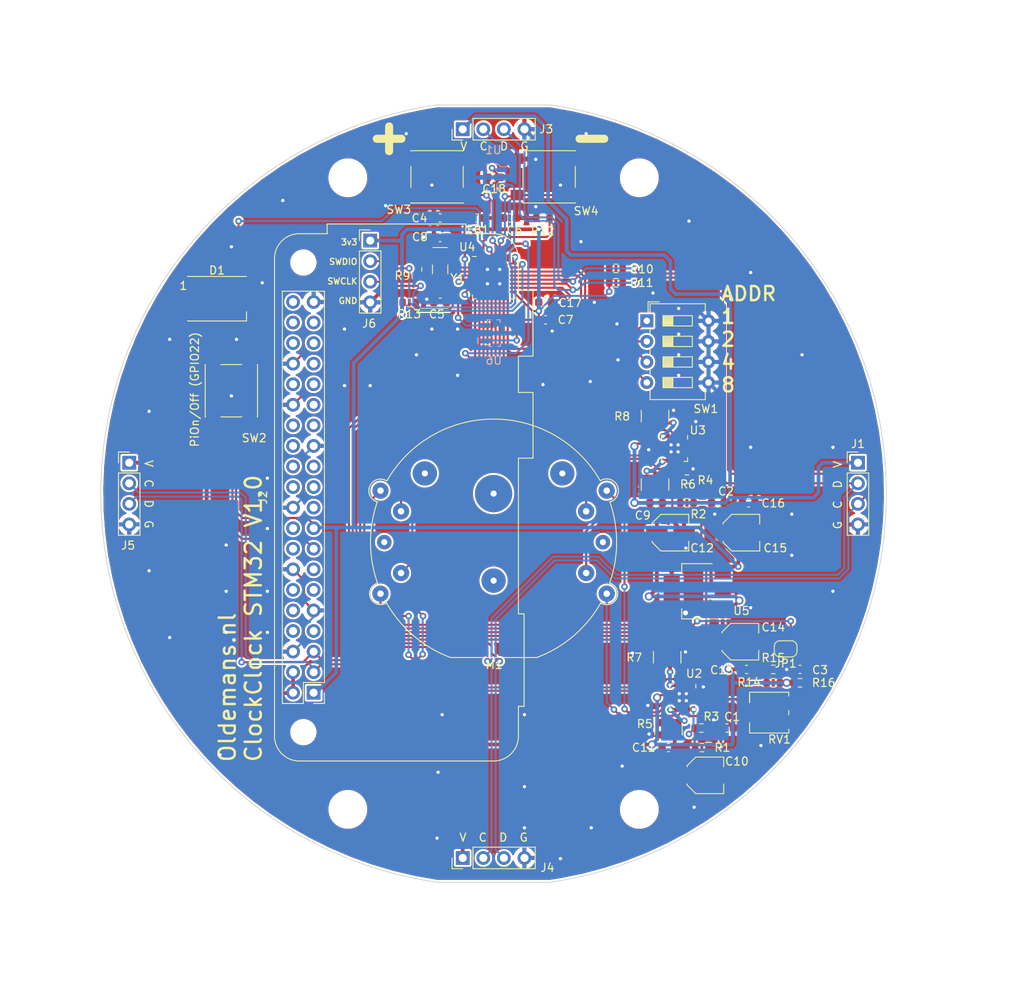
<source format=kicad_pcb>
(kicad_pcb (version 20171130) (host pcbnew "(5.1.9-0-10_14)")

  (general
    (thickness 1.6)
    (drawings 18)
    (tracks 980)
    (zones 0)
    (modules 60)
    (nets 79)
  )

  (page A4)
  (layers
    (0 F.Cu signal)
    (31 B.Cu signal)
    (32 B.Adhes user)
    (33 F.Adhes user)
    (34 B.Paste user)
    (35 F.Paste user)
    (36 B.SilkS user)
    (37 F.SilkS user)
    (38 B.Mask user)
    (39 F.Mask user)
    (40 Dwgs.User user)
    (41 Cmts.User user)
    (42 Eco1.User user)
    (43 Eco2.User user)
    (44 Edge.Cuts user)
    (45 Margin user)
    (46 B.CrtYd user hide)
    (47 F.CrtYd user)
    (48 B.Fab user hide)
    (49 F.Fab user hide)
  )

  (setup
    (last_trace_width 0.254)
    (user_trace_width 0.254)
    (user_trace_width 0.3048)
    (user_trace_width 0.4572)
    (user_trace_width 0.8128)
    (trace_clearance 0.1524)
    (zone_clearance 0.254)
    (zone_45_only no)
    (trace_min 0.2032)
    (via_size 0.8128)
    (via_drill 0.4064)
    (via_min_size 0.4064)
    (via_min_drill 0.3)
    (user_via 0.8128 0.4064)
    (uvia_size 0.3048)
    (uvia_drill 0.1016)
    (uvias_allowed no)
    (uvia_min_size 0.2032)
    (uvia_min_drill 0.1016)
    (edge_width 0.1)
    (segment_width 0.2)
    (pcb_text_width 0.3)
    (pcb_text_size 1.5 1.5)
    (mod_edge_width 0.15)
    (mod_text_size 1 1)
    (mod_text_width 0.15)
    (pad_size 1.524 1.524)
    (pad_drill 0.762)
    (pad_to_mask_clearance 0)
    (aux_axis_origin 0 0)
    (visible_elements FFFFFF7F)
    (pcbplotparams
      (layerselection 0x010fc_ffffffff)
      (usegerberextensions false)
      (usegerberattributes true)
      (usegerberadvancedattributes true)
      (creategerberjobfile true)
      (excludeedgelayer true)
      (linewidth 0.100000)
      (plotframeref false)
      (viasonmask false)
      (mode 1)
      (useauxorigin false)
      (hpglpennumber 1)
      (hpglpenspeed 20)
      (hpglpendiameter 15.000000)
      (psnegative false)
      (psa4output false)
      (plotreference true)
      (plotvalue true)
      (plotinvisibletext false)
      (padsonsilk false)
      (subtractmaskfromsilk false)
      (outputformat 1)
      (mirror false)
      (drillshape 0)
      (scaleselection 1)
      (outputdirectory "OUTPUTS/"))
  )

  (net 0 "")
  (net 1 GND)
  (net 2 "Net-(C1-Pad2)")
  (net 3 "Net-(C2-Pad2)")
  (net 4 +3V3)
  (net 5 "Net-(C4-Pad2)")
  (net 6 "Net-(C5-Pad2)")
  (net 7 +3.3VA)
  (net 8 I2C_SDA)
  (net 9 I2C_CLK)
  (net 10 +5V)
  (net 11 "Net-(J2-Pad40)")
  (net 12 "Net-(J2-Pad38)")
  (net 13 "Net-(J2-Pad37)")
  (net 14 "Net-(J2-Pad36)")
  (net 15 "Net-(J2-Pad35)")
  (net 16 "Net-(J2-Pad33)")
  (net 17 "Net-(J2-Pad32)")
  (net 18 "Net-(J2-Pad31)")
  (net 19 "Net-(J2-Pad29)")
  (net 20 "Net-(J2-Pad28)")
  (net 21 "Net-(J2-Pad27)")
  (net 22 "Net-(J2-Pad26)")
  (net 23 "Net-(J2-Pad24)")
  (net 24 "Net-(J2-Pad23)")
  (net 25 "Net-(J2-Pad22)")
  (net 26 "Net-(J2-Pad21)")
  (net 27 "Net-(J2-Pad19)")
  (net 28 "Net-(J2-Pad18)")
  (net 29 "Net-(J2-Pad16)")
  (net 30 PiOnOFF)
  (net 31 "Net-(J2-Pad13)")
  (net 32 "Net-(J2-Pad12)")
  (net 33 "Net-(J2-Pad11)")
  (net 34 "Net-(J2-Pad10)")
  (net 35 "Net-(J2-Pad8)")
  (net 36 "Net-(J2-Pad7)")
  (net 37 "Net-(R1-Pad2)")
  (net 38 "Net-(R2-Pad2)")
  (net 39 "Net-(R5-Pad1)")
  (net 40 "Net-(R6-Pad1)")
  (net 41 "Net-(R7-Pad1)")
  (net 42 "Net-(R8-Pad1)")
  (net 43 ADDR3)
  (net 44 ADDR2)
  (net 45 ADDR1)
  (net 46 ADDR0)
  (net 47 MCU_BUT_PLUS)
  (net 48 MCU_BUT_MIN)
  (net 49 MOT_EN0)
  (net 50 MOT_REF1)
  (net 51 MOT_STCK0)
  (net 52 MOT_DIR0)
  (net 53 MOT_EN1)
  (net 54 MOT_STCK1)
  (net 55 MOT_DIR1)
  (net 56 "Net-(U4-Pad32)")
  (net 57 "Net-(U4-Pad30)")
  (net 58 "Net-(U4-Pad25)")
  (net 59 /MOT_B4)
  (net 60 /MOT_B3)
  (net 61 /MOT_A2)
  (net 62 /MOT_A1)
  (net 63 /MOT_A4)
  (net 64 /MOT_A3)
  (net 65 /MOT_B2)
  (net 66 /MOT_B1)
  (net 67 /BOOT0)
  (net 68 /nRST)
  (net 69 MOT_RST0)
  (net 70 MOT_RST1)
  (net 71 SWCLK)
  (net 72 SWDIO)
  (net 73 CPU_REF)
  (net 74 "Net-(R16-Pad2)")
  (net 75 "Net-(D1-Pad2)")
  (net 76 MOT0_HALL)
  (net 77 WS2812_DATA)
  (net 78 MOT1_HALL)

  (net_class Default "This is the default net class."
    (clearance 0.1524)
    (trace_width 0.254)
    (via_dia 0.8128)
    (via_drill 0.4064)
    (uvia_dia 0.3048)
    (uvia_drill 0.1016)
    (diff_pair_width 0.2032)
    (diff_pair_gap 0.254)
    (add_net /BOOT0)
    (add_net /MOT_A1)
    (add_net /MOT_A2)
    (add_net /MOT_A3)
    (add_net /MOT_A4)
    (add_net /MOT_B1)
    (add_net /MOT_B2)
    (add_net /MOT_B3)
    (add_net /MOT_B4)
    (add_net /nRST)
    (add_net CPU_REF)
    (add_net MOT0_HALL)
    (add_net MOT1_HALL)
    (add_net MOT_RST0)
    (add_net MOT_RST1)
    (add_net "Net-(D1-Pad2)")
    (add_net "Net-(R16-Pad2)")
    (add_net SWCLK)
    (add_net SWDIO)
    (add_net WS2812_DATA)
  )

  (net_class 5v ""
    (clearance 0.2032)
    (trace_width 0.4572)
    (via_dia 1.016)
    (via_drill 0.6096)
    (uvia_dia 0.3048)
    (uvia_drill 0.1016)
    (diff_pair_width 0.2032)
    (diff_pair_gap 0.254)
    (add_net +5V)
  )

  (net_class Power ""
    (clearance 0.2032)
    (trace_width 0.3048)
    (via_dia 0.8128)
    (via_drill 0.4064)
    (uvia_dia 0.3048)
    (uvia_drill 0.1016)
    (diff_pair_width 0.2032)
    (diff_pair_gap 0.254)
    (add_net +3.3VA)
    (add_net +3V3)
    (add_net ADDR0)
    (add_net ADDR1)
    (add_net ADDR2)
    (add_net ADDR3)
    (add_net GND)
    (add_net I2C_CLK)
    (add_net I2C_SDA)
    (add_net MCU_BUT_MIN)
    (add_net MCU_BUT_PLUS)
    (add_net MOT_DIR0)
    (add_net MOT_DIR1)
    (add_net MOT_EN0)
    (add_net MOT_EN1)
    (add_net MOT_REF1)
    (add_net MOT_STCK0)
    (add_net MOT_STCK1)
    (add_net "Net-(C1-Pad2)")
    (add_net "Net-(C2-Pad2)")
    (add_net "Net-(C4-Pad2)")
    (add_net "Net-(C5-Pad2)")
    (add_net "Net-(J2-Pad10)")
    (add_net "Net-(J2-Pad11)")
    (add_net "Net-(J2-Pad12)")
    (add_net "Net-(J2-Pad13)")
    (add_net "Net-(J2-Pad16)")
    (add_net "Net-(J2-Pad18)")
    (add_net "Net-(J2-Pad19)")
    (add_net "Net-(J2-Pad21)")
    (add_net "Net-(J2-Pad22)")
    (add_net "Net-(J2-Pad23)")
    (add_net "Net-(J2-Pad24)")
    (add_net "Net-(J2-Pad26)")
    (add_net "Net-(J2-Pad27)")
    (add_net "Net-(J2-Pad28)")
    (add_net "Net-(J2-Pad29)")
    (add_net "Net-(J2-Pad31)")
    (add_net "Net-(J2-Pad32)")
    (add_net "Net-(J2-Pad33)")
    (add_net "Net-(J2-Pad35)")
    (add_net "Net-(J2-Pad36)")
    (add_net "Net-(J2-Pad37)")
    (add_net "Net-(J2-Pad38)")
    (add_net "Net-(J2-Pad40)")
    (add_net "Net-(J2-Pad7)")
    (add_net "Net-(J2-Pad8)")
    (add_net "Net-(R1-Pad2)")
    (add_net "Net-(R2-Pad2)")
    (add_net "Net-(R5-Pad1)")
    (add_net "Net-(R6-Pad1)")
    (add_net "Net-(R7-Pad1)")
    (add_net "Net-(R8-Pad1)")
    (add_net "Net-(U4-Pad25)")
    (add_net "Net-(U4-Pad30)")
    (add_net "Net-(U4-Pad32)")
    (add_net PiOnOFF)
  )

  (module digikey-footprints:SOT-23-3 (layer B.Cu) (tedit 60396C32) (tstamp 60837D58)
    (at 0 -19.812)
    (path /60C65539)
    (attr smd)
    (fp_text reference U6 (at 0.025 3.375) (layer B.SilkS)
      (effects (font (size 1 1) (thickness 0.15)) (justify mirror))
    )
    (fp_text value DRV5053VAQDBZR (at 0.025 -3.25) (layer B.Fab)
      (effects (font (size 1 1) (thickness 0.15)) (justify mirror))
    )
    (fp_text user %R (at -0.125 -0.15) (layer B.Fab)
      (effects (font (size 0.25 0.25) (thickness 0.05)) (justify mirror))
    )
    (fp_line (start 0.7 -1.52) (end 0.7 1.52) (layer B.Fab) (width 0.1))
    (fp_line (start -0.7 -1.52) (end 0.7 -1.52) (layer B.Fab) (width 0.1))
    (fp_line (start 0.825 1.65) (end 0.825 1.35) (layer B.SilkS) (width 0.1))
    (fp_line (start 0.45 1.65) (end 0.825 1.65) (layer B.SilkS) (width 0.1))
    (fp_line (start 0.825 -1.65) (end 0.375 -1.65) (layer B.SilkS) (width 0.1))
    (fp_line (start 0.825 -1.35) (end 0.825 -1.65) (layer B.SilkS) (width 0.1))
    (fp_line (start 0.825 -1.425) (end 0.825 -1.3) (layer B.SilkS) (width 0.1))
    (fp_line (start -0.825 -1.65) (end -0.825 -1.3) (layer B.SilkS) (width 0.1))
    (fp_line (start -0.35 -1.65) (end -0.825 -1.65) (layer B.SilkS) (width 0.1))
    (fp_line (start -0.425 1.525) (end -0.7 1.325) (layer B.Fab) (width 0.1))
    (fp_line (start -0.425 1.525) (end 0.7 1.525) (layer B.Fab) (width 0.1))
    (fp_line (start -0.7 1.325) (end -0.7 -1.525) (layer B.Fab) (width 0.1))
    (fp_line (start -0.825 1.325) (end -1.6 1.325) (layer B.SilkS) (width 0.1))
    (fp_line (start -0.825 1.375) (end -0.825 1.325) (layer B.SilkS) (width 0.1))
    (fp_line (start -0.45 1.65) (end -0.825 1.375) (layer B.SilkS) (width 0.1))
    (fp_line (start -0.175 1.65) (end -0.45 1.65) (layer B.SilkS) (width 0.1))
    (fp_line (start 1.825 1.95) (end 1.825 -1.95) (layer B.CrtYd) (width 0.05))
    (fp_line (start 1.825 -1.95) (end -1.825 -1.95) (layer B.CrtYd) (width 0.05))
    (fp_line (start -1.825 1.95) (end -1.825 -1.95) (layer B.CrtYd) (width 0.05))
    (fp_line (start -1.825 1.95) (end 1.825 1.95) (layer B.CrtYd) (width 0.05))
    (pad 1 smd rect (at -1.05 0.95) (size 1.3 0.6) (layers B.Cu B.Paste B.Mask)
      (net 4 +3V3) (solder_mask_margin 0.07))
    (pad 2 smd rect (at -1.05 -0.95) (size 1.3 0.6) (layers B.Cu B.Paste B.Mask)
      (net 78 MOT1_HALL) (solder_mask_margin 0.07))
    (pad 3 smd rect (at 1.05 0) (size 1.3 0.6) (layers B.Cu B.Paste B.Mask)
      (net 1 GND) (solder_mask_margin 0.07))
    (model ${KISYS3DMOD}/Package_TO_SOT_SMD.3dshapes/SOT-23.wrl
      (at (xyz 0 0 0))
      (scale (xyz 1 1 1))
      (rotate (xyz 0 0 0))
    )
  )

  (module digikey-footprints:SOT-23-3 (layer B.Cu) (tedit 60396C32) (tstamp 60837BF2)
    (at 0 -39.0525 180)
    (path /60C61BB1)
    (attr smd)
    (fp_text reference U1 (at 0.025 3.375) (layer B.SilkS)
      (effects (font (size 1 1) (thickness 0.15)) (justify mirror))
    )
    (fp_text value DRV5053VAQDBZR (at 0.025 -3.25) (layer B.Fab)
      (effects (font (size 1 1) (thickness 0.15)) (justify mirror))
    )
    (fp_text user %R (at -0.125 -0.15) (layer B.Fab)
      (effects (font (size 0.25 0.25) (thickness 0.05)) (justify mirror))
    )
    (fp_line (start 0.7 -1.52) (end 0.7 1.52) (layer B.Fab) (width 0.1))
    (fp_line (start -0.7 -1.52) (end 0.7 -1.52) (layer B.Fab) (width 0.1))
    (fp_line (start 0.825 1.65) (end 0.825 1.35) (layer B.SilkS) (width 0.1))
    (fp_line (start 0.45 1.65) (end 0.825 1.65) (layer B.SilkS) (width 0.1))
    (fp_line (start 0.825 -1.65) (end 0.375 -1.65) (layer B.SilkS) (width 0.1))
    (fp_line (start 0.825 -1.35) (end 0.825 -1.65) (layer B.SilkS) (width 0.1))
    (fp_line (start 0.825 -1.425) (end 0.825 -1.3) (layer B.SilkS) (width 0.1))
    (fp_line (start -0.825 -1.65) (end -0.825 -1.3) (layer B.SilkS) (width 0.1))
    (fp_line (start -0.35 -1.65) (end -0.825 -1.65) (layer B.SilkS) (width 0.1))
    (fp_line (start -0.425 1.525) (end -0.7 1.325) (layer B.Fab) (width 0.1))
    (fp_line (start -0.425 1.525) (end 0.7 1.525) (layer B.Fab) (width 0.1))
    (fp_line (start -0.7 1.325) (end -0.7 -1.525) (layer B.Fab) (width 0.1))
    (fp_line (start -0.825 1.325) (end -1.6 1.325) (layer B.SilkS) (width 0.1))
    (fp_line (start -0.825 1.375) (end -0.825 1.325) (layer B.SilkS) (width 0.1))
    (fp_line (start -0.45 1.65) (end -0.825 1.375) (layer B.SilkS) (width 0.1))
    (fp_line (start -0.175 1.65) (end -0.45 1.65) (layer B.SilkS) (width 0.1))
    (fp_line (start 1.825 1.95) (end 1.825 -1.95) (layer B.CrtYd) (width 0.05))
    (fp_line (start 1.825 -1.95) (end -1.825 -1.95) (layer B.CrtYd) (width 0.05))
    (fp_line (start -1.825 1.95) (end -1.825 -1.95) (layer B.CrtYd) (width 0.05))
    (fp_line (start -1.825 1.95) (end 1.825 1.95) (layer B.CrtYd) (width 0.05))
    (pad 1 smd rect (at -1.05 0.95 180) (size 1.3 0.6) (layers B.Cu B.Paste B.Mask)
      (net 4 +3V3) (solder_mask_margin 0.07))
    (pad 2 smd rect (at -1.05 -0.95 180) (size 1.3 0.6) (layers B.Cu B.Paste B.Mask)
      (net 76 MOT0_HALL) (solder_mask_margin 0.07))
    (pad 3 smd rect (at 1.05 0 180) (size 1.3 0.6) (layers B.Cu B.Paste B.Mask)
      (net 1 GND) (solder_mask_margin 0.07))
    (model ${KISYS3DMOD}/Package_TO_SOT_SMD.3dshapes/SOT-23.wrl
      (at (xyz 0 0 0))
      (scale (xyz 1 1 1))
      (rotate (xyz 0 0 0))
    )
  )

  (module LED_SMD:LED_WS2812B_PLCC4_5.0x5.0mm_P3.2mm (layer F.Cu) (tedit 5AA4B285) (tstamp 60837540)
    (at -34.163 -24.0665)
    (descr https://cdn-shop.adafruit.com/datasheets/WS2812B.pdf)
    (tags "LED RGB NeoPixel")
    (path /60C2642F)
    (attr smd)
    (fp_text reference D1 (at 0 -3.5) (layer F.SilkS)
      (effects (font (size 1 1) (thickness 0.15)))
    )
    (fp_text value WS2812B (at 0 4) (layer F.Fab)
      (effects (font (size 1 1) (thickness 0.15)))
    )
    (fp_text user %R (at 0 0) (layer F.Fab)
      (effects (font (size 0.8 0.8) (thickness 0.15)))
    )
    (fp_text user 1 (at -4.15 -1.6) (layer F.SilkS)
      (effects (font (size 1 1) (thickness 0.15)))
    )
    (fp_line (start 3.45 -2.75) (end -3.45 -2.75) (layer F.CrtYd) (width 0.05))
    (fp_line (start 3.45 2.75) (end 3.45 -2.75) (layer F.CrtYd) (width 0.05))
    (fp_line (start -3.45 2.75) (end 3.45 2.75) (layer F.CrtYd) (width 0.05))
    (fp_line (start -3.45 -2.75) (end -3.45 2.75) (layer F.CrtYd) (width 0.05))
    (fp_line (start 2.5 1.5) (end 1.5 2.5) (layer F.Fab) (width 0.1))
    (fp_line (start -2.5 -2.5) (end -2.5 2.5) (layer F.Fab) (width 0.1))
    (fp_line (start -2.5 2.5) (end 2.5 2.5) (layer F.Fab) (width 0.1))
    (fp_line (start 2.5 2.5) (end 2.5 -2.5) (layer F.Fab) (width 0.1))
    (fp_line (start 2.5 -2.5) (end -2.5 -2.5) (layer F.Fab) (width 0.1))
    (fp_line (start -3.65 -2.75) (end 3.65 -2.75) (layer F.SilkS) (width 0.12))
    (fp_line (start -3.65 2.75) (end 3.65 2.75) (layer F.SilkS) (width 0.12))
    (fp_line (start 3.65 2.75) (end 3.65 1.6) (layer F.SilkS) (width 0.12))
    (fp_circle (center 0 0) (end 0 -2) (layer F.Fab) (width 0.1))
    (pad 1 smd rect (at -2.45 -1.6) (size 1.5 1) (layers F.Cu F.Paste F.Mask)
      (net 10 +5V))
    (pad 2 smd rect (at -2.45 1.6) (size 1.5 1) (layers F.Cu F.Paste F.Mask)
      (net 75 "Net-(D1-Pad2)"))
    (pad 4 smd rect (at 2.45 -1.6) (size 1.5 1) (layers F.Cu F.Paste F.Mask)
      (net 77 WS2812_DATA))
    (pad 3 smd rect (at 2.45 1.6) (size 1.5 1) (layers F.Cu F.Paste F.Mask)
      (net 1 GND))
    (model ${KISYS3DMOD}/LED_SMD.3dshapes/LED_WS2812B_PLCC4_5.0x5.0mm_P3.2mm.wrl
      (at (xyz 0 0 0))
      (scale (xyz 1 1 1))
      (rotate (xyz 0 0 0))
    )
  )

  (module Capacitor_SMD:C_0603_1608Metric (layer F.Cu) (tedit 5F68FEEE) (tstamp 60837529)
    (at 0.0635 -39.0525 180)
    (descr "Capacitor SMD 0603 (1608 Metric), square (rectangular) end terminal, IPC_7351 nominal, (Body size source: IPC-SM-782 page 76, https://www.pcb-3d.com/wordpress/wp-content/uploads/ipc-sm-782a_amendment_1_and_2.pdf), generated with kicad-footprint-generator")
    (tags capacitor)
    (path /60D1C712)
    (attr smd)
    (fp_text reference C18 (at 0 -1.43) (layer F.SilkS)
      (effects (font (size 1 1) (thickness 0.15)))
    )
    (fp_text value 100nF (at 0 1.43) (layer F.Fab)
      (effects (font (size 1 1) (thickness 0.15)))
    )
    (fp_text user %R (at 0 0) (layer F.Fab)
      (effects (font (size 0.4 0.4) (thickness 0.06)))
    )
    (fp_line (start -0.8 0.4) (end -0.8 -0.4) (layer F.Fab) (width 0.1))
    (fp_line (start -0.8 -0.4) (end 0.8 -0.4) (layer F.Fab) (width 0.1))
    (fp_line (start 0.8 -0.4) (end 0.8 0.4) (layer F.Fab) (width 0.1))
    (fp_line (start 0.8 0.4) (end -0.8 0.4) (layer F.Fab) (width 0.1))
    (fp_line (start -0.14058 -0.51) (end 0.14058 -0.51) (layer F.SilkS) (width 0.12))
    (fp_line (start -0.14058 0.51) (end 0.14058 0.51) (layer F.SilkS) (width 0.12))
    (fp_line (start -1.48 0.73) (end -1.48 -0.73) (layer F.CrtYd) (width 0.05))
    (fp_line (start -1.48 -0.73) (end 1.48 -0.73) (layer F.CrtYd) (width 0.05))
    (fp_line (start 1.48 -0.73) (end 1.48 0.73) (layer F.CrtYd) (width 0.05))
    (fp_line (start 1.48 0.73) (end -1.48 0.73) (layer F.CrtYd) (width 0.05))
    (pad 2 smd roundrect (at 0.775 0 180) (size 0.9 0.95) (layers F.Cu F.Paste F.Mask) (roundrect_rratio 0.25)
      (net 1 GND))
    (pad 1 smd roundrect (at -0.775 0 180) (size 0.9 0.95) (layers F.Cu F.Paste F.Mask) (roundrect_rratio 0.25)
      (net 4 +3V3))
    (model ${KISYS3DMOD}/Capacitor_SMD.3dshapes/C_0603_1608Metric.wrl
      (at (xyz 0 0 0))
      (scale (xyz 1 1 1))
      (rotate (xyz 0 0 0))
    )
  )

  (module Capacitor_SMD:C_0603_1608Metric (layer F.Cu) (tedit 5F68FEEE) (tstamp 60837518)
    (at 6.4135 -21.463)
    (descr "Capacitor SMD 0603 (1608 Metric), square (rectangular) end terminal, IPC_7351 nominal, (Body size source: IPC-SM-782 page 76, https://www.pcb-3d.com/wordpress/wp-content/uploads/ipc-sm-782a_amendment_1_and_2.pdf), generated with kicad-footprint-generator")
    (tags capacitor)
    (path /60D1D3CE)
    (attr smd)
    (fp_text reference C17 (at 3.048 -2.0955) (layer F.SilkS)
      (effects (font (size 1 1) (thickness 0.15)))
    )
    (fp_text value 100nF (at 0 1.43) (layer F.Fab)
      (effects (font (size 1 1) (thickness 0.15)))
    )
    (fp_text user %R (at 0 0) (layer F.Fab)
      (effects (font (size 0.4 0.4) (thickness 0.06)))
    )
    (fp_line (start -0.8 0.4) (end -0.8 -0.4) (layer F.Fab) (width 0.1))
    (fp_line (start -0.8 -0.4) (end 0.8 -0.4) (layer F.Fab) (width 0.1))
    (fp_line (start 0.8 -0.4) (end 0.8 0.4) (layer F.Fab) (width 0.1))
    (fp_line (start 0.8 0.4) (end -0.8 0.4) (layer F.Fab) (width 0.1))
    (fp_line (start -0.14058 -0.51) (end 0.14058 -0.51) (layer F.SilkS) (width 0.12))
    (fp_line (start -0.14058 0.51) (end 0.14058 0.51) (layer F.SilkS) (width 0.12))
    (fp_line (start -1.48 0.73) (end -1.48 -0.73) (layer F.CrtYd) (width 0.05))
    (fp_line (start -1.48 -0.73) (end 1.48 -0.73) (layer F.CrtYd) (width 0.05))
    (fp_line (start 1.48 -0.73) (end 1.48 0.73) (layer F.CrtYd) (width 0.05))
    (fp_line (start 1.48 0.73) (end -1.48 0.73) (layer F.CrtYd) (width 0.05))
    (pad 2 smd roundrect (at 0.775 0) (size 0.9 0.95) (layers F.Cu F.Paste F.Mask) (roundrect_rratio 0.25)
      (net 1 GND))
    (pad 1 smd roundrect (at -0.775 0) (size 0.9 0.95) (layers F.Cu F.Paste F.Mask) (roundrect_rratio 0.25)
      (net 4 +3V3))
    (model ${KISYS3DMOD}/Capacitor_SMD.3dshapes/C_0603_1608Metric.wrl
      (at (xyz 0 0 0))
      (scale (xyz 1 1 1))
      (rotate (xyz 0 0 0))
    )
  )

  (module Jumper:SolderJumper-2_P1.3mm_Open_RoundedPad1.0x1.5mm (layer F.Cu) (tedit 5B391E66) (tstamp 60833AFB)
    (at 36.068 19.177 180)
    (descr "SMD Solder Jumper, 1x1.5mm, rounded Pads, 0.3mm gap, open")
    (tags "solder jumper open")
    (path /6087C975)
    (attr virtual)
    (fp_text reference JP1 (at 0 -1.8) (layer F.SilkS)
      (effects (font (size 1 1) (thickness 0.15)))
    )
    (fp_text value SolderJumper_2_Open (at 0 1.9) (layer F.Fab)
      (effects (font (size 1 1) (thickness 0.15)))
    )
    (fp_arc (start -0.7 -0.3) (end -0.7 -1) (angle -90) (layer F.SilkS) (width 0.12))
    (fp_arc (start -0.7 0.3) (end -1.4 0.3) (angle -90) (layer F.SilkS) (width 0.12))
    (fp_arc (start 0.7 0.3) (end 0.7 1) (angle -90) (layer F.SilkS) (width 0.12))
    (fp_arc (start 0.7 -0.3) (end 1.4 -0.3) (angle -90) (layer F.SilkS) (width 0.12))
    (fp_line (start -1.4 0.3) (end -1.4 -0.3) (layer F.SilkS) (width 0.12))
    (fp_line (start 0.7 1) (end -0.7 1) (layer F.SilkS) (width 0.12))
    (fp_line (start 1.4 -0.3) (end 1.4 0.3) (layer F.SilkS) (width 0.12))
    (fp_line (start -0.7 -1) (end 0.7 -1) (layer F.SilkS) (width 0.12))
    (fp_line (start -1.65 -1.25) (end 1.65 -1.25) (layer F.CrtYd) (width 0.05))
    (fp_line (start -1.65 -1.25) (end -1.65 1.25) (layer F.CrtYd) (width 0.05))
    (fp_line (start 1.65 1.25) (end 1.65 -1.25) (layer F.CrtYd) (width 0.05))
    (fp_line (start 1.65 1.25) (end -1.65 1.25) (layer F.CrtYd) (width 0.05))
    (pad 2 smd custom (at 0.65 0 180) (size 1 0.5) (layers F.Cu F.Mask)
      (net 50 MOT_REF1) (zone_connect 2)
      (options (clearance outline) (anchor rect))
      (primitives
        (gr_circle (center 0 0.25) (end 0.5 0.25) (width 0))
        (gr_circle (center 0 -0.25) (end 0.5 -0.25) (width 0))
        (gr_poly (pts
           (xy 0 -0.75) (xy -0.5 -0.75) (xy -0.5 0.75) (xy 0 0.75)) (width 0))
      ))
    (pad 1 smd custom (at -0.65 0 180) (size 1 0.5) (layers F.Cu F.Mask)
      (net 73 CPU_REF) (zone_connect 2)
      (options (clearance outline) (anchor rect))
      (primitives
        (gr_circle (center 0 0.25) (end 0.5 0.25) (width 0))
        (gr_circle (center 0 -0.25) (end 0.5 -0.25) (width 0))
        (gr_poly (pts
           (xy 0 -0.75) (xy 0.5 -0.75) (xy 0.5 0.75) (xy 0 0.75)) (width 0))
      ))
  )

  (module Potentiometer_SMD:Potentiometer_Bourns_3214G_Horizontal (layer F.Cu) (tedit 5A3D7171) (tstamp 6082CEE1)
    (at 34.036 27.051)
    (descr "Potentiometer, horizontal, Bourns 3214G, https://www.bourns.com/docs/Product-Datasheets/3214.pdf")
    (tags "Potentiometer horizontal Bourns 3214G")
    (path /6082A9DC)
    (attr smd)
    (fp_text reference RV1 (at 1.27 3.302) (layer F.SilkS)
      (effects (font (size 1 1) (thickness 0.15)))
    )
    (fp_text value R_Potentiometer_Trim (at 0 3.65) (layer F.Fab)
      (effects (font (size 1 1) (thickness 0.15)))
    )
    (fp_text user %R (at 0 0) (layer F.Fab)
      (effects (font (size 1 1) (thickness 0.15)))
    )
    (fp_line (start -2.3 -2.4) (end -2.3 2.4) (layer F.Fab) (width 0.1))
    (fp_line (start -2.3 2.4) (end 2.3 2.4) (layer F.Fab) (width 0.1))
    (fp_line (start 2.3 2.4) (end 2.3 -2.4) (layer F.Fab) (width 0.1))
    (fp_line (start 2.3 -2.4) (end -2.3 -2.4) (layer F.Fab) (width 0.1))
    (fp_line (start -2.3 -2.02) (end -2.3 -0.24) (layer F.Fab) (width 0.1))
    (fp_line (start -2.3 -0.24) (end -2.3 -0.24) (layer F.Fab) (width 0.1))
    (fp_line (start -2.3 -0.24) (end -2.3 -2.02) (layer F.Fab) (width 0.1))
    (fp_line (start -2.3 -2.02) (end -2.3 -2.02) (layer F.Fab) (width 0.1))
    (fp_line (start -2.3 -1.13) (end -2.3 -1.13) (layer F.Fab) (width 0.1))
    (fp_line (start -2.42 -2.52) (end 2.42 -2.52) (layer F.SilkS) (width 0.12))
    (fp_line (start -2.42 2.52) (end 2.42 2.52) (layer F.SilkS) (width 0.12))
    (fp_line (start -2.42 -2.52) (end -2.42 -1.24) (layer F.SilkS) (width 0.12))
    (fp_line (start -2.42 1.24) (end -2.42 2.52) (layer F.SilkS) (width 0.12))
    (fp_line (start 2.42 -2.52) (end 2.42 -2.04) (layer F.SilkS) (width 0.12))
    (fp_line (start 2.42 -0.26) (end 2.42 0.26) (layer F.SilkS) (width 0.12))
    (fp_line (start 2.42 2.04) (end 2.42 2.52) (layer F.SilkS) (width 0.12))
    (fp_line (start -2.42 -2.14) (end -2.42 -2.14) (layer F.SilkS) (width 0.12))
    (fp_line (start -2.42 -2.14) (end -2.42 -1.24) (layer F.SilkS) (width 0.12))
    (fp_line (start -2.42 -2.14) (end -2.42 -1.24) (layer F.SilkS) (width 0.12))
    (fp_line (start -3.5 -2.65) (end -3.5 2.65) (layer F.CrtYd) (width 0.05))
    (fp_line (start -3.5 2.65) (end 3.5 2.65) (layer F.CrtYd) (width 0.05))
    (fp_line (start 3.5 2.65) (end 3.5 -2.65) (layer F.CrtYd) (width 0.05))
    (fp_line (start 3.5 -2.65) (end -3.5 -2.65) (layer F.CrtYd) (width 0.05))
    (pad 3 smd rect (at 2.6 1.15) (size 1.3 1.3) (layers F.Cu F.Paste F.Mask)
      (net 1 GND))
    (pad 2 smd rect (at -2.6 0) (size 1.3 2) (layers F.Cu F.Paste F.Mask)
      (net 50 MOT_REF1))
    (pad 1 smd rect (at 2.6 -1.15) (size 1.3 1.3) (layers F.Cu F.Paste F.Mask)
      (net 74 "Net-(R16-Pad2)"))
    (model ${KISYS3DMOD}/Potentiometer_SMD.3dshapes/Potentiometer_Bourns_3214G_Horizontal.wrl
      (at (xyz 0 0 0))
      (scale (xyz 1 1 1))
      (rotate (xyz 0 0 0))
    )
  )

  (module Resistor_SMD:R_0603_1608Metric (layer F.Cu) (tedit 5F68FEEE) (tstamp 6082CEC2)
    (at 37.846 23.368)
    (descr "Resistor SMD 0603 (1608 Metric), square (rectangular) end terminal, IPC_7351 nominal, (Body size source: IPC-SM-782 page 72, https://www.pcb-3d.com/wordpress/wp-content/uploads/ipc-sm-782a_amendment_1_and_2.pdf), generated with kicad-footprint-generator")
    (tags resistor)
    (path /6083CB22)
    (attr smd)
    (fp_text reference R16 (at 2.921 0) (layer F.SilkS)
      (effects (font (size 1 1) (thickness 0.15)))
    )
    (fp_text value 91K (at 0 1.43) (layer F.Fab)
      (effects (font (size 1 1) (thickness 0.15)))
    )
    (fp_text user %R (at 0 0) (layer F.Fab)
      (effects (font (size 0.4 0.4) (thickness 0.06)))
    )
    (fp_line (start -0.8 0.4125) (end -0.8 -0.4125) (layer F.Fab) (width 0.1))
    (fp_line (start -0.8 -0.4125) (end 0.8 -0.4125) (layer F.Fab) (width 0.1))
    (fp_line (start 0.8 -0.4125) (end 0.8 0.4125) (layer F.Fab) (width 0.1))
    (fp_line (start 0.8 0.4125) (end -0.8 0.4125) (layer F.Fab) (width 0.1))
    (fp_line (start -0.237258 -0.5225) (end 0.237258 -0.5225) (layer F.SilkS) (width 0.12))
    (fp_line (start -0.237258 0.5225) (end 0.237258 0.5225) (layer F.SilkS) (width 0.12))
    (fp_line (start -1.48 0.73) (end -1.48 -0.73) (layer F.CrtYd) (width 0.05))
    (fp_line (start -1.48 -0.73) (end 1.48 -0.73) (layer F.CrtYd) (width 0.05))
    (fp_line (start 1.48 -0.73) (end 1.48 0.73) (layer F.CrtYd) (width 0.05))
    (fp_line (start 1.48 0.73) (end -1.48 0.73) (layer F.CrtYd) (width 0.05))
    (pad 2 smd roundrect (at 0.825 0) (size 0.8 0.95) (layers F.Cu F.Paste F.Mask) (roundrect_rratio 0.25)
      (net 74 "Net-(R16-Pad2)"))
    (pad 1 smd roundrect (at -0.825 0) (size 0.8 0.95) (layers F.Cu F.Paste F.Mask) (roundrect_rratio 0.25)
      (net 10 +5V))
    (model ${KISYS3DMOD}/Resistor_SMD.3dshapes/R_0603_1608Metric.wrl
      (at (xyz 0 0 0))
      (scale (xyz 1 1 1))
      (rotate (xyz 0 0 0))
    )
  )

  (module Resistor_SMD:R_0603_1608Metric (layer F.Cu) (tedit 5F68FEEE) (tstamp 6082CEB1)
    (at 34.544 21.717)
    (descr "Resistor SMD 0603 (1608 Metric), square (rectangular) end terminal, IPC_7351 nominal, (Body size source: IPC-SM-782 page 72, https://www.pcb-3d.com/wordpress/wp-content/uploads/ipc-sm-782a_amendment_1_and_2.pdf), generated with kicad-footprint-generator")
    (tags resistor)
    (path /60B53DC0)
    (attr smd)
    (fp_text reference R15 (at 0 -1.43) (layer F.SilkS)
      (effects (font (size 1 1) (thickness 0.15)))
    )
    (fp_text value 10K (at 0 1.43) (layer F.Fab)
      (effects (font (size 1 1) (thickness 0.15)))
    )
    (fp_text user %R (at 0 0) (layer F.Fab)
      (effects (font (size 0.4 0.4) (thickness 0.06)))
    )
    (fp_line (start -0.8 0.4125) (end -0.8 -0.4125) (layer F.Fab) (width 0.1))
    (fp_line (start -0.8 -0.4125) (end 0.8 -0.4125) (layer F.Fab) (width 0.1))
    (fp_line (start 0.8 -0.4125) (end 0.8 0.4125) (layer F.Fab) (width 0.1))
    (fp_line (start 0.8 0.4125) (end -0.8 0.4125) (layer F.Fab) (width 0.1))
    (fp_line (start -0.237258 -0.5225) (end 0.237258 -0.5225) (layer F.SilkS) (width 0.12))
    (fp_line (start -0.237258 0.5225) (end 0.237258 0.5225) (layer F.SilkS) (width 0.12))
    (fp_line (start -1.48 0.73) (end -1.48 -0.73) (layer F.CrtYd) (width 0.05))
    (fp_line (start -1.48 -0.73) (end 1.48 -0.73) (layer F.CrtYd) (width 0.05))
    (fp_line (start 1.48 -0.73) (end 1.48 0.73) (layer F.CrtYd) (width 0.05))
    (fp_line (start 1.48 0.73) (end -1.48 0.73) (layer F.CrtYd) (width 0.05))
    (pad 2 smd roundrect (at 0.825 0) (size 0.8 0.95) (layers F.Cu F.Paste F.Mask) (roundrect_rratio 0.25)
      (net 1 GND))
    (pad 1 smd roundrect (at -0.825 0) (size 0.8 0.95) (layers F.Cu F.Paste F.Mask) (roundrect_rratio 0.25)
      (net 50 MOT_REF1))
    (model ${KISYS3DMOD}/Resistor_SMD.3dshapes/R_0603_1608Metric.wrl
      (at (xyz 0 0 0))
      (scale (xyz 1 1 1))
      (rotate (xyz 0 0 0))
    )
  )

  (module Resistor_SMD:R_0603_1608Metric (layer F.Cu) (tedit 5F68FEEE) (tstamp 608324D4)
    (at 34.544 23.368 180)
    (descr "Resistor SMD 0603 (1608 Metric), square (rectangular) end terminal, IPC_7351 nominal, (Body size source: IPC-SM-782 page 72, https://www.pcb-3d.com/wordpress/wp-content/uploads/ipc-sm-782a_amendment_1_and_2.pdf), generated with kicad-footprint-generator")
    (tags resistor)
    (path /60ABCE88)
    (attr smd)
    (fp_text reference R14 (at 2.9845 0.0635) (layer F.SilkS)
      (effects (font (size 1 1) (thickness 0.15)))
    )
    (fp_text value 10K (at 0 1.43) (layer F.Fab)
      (effects (font (size 1 1) (thickness 0.15)))
    )
    (fp_text user %R (at 0 0) (layer F.Fab)
      (effects (font (size 0.4 0.4) (thickness 0.06)))
    )
    (fp_line (start -0.8 0.4125) (end -0.8 -0.4125) (layer F.Fab) (width 0.1))
    (fp_line (start -0.8 -0.4125) (end 0.8 -0.4125) (layer F.Fab) (width 0.1))
    (fp_line (start 0.8 -0.4125) (end 0.8 0.4125) (layer F.Fab) (width 0.1))
    (fp_line (start 0.8 0.4125) (end -0.8 0.4125) (layer F.Fab) (width 0.1))
    (fp_line (start -0.237258 -0.5225) (end 0.237258 -0.5225) (layer F.SilkS) (width 0.12))
    (fp_line (start -0.237258 0.5225) (end 0.237258 0.5225) (layer F.SilkS) (width 0.12))
    (fp_line (start -1.48 0.73) (end -1.48 -0.73) (layer F.CrtYd) (width 0.05))
    (fp_line (start -1.48 -0.73) (end 1.48 -0.73) (layer F.CrtYd) (width 0.05))
    (fp_line (start 1.48 -0.73) (end 1.48 0.73) (layer F.CrtYd) (width 0.05))
    (fp_line (start 1.48 0.73) (end -1.48 0.73) (layer F.CrtYd) (width 0.05))
    (pad 2 smd roundrect (at 0.825 0 180) (size 0.8 0.95) (layers F.Cu F.Paste F.Mask) (roundrect_rratio 0.25)
      (net 50 MOT_REF1))
    (pad 1 smd roundrect (at -0.825 0 180) (size 0.8 0.95) (layers F.Cu F.Paste F.Mask) (roundrect_rratio 0.25)
      (net 10 +5V))
    (model ${KISYS3DMOD}/Resistor_SMD.3dshapes/R_0603_1608Metric.wrl
      (at (xyz 0 0 0))
      (scale (xyz 1 1 1))
      (rotate (xyz 0 0 0))
    )
  )

  (module MySymbols:X40_Stepper locked (layer F.Cu) (tedit 6082B766) (tstamp 606DAC63)
    (at 0 0)
    (path /6071712D)
    (fp_text reference M1 (at 0.07 21.15) (layer F.SilkS)
      (effects (font (size 1 1) (thickness 0.15)))
    )
    (fp_text value Stepper_Motor_bipolar_VID28 (at -0.21 -10.21) (layer F.Fab)
      (effects (font (size 1 1) (thickness 0.15)))
    )
    (fp_arc (start 0 6) (end 14.330952 11.052671) (angle -38.50091608) (layer F.SilkS) (width 0.12))
    (fp_arc (start 0 6) (end 5.3 20.26) (angle -40.11418617) (layer F.SilkS) (width 0.12))
    (fp_arc (start 0 6) (end -13.23 13.49) (angle -40.08250074) (layer F.SilkS) (width 0.12))
    (fp_arc (start 0 6) (end -14.361584 1.025605) (angle -38.55285523) (layer F.SilkS) (width 0.12))
    (fp_arc (start 13.97 12.36) (end 13.23 13.5) (angle -197.5537581) (layer F.SilkS) (width 0.12))
    (fp_arc (start -13.97 12.36) (end -14.331464 11.060517) (angle -197.675045) (layer F.SilkS) (width 0.12))
    (fp_arc (start 13.97 -0.37) (end 14.36 1.03) (angle -197.6) (layer F.SilkS) (width 0.12))
    (fp_arc (start -13.97 -0.36) (end -13.185825 -1.567604) (angle -197.2175052) (layer F.SilkS) (width 0.12))
    (fp_arc (start 0 6) (end 13.174938 -1.586543) (angle -120.2129507) (layer F.SilkS) (width 0.12))
    (fp_line (start -5.3 20.25) (end 5.3 20.25) (layer F.SilkS) (width 0.12))
    (pad B2 thru_hole circle (at 13.97 12.36) (size 2 2) (drill 0.8) (layers *.Cu *.Mask)
      (net 64 /MOT_A3))
    (pad B1 thru_hole circle (at 13.97 -0.36) (size 2 2) (drill 0.8) (layers *.Cu *.Mask)
      (net 63 /MOT_A4))
    (pad B3 thru_hole circle (at -13.97 12.36) (size 2 2) (drill 0.8) (layers *.Cu *.Mask)
      (net 61 /MOT_A2))
    (pad B4 thru_hole circle (at -13.97 -0.36) (size 2 2) (drill 0.8) (layers *.Cu *.Mask)
      (net 62 /MOT_A1))
    (pad A3 thru_hole circle (at -11.43 9.81) (size 2 2) (drill 0.8) (layers *.Cu *.Mask)
      (net 65 /MOT_B2))
    (pad A4 thru_hole circle (at -11.43 2.19) (size 2 2) (drill 0.8) (layers *.Cu *.Mask)
      (net 66 /MOT_B1))
    (pad A2 thru_hole circle (at 11.43 9.81) (size 2 2) (drill 0.8) (layers *.Cu *.Mask)
      (net 60 /MOT_B3))
    (pad A1 thru_hole circle (at 11.43 2.19) (size 2 2) (drill 0.8) (layers *.Cu *.Mask)
      (net 59 /MOT_B4))
    (pad "" np_thru_hole circle (at -13.5 6) (size 1.8 1.8) (drill 0.762) (layers *.Cu *.Mask))
    (pad "" np_thru_hole circle (at 13.5 6) (size 1.8 1.8) (drill 0.762) (layers *.Cu *.Mask))
    (pad "" np_thru_hole circle (at 8.49 -2.49) (size 3 3) (drill 0.762) (layers *.Cu *.Mask))
    (pad "" np_thru_hole circle (at -8.49 -2.49) (size 3 3) (drill 0.762) (layers *.Cu *.Mask))
    (pad "" np_thru_hole circle (at 0 10.75) (size 3 3) (drill 0.762) (layers *.Cu *.Mask))
    (pad "" np_thru_hole circle (at 0 0) (size 4.6 4.6) (drill 0.762) (layers *.Cu *.Mask))
  )

  (module Capacitor_SMD:C_0603_1608Metric (layer F.Cu) (tedit 5F68FEEE) (tstamp 608325BB)
    (at 37.846 21.717 180)
    (descr "Capacitor SMD 0603 (1608 Metric), square (rectangular) end terminal, IPC_7351 nominal, (Body size source: IPC-SM-782 page 76, https://www.pcb-3d.com/wordpress/wp-content/uploads/ipc-sm-782a_amendment_1_and_2.pdf), generated with kicad-footprint-generator")
    (tags capacitor)
    (path /6088EC87)
    (attr smd)
    (fp_text reference C3 (at -2.4765 -0.0635) (layer F.SilkS)
      (effects (font (size 1 1) (thickness 0.15)))
    )
    (fp_text value 100nF (at 0 1.43) (layer F.Fab)
      (effects (font (size 1 1) (thickness 0.15)))
    )
    (fp_text user %R (at 0 0) (layer F.Fab)
      (effects (font (size 0.4 0.4) (thickness 0.06)))
    )
    (fp_line (start -0.8 0.4) (end -0.8 -0.4) (layer F.Fab) (width 0.1))
    (fp_line (start -0.8 -0.4) (end 0.8 -0.4) (layer F.Fab) (width 0.1))
    (fp_line (start 0.8 -0.4) (end 0.8 0.4) (layer F.Fab) (width 0.1))
    (fp_line (start 0.8 0.4) (end -0.8 0.4) (layer F.Fab) (width 0.1))
    (fp_line (start -0.14058 -0.51) (end 0.14058 -0.51) (layer F.SilkS) (width 0.12))
    (fp_line (start -0.14058 0.51) (end 0.14058 0.51) (layer F.SilkS) (width 0.12))
    (fp_line (start -1.48 0.73) (end -1.48 -0.73) (layer F.CrtYd) (width 0.05))
    (fp_line (start -1.48 -0.73) (end 1.48 -0.73) (layer F.CrtYd) (width 0.05))
    (fp_line (start 1.48 -0.73) (end 1.48 0.73) (layer F.CrtYd) (width 0.05))
    (fp_line (start 1.48 0.73) (end -1.48 0.73) (layer F.CrtYd) (width 0.05))
    (pad 2 smd roundrect (at 0.775 0 180) (size 0.9 0.95) (layers F.Cu F.Paste F.Mask) (roundrect_rratio 0.25)
      (net 1 GND))
    (pad 1 smd roundrect (at -0.775 0 180) (size 0.9 0.95) (layers F.Cu F.Paste F.Mask) (roundrect_rratio 0.25)
      (net 73 CPU_REF))
    (model ${KISYS3DMOD}/Capacitor_SMD.3dshapes/C_0603_1608Metric.wrl
      (at (xyz 0 0 0))
      (scale (xyz 1 1 1))
      (rotate (xyz 0 0 0))
    )
  )

  (module Module:Raspberry_Pi_Zero_Socketed_THT_FaceDown_MountingHoles (layer F.Cu) (tedit 60774473) (tstamp 606D773D)
    (at -23.495 -28.492)
    (descr "Raspberry Pi Zero using through hole straight pin socket, 2x20, 2.54mm pitch, https://www.raspberrypi.org/documentation/hardware/raspberrypi/mechanical/rpi_MECH_Zero_1p2.pdf")
    (tags "raspberry pi zero through hole")
    (path /60BC7AC8)
    (fp_text reference J2 (at -5 28.956 270) (layer F.SilkS)
      (effects (font (size 1 1) (thickness 0.15)))
    )
    (fp_text value Raspberry_Pi_2_3 (at 11.5 28.956 90) (layer F.Fab)
      (effects (font (size 1 1) (thickness 0.15)))
    )
    (fp_line (start 26.56 54.766) (end 26.56 58.456) (layer F.SilkS) (width 0.12))
    (fp_line (start 27.26 54.766) (end 26.56 54.766) (layer F.SilkS) (width 0.12))
    (fp_line (start 27.26 43.346) (end 27.26 54.766) (layer F.SilkS) (width 0.12))
    (fp_line (start 26.56 43.346) (end 27.26 43.346) (layer F.SilkS) (width 0.12))
    (fp_line (start 26.56 24.116) (end 26.56 43.346) (layer F.SilkS) (width 0.12))
    (fp_line (start 26.56 11.516) (end 26.56 15.996) (layer F.SilkS) (width 0.12))
    (fp_line (start 28.36 15.996) (end 28.36 24.116) (layer F.SilkS) (width 0.12))
    (fp_line (start 28.36 24.116) (end 26.56 24.116) (layer F.SilkS) (width 0.12))
    (fp_line (start 26.56 15.996) (end 28.36 15.996) (layer F.SilkS) (width 0.12))
    (fp_line (start 28.36 11.516) (end 26.56 11.516) (layer F.SilkS) (width 0.12))
    (fp_line (start 28.36 3.396) (end 28.36 11.516) (layer F.SilkS) (width 0.12))
    (fp_line (start 26.56 3.396) (end 28.36 3.396) (layer F.SilkS) (width 0.12))
    (fp_line (start 2.94 -3.604) (end -0.5 -3.604) (layer F.SilkS) (width 0.12))
    (fp_line (start 20.06 -4.804) (end 20.06 -3.604) (layer F.SilkS) (width 0.12))
    (fp_line (start 2.94 -4.804) (end 20.06 -4.804) (layer F.SilkS) (width 0.12))
    (fp_line (start 2.94 -3.604) (end 2.94 -4.804) (layer F.SilkS) (width 0.12))
    (fp_line (start 23.5 -3.544) (end 20 -3.544) (layer F.Fab) (width 0.1))
    (fp_line (start 20 -3.544) (end 20 -4.744) (layer F.Fab) (width 0.1))
    (fp_line (start 3 -4.744) (end 20 -4.744) (layer F.Fab) (width 0.1))
    (fp_line (start 3 -3.544) (end 3 -4.744) (layer F.Fab) (width 0.1))
    (fp_line (start 26.5 24.056) (end 26.5 43.406) (layer F.Fab) (width 0.1))
    (fp_line (start 26.5 11.456) (end 26.5 16.056) (layer F.Fab) (width 0.1))
    (fp_line (start 26.5 3.456) (end 26.5 -0.544) (layer F.Fab) (width 0.1))
    (fp_line (start 28.3 16.056) (end 28.3 24.056) (layer F.Fab) (width 0.1))
    (fp_line (start 26.5 16.056) (end 28.3 16.056) (layer F.Fab) (width 0.1))
    (fp_line (start 28.3 24.056) (end 26.5 24.056) (layer F.Fab) (width 0.1))
    (fp_line (start -3.5 -0.544) (end -3.5 58.456) (layer F.Fab) (width 0.1))
    (fp_line (start -0.5 61.456) (end 23.5 61.456) (layer F.Fab) (width 0.1))
    (fp_line (start -0.5 -3.544) (end 3 -3.544) (layer F.Fab) (width 0.1))
    (fp_line (start -2.54 3.556) (end -2.54 54.356) (layer F.Fab) (width 0.1))
    (fp_line (start 2.54 3.556) (end -2.54 3.556) (layer F.Fab) (width 0.1))
    (fp_line (start -2.6 54.416) (end -2.6 3.496) (layer F.SilkS) (width 0.12))
    (fp_line (start -2.6 54.416) (end 0 54.416) (layer F.SilkS) (width 0.12))
    (fp_line (start 3.03 54.886) (end 3.03 3.086) (layer F.CrtYd) (width 0.05))
    (fp_line (start -3.07 54.886) (end 3.03 54.886) (layer F.CrtYd) (width 0.05))
    (fp_line (start -3.07 3.086) (end -3.07 54.886) (layer F.CrtYd) (width 0.05))
    (fp_line (start 3.03 3.086) (end -3.07 3.086) (layer F.CrtYd) (width 0.05))
    (fp_line (start 0 54.416) (end 0 51.816) (layer F.SilkS) (width 0.12))
    (fp_line (start 0 51.816) (end 2.6 51.816) (layer F.SilkS) (width 0.12))
    (fp_line (start 1.27 54.416) (end 2.6 54.416) (layer F.SilkS) (width 0.12))
    (fp_line (start 2.6 54.416) (end 2.6 53.086) (layer F.SilkS) (width 0.12))
    (fp_line (start 2.6 51.816) (end 2.6 3.496) (layer F.SilkS) (width 0.12))
    (fp_line (start -2.6 3.496) (end 2.6 3.496) (layer F.SilkS) (width 0.12))
    (fp_line (start 1.54 54.356) (end 2.54 53.356) (layer F.Fab) (width 0.1))
    (fp_line (start -2.54 54.356) (end 1.54 54.356) (layer F.Fab) (width 0.1))
    (fp_line (start 2.54 53.356) (end 2.54 3.556) (layer F.Fab) (width 0.1))
    (fp_line (start 20.06 -3.604) (end 23.5 -3.604) (layer F.SilkS) (width 0.12))
    (fp_line (start 26.56 -0.544) (end 26.56 3.396) (layer F.SilkS) (width 0.12))
    (fp_line (start -0.5 61.516) (end 23.5 61.516) (layer F.SilkS) (width 0.12))
    (fp_line (start -3.56 -0.544) (end -3.56 58.456) (layer F.SilkS) (width 0.12))
    (fp_line (start -3.75 -3.794) (end -3.75 61.706) (layer F.CrtYd) (width 0.05))
    (fp_line (start -3.75 61.706) (end 4.064 61.706) (layer F.CrtYd) (width 0.05))
    (fp_line (start 26.5 54.706) (end 27.2 54.706) (layer F.Fab) (width 0.1))
    (fp_line (start 26.5 43.406) (end 27.2 43.406) (layer F.Fab) (width 0.1))
    (fp_line (start 27.2 43.406) (end 27.2 54.706) (layer F.Fab) (width 0.1))
    (fp_line (start 26.5 54.706) (end 26.5 58.456) (layer F.Fab) (width 0.1))
    (fp_line (start 26.5 3.456) (end 28.3 3.456) (layer F.Fab) (width 0.1))
    (fp_line (start 28.3 3.456) (end 28.3 11.456) (layer F.Fab) (width 0.1))
    (fp_line (start 28.3 11.456) (end 26.5 11.456) (layer F.Fab) (width 0.1))
    (fp_line (start -3.75 -3.794) (end 4.064 -3.794) (layer F.CrtYd) (width 0.05))
    (fp_line (start 4.064 -3.794) (end 4.064 61.706) (layer F.CrtYd) (width 0.05))
    (fp_text user %R (at 0 28.956 270) (layer F.Fab)
      (effects (font (size 1 1) (thickness 0.15)))
    )
    (fp_arc (start -0.5 -0.544) (end -0.5 -3.544) (angle -90) (layer F.Fab) (width 0.1))
    (fp_arc (start -0.5 58.456) (end -3.5 58.456) (angle -90) (layer F.Fab) (width 0.1))
    (fp_arc (start 23.5 58.456) (end 23.5 61.456) (angle -90) (layer F.Fab) (width 0.1))
    (fp_arc (start 23.5 -0.544) (end 26.56 -0.544) (angle -90) (layer F.SilkS) (width 0.12))
    (fp_arc (start -0.5 -0.544) (end -0.5 -3.604) (angle -90) (layer F.SilkS) (width 0.12))
    (fp_arc (start -0.5 58.456) (end -3.56 58.456) (angle -90) (layer F.SilkS) (width 0.12))
    (fp_arc (start 23.5 -0.544) (end 26.5 -0.544) (angle -90) (layer F.Fab) (width 0.1))
    (fp_arc (start 23.5 58.456) (end 23.5 61.516) (angle -90) (layer F.SilkS) (width 0.12))
    (pad "" np_thru_hole circle (at 0 -0.044 90) (size 2.75 2.75) (drill 2.75) (layers *.Cu *.Mask)
      (solder_mask_margin 1.625))
    (pad "" np_thru_hole circle (at 0 57.956 90) (size 2.75 2.75) (drill 2.75) (layers *.Cu *.Mask)
      (solder_mask_margin 1.625))
    (pad 40 thru_hole oval (at -1.27 4.826 180) (size 1.7 1.7) (drill 1) (layers *.Cu *.Mask)
      (net 11 "Net-(J2-Pad40)"))
    (pad 39 thru_hole oval (at 1.27 4.826 180) (size 1.7 1.7) (drill 1) (layers *.Cu *.Mask)
      (net 1 GND))
    (pad 26 thru_hole oval (at -1.27 22.606 180) (size 1.7 1.7) (drill 1) (layers *.Cu *.Mask)
      (net 22 "Net-(J2-Pad26)"))
    (pad 25 thru_hole oval (at 1.27 22.606 180) (size 1.7 1.7) (drill 1) (layers *.Cu *.Mask)
      (net 1 GND))
    (pad 22 thru_hole oval (at -1.27 27.686 180) (size 1.7 1.7) (drill 1) (layers *.Cu *.Mask)
      (net 25 "Net-(J2-Pad22)"))
    (pad 21 thru_hole oval (at 1.27 27.686 180) (size 1.7 1.7) (drill 1) (layers *.Cu *.Mask)
      (net 26 "Net-(J2-Pad21)"))
    (pad 30 thru_hole oval (at -1.27 17.526 180) (size 1.7 1.7) (drill 1) (layers *.Cu *.Mask)
      (net 1 GND))
    (pad 29 thru_hole oval (at 1.27 17.526 180) (size 1.7 1.7) (drill 1) (layers *.Cu *.Mask)
      (net 19 "Net-(J2-Pad29)"))
    (pad 8 thru_hole oval (at -1.27 45.466 180) (size 1.7 1.7) (drill 1) (layers *.Cu *.Mask)
      (net 35 "Net-(J2-Pad8)"))
    (pad 7 thru_hole oval (at 1.27 45.466 180) (size 1.7 1.7) (drill 1) (layers *.Cu *.Mask)
      (net 36 "Net-(J2-Pad7)"))
    (pad 32 thru_hole oval (at -1.27 14.986 180) (size 1.7 1.7) (drill 1) (layers *.Cu *.Mask)
      (net 17 "Net-(J2-Pad32)"))
    (pad 31 thru_hole oval (at 1.27 14.986 180) (size 1.7 1.7) (drill 1) (layers *.Cu *.Mask)
      (net 18 "Net-(J2-Pad31)"))
    (pad 18 thru_hole oval (at -1.27 32.766 180) (size 1.7 1.7) (drill 1) (layers *.Cu *.Mask)
      (net 28 "Net-(J2-Pad18)"))
    (pad 17 thru_hole oval (at 1.27 32.766 180) (size 1.7 1.7) (drill 1) (layers *.Cu *.Mask)
      (net 4 +3V3))
    (pad 36 thru_hole oval (at -1.27 9.906 180) (size 1.7 1.7) (drill 1) (layers *.Cu *.Mask)
      (net 14 "Net-(J2-Pad36)"))
    (pad 35 thru_hole oval (at 1.27 9.906 180) (size 1.7 1.7) (drill 1) (layers *.Cu *.Mask)
      (net 15 "Net-(J2-Pad35)"))
    (pad 34 thru_hole oval (at -1.27 12.446 180) (size 1.7 1.7) (drill 1) (layers *.Cu *.Mask)
      (net 1 GND))
    (pad 33 thru_hole oval (at 1.27 12.446 180) (size 1.7 1.7) (drill 1) (layers *.Cu *.Mask)
      (net 16 "Net-(J2-Pad33)"))
    (pad 38 thru_hole oval (at -1.27 7.366 180) (size 1.7 1.7) (drill 1) (layers *.Cu *.Mask)
      (net 12 "Net-(J2-Pad38)"))
    (pad 37 thru_hole oval (at 1.27 7.366 180) (size 1.7 1.7) (drill 1) (layers *.Cu *.Mask)
      (net 13 "Net-(J2-Pad37)"))
    (pad 20 thru_hole oval (at -1.27 30.226 180) (size 1.7 1.7) (drill 1) (layers *.Cu *.Mask)
      (net 1 GND))
    (pad 19 thru_hole oval (at 1.27 30.226 180) (size 1.7 1.7) (drill 1) (layers *.Cu *.Mask)
      (net 27 "Net-(J2-Pad19)"))
    (pad 10 thru_hole oval (at -1.27 42.926 180) (size 1.7 1.7) (drill 1) (layers *.Cu *.Mask)
      (net 34 "Net-(J2-Pad10)"))
    (pad 9 thru_hole oval (at 1.27 42.926 180) (size 1.7 1.7) (drill 1) (layers *.Cu *.Mask)
      (net 1 GND))
    (pad 14 thru_hole oval (at -1.27 37.846 180) (size 1.7 1.7) (drill 1) (layers *.Cu *.Mask)
      (net 1 GND))
    (pad 13 thru_hole oval (at 1.27 37.846 180) (size 1.7 1.7) (drill 1) (layers *.Cu *.Mask)
      (net 31 "Net-(J2-Pad13)"))
    (pad 28 thru_hole oval (at -1.27 20.066 180) (size 1.7 1.7) (drill 1) (layers *.Cu *.Mask)
      (net 20 "Net-(J2-Pad28)"))
    (pad 27 thru_hole oval (at 1.27 20.066 180) (size 1.7 1.7) (drill 1) (layers *.Cu *.Mask)
      (net 21 "Net-(J2-Pad27)"))
    (pad 12 thru_hole oval (at -1.27 40.386 180) (size 1.7 1.7) (drill 1) (layers *.Cu *.Mask)
      (net 32 "Net-(J2-Pad12)"))
    (pad 11 thru_hole oval (at 1.27 40.386 180) (size 1.7 1.7) (drill 1) (layers *.Cu *.Mask)
      (net 33 "Net-(J2-Pad11)"))
    (pad 24 thru_hole oval (at -1.27 25.146 180) (size 1.7 1.7) (drill 1) (layers *.Cu *.Mask)
      (net 23 "Net-(J2-Pad24)"))
    (pad 23 thru_hole oval (at 1.27 25.146 180) (size 1.7 1.7) (drill 1) (layers *.Cu *.Mask)
      (net 24 "Net-(J2-Pad23)"))
    (pad 1 thru_hole rect (at 1.27 53.086 180) (size 1.7 1.7) (drill 1) (layers *.Cu *.Mask)
      (net 4 +3V3))
    (pad 2 thru_hole oval (at -1.27 53.086 180) (size 1.7 1.7) (drill 1) (layers *.Cu *.Mask)
      (net 10 +5V))
    (pad 5 thru_hole oval (at 1.27 48.006 180) (size 1.7 1.7) (drill 1) (layers *.Cu *.Mask)
      (net 8 I2C_SDA))
    (pad 4 thru_hole oval (at -1.27 50.546 180) (size 1.7 1.7) (drill 1) (layers *.Cu *.Mask)
      (net 10 +5V))
    (pad 16 thru_hole oval (at -1.27 35.306 180) (size 1.7 1.7) (drill 1) (layers *.Cu *.Mask)
      (net 29 "Net-(J2-Pad16)"))
    (pad 15 thru_hole oval (at 1.27 35.306 180) (size 1.7 1.7) (drill 1) (layers *.Cu *.Mask)
      (net 30 PiOnOFF))
    (pad 3 thru_hole oval (at 1.27 50.546 180) (size 1.7 1.7) (drill 1) (layers *.Cu *.Mask)
      (net 9 I2C_CLK))
    (pad 6 thru_hole oval (at -1.27 48.006 180) (size 1.7 1.7) (drill 1) (layers *.Cu *.Mask)
      (net 1 GND))
    (model ${KISYS3DMOD}/Module.3dshapes/Raspberry_Pi_Zero_Socketed_THT_FaceDown_MountingHoles.wrl
      (at (xyz 0 0 0))
      (scale (xyz 1 1 1))
      (rotate (xyz 0 0 0))
    )
  )

  (module MySymbols:R_1206_3216Metric_REVERSED (layer F.Cu) (tedit 60774050) (tstamp 606DC5DF)
    (at 19.939 -9.537 180)
    (descr "Resistor SMD 1206 (3216 Metric), square (rectangular) end terminal, IPC_7351 nominal, (Body size source: IPC-SM-782 page 72, https://www.pcb-3d.com/wordpress/wp-content/uploads/ipc-sm-782a_amendment_1_and_2.pdf), generated with kicad-footprint-generator")
    (tags resistor)
    (path /60BB2E3C)
    (attr smd)
    (fp_text reference R8 (at 4.064 0) (layer F.SilkS)
      (effects (font (size 1 1) (thickness 0.15)))
    )
    (fp_text value 330mE (at 0 2.794) (layer F.Fab)
      (effects (font (size 1 1) (thickness 0.15)))
    )
    (fp_line (start -1.6 1.27) (end -1.6 -1.27) (layer F.Fab) (width 0.1))
    (fp_line (start -1.6 -1.27) (end 1.6 -1.27) (layer F.Fab) (width 0.1))
    (fp_line (start 1.6 -1.27) (end 1.6 1.27) (layer F.Fab) (width 0.1))
    (fp_line (start 1.6 1.27) (end -1.6 1.27) (layer F.Fab) (width 0.1))
    (fp_line (start -1.7 0.762) (end -1.7 -0.692128) (layer F.SilkS) (width 0.12))
    (fp_line (start 1.7 0.762) (end 1.7 -0.692128) (layer F.SilkS) (width 0.12))
    (fp_line (start -2.032 1.27) (end -2.032 -1.27) (layer F.CrtYd) (width 0.05))
    (fp_line (start -2.032 -1.27) (end 2.032 -1.27) (layer F.CrtYd) (width 0.05))
    (fp_line (start 2.032 -1.27) (end 2.032 1.27) (layer F.CrtYd) (width 0.05))
    (fp_line (start 2.032 1.27) (end -2.032 1.27) (layer F.CrtYd) (width 0.05))
    (fp_text user %R (at 2.794 -1.778) (layer F.Fab)
      (effects (font (size 0.8 0.8) (thickness 0.12)))
    )
    (pad 1 smd roundrect (at 0 -0.75 180) (size 3.2 0.9) (layers F.Cu F.Paste F.Mask) (roundrect_rratio 0.222)
      (net 42 "Net-(R8-Pad1)"))
    (pad 2 smd roundrect (at 0 0.75 180) (size 3.2 0.9) (layers F.Cu F.Paste F.Mask) (roundrect_rratio 0.222)
      (net 1 GND))
    (model ${KISYS3DMOD}/Resistor_SMD.3dshapes/R_1206_3216Metric.wrl
      (at (xyz 0 0 0))
      (scale (xyz 1 1 1))
      (rotate (xyz 0 0 0))
    )
  )

  (module MySymbols:R_1206_3216Metric_REVERSED (layer F.Cu) (tedit 60774050) (tstamp 606CECCF)
    (at 21.4376 20.2438 180)
    (descr "Resistor SMD 1206 (3216 Metric), square (rectangular) end terminal, IPC_7351 nominal, (Body size source: IPC-SM-782 page 72, https://www.pcb-3d.com/wordpress/wp-content/uploads/ipc-sm-782a_amendment_1_and_2.pdf), generated with kicad-footprint-generator")
    (tags resistor)
    (path /60BB47EF)
    (attr smd)
    (fp_text reference R7 (at 4.064 0) (layer F.SilkS)
      (effects (font (size 1 1) (thickness 0.15)))
    )
    (fp_text value 330mE (at 0 2.794) (layer F.Fab)
      (effects (font (size 1 1) (thickness 0.15)))
    )
    (fp_line (start -1.6 1.27) (end -1.6 -1.27) (layer F.Fab) (width 0.1))
    (fp_line (start -1.6 -1.27) (end 1.6 -1.27) (layer F.Fab) (width 0.1))
    (fp_line (start 1.6 -1.27) (end 1.6 1.27) (layer F.Fab) (width 0.1))
    (fp_line (start 1.6 1.27) (end -1.6 1.27) (layer F.Fab) (width 0.1))
    (fp_line (start -1.7 0.762) (end -1.7 -0.692128) (layer F.SilkS) (width 0.12))
    (fp_line (start 1.7 0.762) (end 1.7 -0.692128) (layer F.SilkS) (width 0.12))
    (fp_line (start -2.032 1.27) (end -2.032 -1.27) (layer F.CrtYd) (width 0.05))
    (fp_line (start -2.032 -1.27) (end 2.032 -1.27) (layer F.CrtYd) (width 0.05))
    (fp_line (start 2.032 -1.27) (end 2.032 1.27) (layer F.CrtYd) (width 0.05))
    (fp_line (start 2.032 1.27) (end -2.032 1.27) (layer F.CrtYd) (width 0.05))
    (fp_text user %R (at 2.794 -1.778) (layer F.Fab)
      (effects (font (size 0.8 0.8) (thickness 0.12)))
    )
    (pad 1 smd roundrect (at 0 -0.75 180) (size 3.2 0.9) (layers F.Cu F.Paste F.Mask) (roundrect_rratio 0.222)
      (net 41 "Net-(R7-Pad1)"))
    (pad 2 smd roundrect (at 0 0.75 180) (size 3.2 0.9) (layers F.Cu F.Paste F.Mask) (roundrect_rratio 0.222)
      (net 1 GND))
    (model ${KISYS3DMOD}/Resistor_SMD.3dshapes/R_1206_3216Metric.wrl
      (at (xyz 0 0 0))
      (scale (xyz 1 1 1))
      (rotate (xyz 0 0 0))
    )
  )

  (module MySymbols:R_1206_3216Metric_REVERSED (layer F.Cu) (tedit 60774050) (tstamp 60782D15)
    (at 19.939 -1.143)
    (descr "Resistor SMD 1206 (3216 Metric), square (rectangular) end terminal, IPC_7351 nominal, (Body size source: IPC-SM-782 page 72, https://www.pcb-3d.com/wordpress/wp-content/uploads/ipc-sm-782a_amendment_1_and_2.pdf), generated with kicad-footprint-generator")
    (tags resistor)
    (path /60BB01AD)
    (attr smd)
    (fp_text reference R6 (at 4.064 0) (layer F.SilkS)
      (effects (font (size 1 1) (thickness 0.15)))
    )
    (fp_text value 330mE (at 0 2.794) (layer F.Fab)
      (effects (font (size 1 1) (thickness 0.15)))
    )
    (fp_line (start -1.6 1.27) (end -1.6 -1.27) (layer F.Fab) (width 0.1))
    (fp_line (start -1.6 -1.27) (end 1.6 -1.27) (layer F.Fab) (width 0.1))
    (fp_line (start 1.6 -1.27) (end 1.6 1.27) (layer F.Fab) (width 0.1))
    (fp_line (start 1.6 1.27) (end -1.6 1.27) (layer F.Fab) (width 0.1))
    (fp_line (start -1.7 0.762) (end -1.7 -0.692128) (layer F.SilkS) (width 0.12))
    (fp_line (start 1.7 0.762) (end 1.7 -0.692128) (layer F.SilkS) (width 0.12))
    (fp_line (start -2.032 1.27) (end -2.032 -1.27) (layer F.CrtYd) (width 0.05))
    (fp_line (start -2.032 -1.27) (end 2.032 -1.27) (layer F.CrtYd) (width 0.05))
    (fp_line (start 2.032 -1.27) (end 2.032 1.27) (layer F.CrtYd) (width 0.05))
    (fp_line (start 2.032 1.27) (end -2.032 1.27) (layer F.CrtYd) (width 0.05))
    (fp_text user %R (at 2.794 -1.778) (layer F.Fab)
      (effects (font (size 0.8 0.8) (thickness 0.12)))
    )
    (pad 1 smd roundrect (at 0 -0.75) (size 3.2 0.9) (layers F.Cu F.Paste F.Mask) (roundrect_rratio 0.222)
      (net 40 "Net-(R6-Pad1)"))
    (pad 2 smd roundrect (at 0 0.75) (size 3.2 0.9) (layers F.Cu F.Paste F.Mask) (roundrect_rratio 0.222)
      (net 1 GND))
    (model ${KISYS3DMOD}/Resistor_SMD.3dshapes/R_1206_3216Metric.wrl
      (at (xyz 0 0 0))
      (scale (xyz 1 1 1))
      (rotate (xyz 0 0 0))
    )
  )

  (module MySymbols:R_1206_3216Metric_REVERSED (layer F.Cu) (tedit 60774050) (tstamp 606CECAD)
    (at 21.59 29.0442)
    (descr "Resistor SMD 1206 (3216 Metric), square (rectangular) end terminal, IPC_7351 nominal, (Body size source: IPC-SM-782 page 72, https://www.pcb-3d.com/wordpress/wp-content/uploads/ipc-sm-782a_amendment_1_and_2.pdf), generated with kicad-footprint-generator")
    (tags resistor)
    (path /60BB457F)
    (attr smd)
    (fp_text reference R5 (at -2.921 -0.5962) (layer F.SilkS)
      (effects (font (size 1 1) (thickness 0.15)))
    )
    (fp_text value 330mE (at 0 2.794) (layer F.Fab)
      (effects (font (size 1 1) (thickness 0.15)))
    )
    (fp_line (start -1.6 1.27) (end -1.6 -1.27) (layer F.Fab) (width 0.1))
    (fp_line (start -1.6 -1.27) (end 1.6 -1.27) (layer F.Fab) (width 0.1))
    (fp_line (start 1.6 -1.27) (end 1.6 1.27) (layer F.Fab) (width 0.1))
    (fp_line (start 1.6 1.27) (end -1.6 1.27) (layer F.Fab) (width 0.1))
    (fp_line (start -1.7 0.762) (end -1.7 -0.692128) (layer F.SilkS) (width 0.12))
    (fp_line (start 1.7 0.762) (end 1.7 -0.692128) (layer F.SilkS) (width 0.12))
    (fp_line (start -2.032 1.27) (end -2.032 -1.27) (layer F.CrtYd) (width 0.05))
    (fp_line (start -2.032 -1.27) (end 2.032 -1.27) (layer F.CrtYd) (width 0.05))
    (fp_line (start 2.032 -1.27) (end 2.032 1.27) (layer F.CrtYd) (width 0.05))
    (fp_line (start 2.032 1.27) (end -2.032 1.27) (layer F.CrtYd) (width 0.05))
    (fp_text user %R (at 2.794 -1.778) (layer F.Fab)
      (effects (font (size 0.8 0.8) (thickness 0.12)))
    )
    (pad 1 smd roundrect (at 0 -0.75) (size 3.2 0.9) (layers F.Cu F.Paste F.Mask) (roundrect_rratio 0.222)
      (net 39 "Net-(R5-Pad1)"))
    (pad 2 smd roundrect (at 0 0.75) (size 3.2 0.9) (layers F.Cu F.Paste F.Mask) (roundrect_rratio 0.222)
      (net 1 GND))
    (model ${KISYS3DMOD}/Resistor_SMD.3dshapes/R_1206_3216Metric.wrl
      (at (xyz 0 0 0))
      (scale (xyz 1 1 1))
      (rotate (xyz 0 0 0))
    )
  )

  (module Package_TO_SOT_SMD:SOT-223-3_TabPin2 (layer F.Cu) (tedit 5A02FF57) (tstamp 606EA901)
    (at 25.146 12.065 180)
    (descr "module CMS SOT223 4 pins")
    (tags "CMS SOT")
    (path /606F287A)
    (attr smd)
    (fp_text reference U5 (at -5.461 -2.413) (layer F.SilkS)
      (effects (font (size 1 1) (thickness 0.15)))
    )
    (fp_text value MCP1825S (at 0 4.5) (layer F.Fab)
      (effects (font (size 1 1) (thickness 0.15)))
    )
    (fp_line (start 1.91 3.41) (end 1.91 2.15) (layer F.SilkS) (width 0.12))
    (fp_line (start 1.91 -3.41) (end 1.91 -2.15) (layer F.SilkS) (width 0.12))
    (fp_line (start 4.4 -3.6) (end -4.4 -3.6) (layer F.CrtYd) (width 0.05))
    (fp_line (start 4.4 3.6) (end 4.4 -3.6) (layer F.CrtYd) (width 0.05))
    (fp_line (start -4.4 3.6) (end 4.4 3.6) (layer F.CrtYd) (width 0.05))
    (fp_line (start -4.4 -3.6) (end -4.4 3.6) (layer F.CrtYd) (width 0.05))
    (fp_line (start -1.85 -2.35) (end -0.85 -3.35) (layer F.Fab) (width 0.1))
    (fp_line (start -1.85 -2.35) (end -1.85 3.35) (layer F.Fab) (width 0.1))
    (fp_line (start -1.85 3.41) (end 1.91 3.41) (layer F.SilkS) (width 0.12))
    (fp_line (start -0.85 -3.35) (end 1.85 -3.35) (layer F.Fab) (width 0.1))
    (fp_line (start -4.1 -3.41) (end 1.91 -3.41) (layer F.SilkS) (width 0.12))
    (fp_line (start -1.85 3.35) (end 1.85 3.35) (layer F.Fab) (width 0.1))
    (fp_line (start 1.85 -3.35) (end 1.85 3.35) (layer F.Fab) (width 0.1))
    (fp_text user %R (at 0 0 90) (layer F.Fab)
      (effects (font (size 0.8 0.8) (thickness 0.12)))
    )
    (pad 1 smd rect (at -3.15 -2.3 180) (size 2 1.5) (layers F.Cu F.Paste F.Mask)
      (net 10 +5V))
    (pad 3 smd rect (at -3.15 2.3 180) (size 2 1.5) (layers F.Cu F.Paste F.Mask)
      (net 4 +3V3))
    (pad 2 smd rect (at -3.15 0 180) (size 2 1.5) (layers F.Cu F.Paste F.Mask)
      (net 1 GND))
    (pad 2 smd rect (at 3.15 0 180) (size 2 3.8) (layers F.Cu F.Paste F.Mask)
      (net 1 GND))
    (model ${KISYS3DMOD}/Package_TO_SOT_SMD.3dshapes/SOT-223.wrl
      (at (xyz 0 0 0))
      (scale (xyz 1 1 1))
      (rotate (xyz 0 0 0))
    )
  )

  (module Capacitor_SMD:C_0603_1608Metric (layer F.Cu) (tedit 5F68FEEE) (tstamp 606E9EA8)
    (at 31.496 1.143)
    (descr "Capacitor SMD 0603 (1608 Metric), square (rectangular) end terminal, IPC_7351 nominal, (Body size source: IPC-SM-782 page 76, https://www.pcb-3d.com/wordpress/wp-content/uploads/ipc-sm-782a_amendment_1_and_2.pdf), generated with kicad-footprint-generator")
    (tags capacitor)
    (path /606F9863)
    (attr smd)
    (fp_text reference C16 (at 3.048 0.0508) (layer F.SilkS)
      (effects (font (size 1 1) (thickness 0.15)))
    )
    (fp_text value 100nF (at 0 1.43) (layer F.Fab)
      (effects (font (size 1 1) (thickness 0.15)))
    )
    (fp_line (start -0.8 0.4) (end -0.8 -0.4) (layer F.Fab) (width 0.1))
    (fp_line (start -0.8 -0.4) (end 0.8 -0.4) (layer F.Fab) (width 0.1))
    (fp_line (start 0.8 -0.4) (end 0.8 0.4) (layer F.Fab) (width 0.1))
    (fp_line (start 0.8 0.4) (end -0.8 0.4) (layer F.Fab) (width 0.1))
    (fp_line (start -0.14058 -0.51) (end 0.14058 -0.51) (layer F.SilkS) (width 0.12))
    (fp_line (start -0.14058 0.51) (end 0.14058 0.51) (layer F.SilkS) (width 0.12))
    (fp_line (start -1.48 0.73) (end -1.48 -0.73) (layer F.CrtYd) (width 0.05))
    (fp_line (start -1.48 -0.73) (end 1.48 -0.73) (layer F.CrtYd) (width 0.05))
    (fp_line (start 1.48 -0.73) (end 1.48 0.73) (layer F.CrtYd) (width 0.05))
    (fp_line (start 1.48 0.73) (end -1.48 0.73) (layer F.CrtYd) (width 0.05))
    (fp_text user %R (at 0 0) (layer F.Fab)
      (effects (font (size 0.4 0.4) (thickness 0.06)))
    )
    (pad 2 smd roundrect (at 0.775 0) (size 0.9 0.95) (layers F.Cu F.Paste F.Mask) (roundrect_rratio 0.25)
      (net 1 GND))
    (pad 1 smd roundrect (at -0.775 0) (size 0.9 0.95) (layers F.Cu F.Paste F.Mask) (roundrect_rratio 0.25)
      (net 4 +3V3))
    (model ${KISYS3DMOD}/Capacitor_SMD.3dshapes/C_0603_1608Metric.wrl
      (at (xyz 0 0 0))
      (scale (xyz 1 1 1))
      (rotate (xyz 0 0 0))
    )
  )

  (module Capacitor_SMD:C_Elec_4x5.4 (layer F.Cu) (tedit 5BC8D926) (tstamp 606E9E97)
    (at 30.607 4.826)
    (descr "SMD capacitor, aluminum electrolytic nonpolar, 4.0x5.4mm")
    (tags "capacitor electrolyic nonpolar")
    (path /606F5F9E)
    (attr smd)
    (fp_text reference C15 (at 4.191 1.905) (layer F.SilkS)
      (effects (font (size 1 1) (thickness 0.15)))
    )
    (fp_text value 10uF (at 0 3.2) (layer F.Fab)
      (effects (font (size 1 1) (thickness 0.15)))
    )
    (fp_circle (center 0 0) (end 2 0) (layer F.Fab) (width 0.1))
    (fp_line (start 2.15 -2.15) (end 2.15 2.15) (layer F.Fab) (width 0.1))
    (fp_line (start -1.15 -2.15) (end 2.15 -2.15) (layer F.Fab) (width 0.1))
    (fp_line (start -1.15 2.15) (end 2.15 2.15) (layer F.Fab) (width 0.1))
    (fp_line (start -2.15 -1.15) (end -2.15 1.15) (layer F.Fab) (width 0.1))
    (fp_line (start -2.15 -1.15) (end -1.15 -2.15) (layer F.Fab) (width 0.1))
    (fp_line (start -2.15 1.15) (end -1.15 2.15) (layer F.Fab) (width 0.1))
    (fp_line (start 2.26 2.26) (end 2.26 1.06) (layer F.SilkS) (width 0.12))
    (fp_line (start 2.26 -2.26) (end 2.26 -1.06) (layer F.SilkS) (width 0.12))
    (fp_line (start -1.195563 -2.26) (end 2.26 -2.26) (layer F.SilkS) (width 0.12))
    (fp_line (start -1.195563 2.26) (end 2.26 2.26) (layer F.SilkS) (width 0.12))
    (fp_line (start -2.26 1.195563) (end -2.26 1.06) (layer F.SilkS) (width 0.12))
    (fp_line (start -2.26 -1.195563) (end -2.26 -1.06) (layer F.SilkS) (width 0.12))
    (fp_line (start -2.26 -1.195563) (end -1.195563 -2.26) (layer F.SilkS) (width 0.12))
    (fp_line (start -2.26 1.195563) (end -1.195563 2.26) (layer F.SilkS) (width 0.12))
    (fp_line (start 2.4 -2.4) (end 2.4 -1.05) (layer F.CrtYd) (width 0.05))
    (fp_line (start 2.4 -1.05) (end 3.25 -1.05) (layer F.CrtYd) (width 0.05))
    (fp_line (start 3.25 -1.05) (end 3.25 1.05) (layer F.CrtYd) (width 0.05))
    (fp_line (start 3.25 1.05) (end 2.4 1.05) (layer F.CrtYd) (width 0.05))
    (fp_line (start 2.4 1.05) (end 2.4 2.4) (layer F.CrtYd) (width 0.05))
    (fp_line (start -1.25 2.4) (end 2.4 2.4) (layer F.CrtYd) (width 0.05))
    (fp_line (start -1.25 -2.4) (end 2.4 -2.4) (layer F.CrtYd) (width 0.05))
    (fp_line (start -2.4 1.25) (end -1.25 2.4) (layer F.CrtYd) (width 0.05))
    (fp_line (start -2.4 -1.25) (end -1.25 -2.4) (layer F.CrtYd) (width 0.05))
    (fp_line (start -2.4 -1.25) (end -2.4 -1.05) (layer F.CrtYd) (width 0.05))
    (fp_line (start -2.4 1.05) (end -2.4 1.25) (layer F.CrtYd) (width 0.05))
    (fp_line (start -2.4 -1.05) (end -3.25 -1.05) (layer F.CrtYd) (width 0.05))
    (fp_line (start -3.25 -1.05) (end -3.25 1.05) (layer F.CrtYd) (width 0.05))
    (fp_line (start -3.25 1.05) (end -2.4 1.05) (layer F.CrtYd) (width 0.05))
    (fp_text user %R (at 0 0) (layer F.Fab)
      (effects (font (size 0.8 0.8) (thickness 0.12)))
    )
    (pad 2 smd roundrect (at 1.675 0) (size 2.65 1.6) (layers F.Cu F.Paste F.Mask) (roundrect_rratio 0.15625)
      (net 1 GND))
    (pad 1 smd roundrect (at -1.675 0) (size 2.65 1.6) (layers F.Cu F.Paste F.Mask) (roundrect_rratio 0.15625)
      (net 4 +3V3))
    (model ${KISYS3DMOD}/Capacitor_SMD.3dshapes/C_Elec_4x5.4.wrl
      (at (xyz 0 0 0))
      (scale (xyz 1 1 1))
      (rotate (xyz 0 0 0))
    )
  )

  (module Capacitor_SMD:C_Elec_4x5.4 (layer F.Cu) (tedit 5BC8D926) (tstamp 606FE37D)
    (at 30.48 18.288)
    (descr "SMD capacitor, aluminum electrolytic nonpolar, 4.0x5.4mm")
    (tags "capacitor electrolyic nonpolar")
    (path /606F4D9C)
    (attr smd)
    (fp_text reference C14 (at 4.064 -1.778) (layer F.SilkS)
      (effects (font (size 1 1) (thickness 0.15)))
    )
    (fp_text value 10uF (at 0 3.2) (layer F.Fab)
      (effects (font (size 1 1) (thickness 0.15)))
    )
    (fp_circle (center 0 0) (end 2 0) (layer F.Fab) (width 0.1))
    (fp_line (start 2.15 -2.15) (end 2.15 2.15) (layer F.Fab) (width 0.1))
    (fp_line (start -1.15 -2.15) (end 2.15 -2.15) (layer F.Fab) (width 0.1))
    (fp_line (start -1.15 2.15) (end 2.15 2.15) (layer F.Fab) (width 0.1))
    (fp_line (start -2.15 -1.15) (end -2.15 1.15) (layer F.Fab) (width 0.1))
    (fp_line (start -2.15 -1.15) (end -1.15 -2.15) (layer F.Fab) (width 0.1))
    (fp_line (start -2.15 1.15) (end -1.15 2.15) (layer F.Fab) (width 0.1))
    (fp_line (start 2.26 2.26) (end 2.26 1.06) (layer F.SilkS) (width 0.12))
    (fp_line (start 2.26 -2.26) (end 2.26 -1.06) (layer F.SilkS) (width 0.12))
    (fp_line (start -1.195563 -2.26) (end 2.26 -2.26) (layer F.SilkS) (width 0.12))
    (fp_line (start -1.195563 2.26) (end 2.26 2.26) (layer F.SilkS) (width 0.12))
    (fp_line (start -2.26 1.195563) (end -2.26 1.06) (layer F.SilkS) (width 0.12))
    (fp_line (start -2.26 -1.195563) (end -2.26 -1.06) (layer F.SilkS) (width 0.12))
    (fp_line (start -2.26 -1.195563) (end -1.195563 -2.26) (layer F.SilkS) (width 0.12))
    (fp_line (start -2.26 1.195563) (end -1.195563 2.26) (layer F.SilkS) (width 0.12))
    (fp_line (start 2.4 -2.4) (end 2.4 -1.05) (layer F.CrtYd) (width 0.05))
    (fp_line (start 2.4 -1.05) (end 3.25 -1.05) (layer F.CrtYd) (width 0.05))
    (fp_line (start 3.25 -1.05) (end 3.25 1.05) (layer F.CrtYd) (width 0.05))
    (fp_line (start 3.25 1.05) (end 2.4 1.05) (layer F.CrtYd) (width 0.05))
    (fp_line (start 2.4 1.05) (end 2.4 2.4) (layer F.CrtYd) (width 0.05))
    (fp_line (start -1.25 2.4) (end 2.4 2.4) (layer F.CrtYd) (width 0.05))
    (fp_line (start -1.25 -2.4) (end 2.4 -2.4) (layer F.CrtYd) (width 0.05))
    (fp_line (start -2.4 1.25) (end -1.25 2.4) (layer F.CrtYd) (width 0.05))
    (fp_line (start -2.4 -1.25) (end -1.25 -2.4) (layer F.CrtYd) (width 0.05))
    (fp_line (start -2.4 -1.25) (end -2.4 -1.05) (layer F.CrtYd) (width 0.05))
    (fp_line (start -2.4 1.05) (end -2.4 1.25) (layer F.CrtYd) (width 0.05))
    (fp_line (start -2.4 -1.05) (end -3.25 -1.05) (layer F.CrtYd) (width 0.05))
    (fp_line (start -3.25 -1.05) (end -3.25 1.05) (layer F.CrtYd) (width 0.05))
    (fp_line (start -3.25 1.05) (end -2.4 1.05) (layer F.CrtYd) (width 0.05))
    (fp_text user %R (at 0 0) (layer F.Fab)
      (effects (font (size 0.8 0.8) (thickness 0.12)))
    )
    (pad 2 smd roundrect (at 1.675 0) (size 2.65 1.6) (layers F.Cu F.Paste F.Mask) (roundrect_rratio 0.15625)
      (net 1 GND))
    (pad 1 smd roundrect (at -1.675 0) (size 2.65 1.6) (layers F.Cu F.Paste F.Mask) (roundrect_rratio 0.15625)
      (net 10 +5V))
    (model ${KISYS3DMOD}/Capacitor_SMD.3dshapes/C_Elec_4x5.4.wrl
      (at (xyz 0 0 0))
      (scale (xyz 1 1 1))
      (rotate (xyz 0 0 0))
    )
  )

  (module Capacitor_SMD:C_0603_1608Metric (layer F.Cu) (tedit 5F68FEEE) (tstamp 606E9E4F)
    (at 31.242 21.717 180)
    (descr "Capacitor SMD 0603 (1608 Metric), square (rectangular) end terminal, IPC_7351 nominal, (Body size source: IPC-SM-782 page 76, https://www.pcb-3d.com/wordpress/wp-content/uploads/ipc-sm-782a_amendment_1_and_2.pdf), generated with kicad-footprint-generator")
    (tags capacitor)
    (path /606F8D66)
    (attr smd)
    (fp_text reference C13 (at 3.048 -0.0762) (layer F.SilkS)
      (effects (font (size 1 1) (thickness 0.15)))
    )
    (fp_text value 100nF (at 0 1.43) (layer F.Fab)
      (effects (font (size 1 1) (thickness 0.15)))
    )
    (fp_line (start -0.8 0.4) (end -0.8 -0.4) (layer F.Fab) (width 0.1))
    (fp_line (start -0.8 -0.4) (end 0.8 -0.4) (layer F.Fab) (width 0.1))
    (fp_line (start 0.8 -0.4) (end 0.8 0.4) (layer F.Fab) (width 0.1))
    (fp_line (start 0.8 0.4) (end -0.8 0.4) (layer F.Fab) (width 0.1))
    (fp_line (start -0.14058 -0.51) (end 0.14058 -0.51) (layer F.SilkS) (width 0.12))
    (fp_line (start -0.14058 0.51) (end 0.14058 0.51) (layer F.SilkS) (width 0.12))
    (fp_line (start -1.48 0.73) (end -1.48 -0.73) (layer F.CrtYd) (width 0.05))
    (fp_line (start -1.48 -0.73) (end 1.48 -0.73) (layer F.CrtYd) (width 0.05))
    (fp_line (start 1.48 -0.73) (end 1.48 0.73) (layer F.CrtYd) (width 0.05))
    (fp_line (start 1.48 0.73) (end -1.48 0.73) (layer F.CrtYd) (width 0.05))
    (fp_text user %R (at 0 0) (layer F.Fab)
      (effects (font (size 0.4 0.4) (thickness 0.06)))
    )
    (pad 2 smd roundrect (at 0.775 0 180) (size 0.9 0.95) (layers F.Cu F.Paste F.Mask) (roundrect_rratio 0.25)
      (net 10 +5V))
    (pad 1 smd roundrect (at -0.775 0 180) (size 0.9 0.95) (layers F.Cu F.Paste F.Mask) (roundrect_rratio 0.25)
      (net 1 GND))
    (model ${KISYS3DMOD}/Capacitor_SMD.3dshapes/C_0603_1608Metric.wrl
      (at (xyz 0 0 0))
      (scale (xyz 1 1 1))
      (rotate (xyz 0 0 0))
    )
  )

  (module Capacitor_SMD:C_Elec_4x5.4 (layer F.Cu) (tedit 5BC8D926) (tstamp 606DD70A)
    (at 21.844 4.826)
    (descr "SMD capacitor, aluminum electrolytic nonpolar, 4.0x5.4mm")
    (tags "capacitor electrolyic nonpolar")
    (path /60EA9977)
    (attr smd)
    (fp_text reference C12 (at 3.9116 1.905) (layer F.SilkS)
      (effects (font (size 1 1) (thickness 0.15)))
    )
    (fp_text value 10uF (at 0 3.2) (layer F.Fab)
      (effects (font (size 1 1) (thickness 0.15)))
    )
    (fp_line (start -3.25 1.05) (end -2.4 1.05) (layer F.CrtYd) (width 0.05))
    (fp_line (start -3.25 -1.05) (end -3.25 1.05) (layer F.CrtYd) (width 0.05))
    (fp_line (start -2.4 -1.05) (end -3.25 -1.05) (layer F.CrtYd) (width 0.05))
    (fp_line (start -2.4 1.05) (end -2.4 1.25) (layer F.CrtYd) (width 0.05))
    (fp_line (start -2.4 -1.25) (end -2.4 -1.05) (layer F.CrtYd) (width 0.05))
    (fp_line (start -2.4 -1.25) (end -1.25 -2.4) (layer F.CrtYd) (width 0.05))
    (fp_line (start -2.4 1.25) (end -1.25 2.4) (layer F.CrtYd) (width 0.05))
    (fp_line (start -1.25 -2.4) (end 2.4 -2.4) (layer F.CrtYd) (width 0.05))
    (fp_line (start -1.25 2.4) (end 2.4 2.4) (layer F.CrtYd) (width 0.05))
    (fp_line (start 2.4 1.05) (end 2.4 2.4) (layer F.CrtYd) (width 0.05))
    (fp_line (start 3.25 1.05) (end 2.4 1.05) (layer F.CrtYd) (width 0.05))
    (fp_line (start 3.25 -1.05) (end 3.25 1.05) (layer F.CrtYd) (width 0.05))
    (fp_line (start 2.4 -1.05) (end 3.25 -1.05) (layer F.CrtYd) (width 0.05))
    (fp_line (start 2.4 -2.4) (end 2.4 -1.05) (layer F.CrtYd) (width 0.05))
    (fp_line (start -2.26 1.195563) (end -1.195563 2.26) (layer F.SilkS) (width 0.12))
    (fp_line (start -2.26 -1.195563) (end -1.195563 -2.26) (layer F.SilkS) (width 0.12))
    (fp_line (start -2.26 -1.195563) (end -2.26 -1.06) (layer F.SilkS) (width 0.12))
    (fp_line (start -2.26 1.195563) (end -2.26 1.06) (layer F.SilkS) (width 0.12))
    (fp_line (start -1.195563 2.26) (end 2.26 2.26) (layer F.SilkS) (width 0.12))
    (fp_line (start -1.195563 -2.26) (end 2.26 -2.26) (layer F.SilkS) (width 0.12))
    (fp_line (start 2.26 -2.26) (end 2.26 -1.06) (layer F.SilkS) (width 0.12))
    (fp_line (start 2.26 2.26) (end 2.26 1.06) (layer F.SilkS) (width 0.12))
    (fp_line (start -2.15 1.15) (end -1.15 2.15) (layer F.Fab) (width 0.1))
    (fp_line (start -2.15 -1.15) (end -1.15 -2.15) (layer F.Fab) (width 0.1))
    (fp_line (start -2.15 -1.15) (end -2.15 1.15) (layer F.Fab) (width 0.1))
    (fp_line (start -1.15 2.15) (end 2.15 2.15) (layer F.Fab) (width 0.1))
    (fp_line (start -1.15 -2.15) (end 2.15 -2.15) (layer F.Fab) (width 0.1))
    (fp_line (start 2.15 -2.15) (end 2.15 2.15) (layer F.Fab) (width 0.1))
    (fp_circle (center 0 0) (end 2 0) (layer F.Fab) (width 0.1))
    (fp_text user %R (at 0 0) (layer F.Fab)
      (effects (font (size 0.8 0.8) (thickness 0.12)))
    )
    (pad 2 smd roundrect (at 1.675 0) (size 2.65 1.6) (layers F.Cu F.Paste F.Mask) (roundrect_rratio 0.15625)
      (net 1 GND))
    (pad 1 smd roundrect (at -1.675 0) (size 2.65 1.6) (layers F.Cu F.Paste F.Mask) (roundrect_rratio 0.15625)
      (net 10 +5V))
    (model ${KISYS3DMOD}/Capacitor_SMD.3dshapes/C_Elec_4x5.4.wrl
      (at (xyz 0 0 0))
      (scale (xyz 1 1 1))
      (rotate (xyz 0 0 0))
    )
  )

  (module Capacitor_SMD:C_Elec_4x5.4 (layer F.Cu) (tedit 5BC8D926) (tstamp 606DD6C6)
    (at 26.162 34.798)
    (descr "SMD capacitor, aluminum electrolytic nonpolar, 4.0x5.4mm")
    (tags "capacitor electrolyic nonpolar")
    (path /60EF845D)
    (attr smd)
    (fp_text reference C10 (at 3.8862 -1.7272) (layer F.SilkS)
      (effects (font (size 1 1) (thickness 0.15)))
    )
    (fp_text value 10uF (at 0 3.2) (layer F.Fab)
      (effects (font (size 1 1) (thickness 0.15)))
    )
    (fp_line (start -3.25 1.05) (end -2.4 1.05) (layer F.CrtYd) (width 0.05))
    (fp_line (start -3.25 -1.05) (end -3.25 1.05) (layer F.CrtYd) (width 0.05))
    (fp_line (start -2.4 -1.05) (end -3.25 -1.05) (layer F.CrtYd) (width 0.05))
    (fp_line (start -2.4 1.05) (end -2.4 1.25) (layer F.CrtYd) (width 0.05))
    (fp_line (start -2.4 -1.25) (end -2.4 -1.05) (layer F.CrtYd) (width 0.05))
    (fp_line (start -2.4 -1.25) (end -1.25 -2.4) (layer F.CrtYd) (width 0.05))
    (fp_line (start -2.4 1.25) (end -1.25 2.4) (layer F.CrtYd) (width 0.05))
    (fp_line (start -1.25 -2.4) (end 2.4 -2.4) (layer F.CrtYd) (width 0.05))
    (fp_line (start -1.25 2.4) (end 2.4 2.4) (layer F.CrtYd) (width 0.05))
    (fp_line (start 2.4 1.05) (end 2.4 2.4) (layer F.CrtYd) (width 0.05))
    (fp_line (start 3.25 1.05) (end 2.4 1.05) (layer F.CrtYd) (width 0.05))
    (fp_line (start 3.25 -1.05) (end 3.25 1.05) (layer F.CrtYd) (width 0.05))
    (fp_line (start 2.4 -1.05) (end 3.25 -1.05) (layer F.CrtYd) (width 0.05))
    (fp_line (start 2.4 -2.4) (end 2.4 -1.05) (layer F.CrtYd) (width 0.05))
    (fp_line (start -2.26 1.195563) (end -1.195563 2.26) (layer F.SilkS) (width 0.12))
    (fp_line (start -2.26 -1.195563) (end -1.195563 -2.26) (layer F.SilkS) (width 0.12))
    (fp_line (start -2.26 -1.195563) (end -2.26 -1.06) (layer F.SilkS) (width 0.12))
    (fp_line (start -2.26 1.195563) (end -2.26 1.06) (layer F.SilkS) (width 0.12))
    (fp_line (start -1.195563 2.26) (end 2.26 2.26) (layer F.SilkS) (width 0.12))
    (fp_line (start -1.195563 -2.26) (end 2.26 -2.26) (layer F.SilkS) (width 0.12))
    (fp_line (start 2.26 -2.26) (end 2.26 -1.06) (layer F.SilkS) (width 0.12))
    (fp_line (start 2.26 2.26) (end 2.26 1.06) (layer F.SilkS) (width 0.12))
    (fp_line (start -2.15 1.15) (end -1.15 2.15) (layer F.Fab) (width 0.1))
    (fp_line (start -2.15 -1.15) (end -1.15 -2.15) (layer F.Fab) (width 0.1))
    (fp_line (start -2.15 -1.15) (end -2.15 1.15) (layer F.Fab) (width 0.1))
    (fp_line (start -1.15 2.15) (end 2.15 2.15) (layer F.Fab) (width 0.1))
    (fp_line (start -1.15 -2.15) (end 2.15 -2.15) (layer F.Fab) (width 0.1))
    (fp_line (start 2.15 -2.15) (end 2.15 2.15) (layer F.Fab) (width 0.1))
    (fp_circle (center 0 0) (end 2 0) (layer F.Fab) (width 0.1))
    (fp_text user %R (at 0 0) (layer F.Fab)
      (effects (font (size 0.8 0.8) (thickness 0.12)))
    )
    (pad 2 smd roundrect (at 1.675 0) (size 2.65 1.6) (layers F.Cu F.Paste F.Mask) (roundrect_rratio 0.15625)
      (net 1 GND))
    (pad 1 smd roundrect (at -1.675 0) (size 2.65 1.6) (layers F.Cu F.Paste F.Mask) (roundrect_rratio 0.15625)
      (net 10 +5V))
    (model ${KISYS3DMOD}/Capacitor_SMD.3dshapes/C_Elec_4x5.4.wrl
      (at (xyz 0 0 0))
      (scale (xyz 1 1 1))
      (rotate (xyz 0 0 0))
    )
  )

  (module Capacitor_SMD:C_0603_1608Metric (layer F.Cu) (tedit 5F68FEEE) (tstamp 6083148F)
    (at 28.829 28.956 180)
    (descr "Capacitor SMD 0603 (1608 Metric), square (rectangular) end terminal, IPC_7351 nominal, (Body size source: IPC-SM-782 page 76, https://www.pcb-3d.com/wordpress/wp-content/uploads/ipc-sm-782a_amendment_1_and_2.pdf), generated with kicad-footprint-generator")
    (tags capacitor)
    (path /60C05763)
    (attr smd)
    (fp_text reference C1 (at -0.635 1.397) (layer F.SilkS)
      (effects (font (size 1 1) (thickness 0.15)))
    )
    (fp_text value 22nF (at 0 1.43) (layer F.Fab)
      (effects (font (size 1 1) (thickness 0.15)))
    )
    (fp_line (start -0.8 0.4) (end -0.8 -0.4) (layer F.Fab) (width 0.1))
    (fp_line (start -0.8 -0.4) (end 0.8 -0.4) (layer F.Fab) (width 0.1))
    (fp_line (start 0.8 -0.4) (end 0.8 0.4) (layer F.Fab) (width 0.1))
    (fp_line (start 0.8 0.4) (end -0.8 0.4) (layer F.Fab) (width 0.1))
    (fp_line (start -0.14058 -0.51) (end 0.14058 -0.51) (layer F.SilkS) (width 0.12))
    (fp_line (start -0.14058 0.51) (end 0.14058 0.51) (layer F.SilkS) (width 0.12))
    (fp_line (start -1.48 0.73) (end -1.48 -0.73) (layer F.CrtYd) (width 0.05))
    (fp_line (start -1.48 -0.73) (end 1.48 -0.73) (layer F.CrtYd) (width 0.05))
    (fp_line (start 1.48 -0.73) (end 1.48 0.73) (layer F.CrtYd) (width 0.05))
    (fp_line (start 1.48 0.73) (end -1.48 0.73) (layer F.CrtYd) (width 0.05))
    (fp_text user %R (at 0 0) (layer F.Fab)
      (effects (font (size 0.4 0.4) (thickness 0.06)))
    )
    (pad 2 smd roundrect (at 0.775 0 180) (size 0.9 0.95) (layers F.Cu F.Paste F.Mask) (roundrect_rratio 0.25)
      (net 2 "Net-(C1-Pad2)"))
    (pad 1 smd roundrect (at -0.775 0 180) (size 0.9 0.95) (layers F.Cu F.Paste F.Mask) (roundrect_rratio 0.25)
      (net 1 GND))
    (model ${KISYS3DMOD}/Capacitor_SMD.3dshapes/C_0603_1608Metric.wrl
      (at (xyz 0 0 0))
      (scale (xyz 1 1 1))
      (rotate (xyz 0 0 0))
    )
  )

  (module Capacitor_SMD:C_0603_1608Metric (layer F.Cu) (tedit 5F68FEEE) (tstamp 606D7EC6)
    (at 27.686 1.143 180)
    (descr "Capacitor SMD 0603 (1608 Metric), square (rectangular) end terminal, IPC_7351 nominal, (Body size source: IPC-SM-782 page 76, https://www.pcb-3d.com/wordpress/wp-content/uploads/ipc-sm-782a_amendment_1_and_2.pdf), generated with kicad-footprint-generator")
    (tags capacitor)
    (path /60BFA833)
    (attr smd)
    (fp_text reference C2 (at -1.016 1.4224) (layer F.SilkS)
      (effects (font (size 1 1) (thickness 0.15)))
    )
    (fp_text value 22nF (at 0 1.43) (layer F.Fab)
      (effects (font (size 1 1) (thickness 0.15)))
    )
    (fp_line (start -0.8 0.4) (end -0.8 -0.4) (layer F.Fab) (width 0.1))
    (fp_line (start -0.8 -0.4) (end 0.8 -0.4) (layer F.Fab) (width 0.1))
    (fp_line (start 0.8 -0.4) (end 0.8 0.4) (layer F.Fab) (width 0.1))
    (fp_line (start 0.8 0.4) (end -0.8 0.4) (layer F.Fab) (width 0.1))
    (fp_line (start -0.14058 -0.51) (end 0.14058 -0.51) (layer F.SilkS) (width 0.12))
    (fp_line (start -0.14058 0.51) (end 0.14058 0.51) (layer F.SilkS) (width 0.12))
    (fp_line (start -1.48 0.73) (end -1.48 -0.73) (layer F.CrtYd) (width 0.05))
    (fp_line (start -1.48 -0.73) (end 1.48 -0.73) (layer F.CrtYd) (width 0.05))
    (fp_line (start 1.48 -0.73) (end 1.48 0.73) (layer F.CrtYd) (width 0.05))
    (fp_line (start 1.48 0.73) (end -1.48 0.73) (layer F.CrtYd) (width 0.05))
    (fp_text user %R (at 0 0) (layer F.Fab)
      (effects (font (size 0.4 0.4) (thickness 0.06)))
    )
    (pad 2 smd roundrect (at 0.775 0 180) (size 0.9 0.95) (layers F.Cu F.Paste F.Mask) (roundrect_rratio 0.25)
      (net 3 "Net-(C2-Pad2)"))
    (pad 1 smd roundrect (at -0.775 0 180) (size 0.9 0.95) (layers F.Cu F.Paste F.Mask) (roundrect_rratio 0.25)
      (net 1 GND))
    (model ${KISYS3DMOD}/Capacitor_SMD.3dshapes/C_0603_1608Metric.wrl
      (at (xyz 0 0 0))
      (scale (xyz 1 1 1))
      (rotate (xyz 0 0 0))
    )
  )

  (module Capacitor_SMD:C_0603_1608Metric (layer F.Cu) (tedit 5F68FEEE) (tstamp 606D792A)
    (at -6.604 -31.623)
    (descr "Capacitor SMD 0603 (1608 Metric), square (rectangular) end terminal, IPC_7351 nominal, (Body size source: IPC-SM-782 page 76, https://www.pcb-3d.com/wordpress/wp-content/uploads/ipc-sm-782a_amendment_1_and_2.pdf), generated with kicad-footprint-generator")
    (tags capacitor)
    (path /60AD4BF7)
    (attr smd)
    (fp_text reference C4 (at -2.54 -2.3876) (layer F.SilkS)
      (effects (font (size 1 1) (thickness 0.15)))
    )
    (fp_text value 4p7 (at 0 1.43) (layer F.Fab)
      (effects (font (size 1 1) (thickness 0.15)))
    )
    (fp_line (start -0.8 0.4) (end -0.8 -0.4) (layer F.Fab) (width 0.1))
    (fp_line (start -0.8 -0.4) (end 0.8 -0.4) (layer F.Fab) (width 0.1))
    (fp_line (start 0.8 -0.4) (end 0.8 0.4) (layer F.Fab) (width 0.1))
    (fp_line (start 0.8 0.4) (end -0.8 0.4) (layer F.Fab) (width 0.1))
    (fp_line (start -0.14058 -0.51) (end 0.14058 -0.51) (layer F.SilkS) (width 0.12))
    (fp_line (start -0.14058 0.51) (end 0.14058 0.51) (layer F.SilkS) (width 0.12))
    (fp_line (start -1.48 0.73) (end -1.48 -0.73) (layer F.CrtYd) (width 0.05))
    (fp_line (start -1.48 -0.73) (end 1.48 -0.73) (layer F.CrtYd) (width 0.05))
    (fp_line (start 1.48 -0.73) (end 1.48 0.73) (layer F.CrtYd) (width 0.05))
    (fp_line (start 1.48 0.73) (end -1.48 0.73) (layer F.CrtYd) (width 0.05))
    (fp_text user %R (at 0 0) (layer F.Fab)
      (effects (font (size 0.4 0.4) (thickness 0.06)))
    )
    (pad 2 smd roundrect (at 0.775 0) (size 0.9 0.95) (layers F.Cu F.Paste F.Mask) (roundrect_rratio 0.25)
      (net 5 "Net-(C4-Pad2)"))
    (pad 1 smd roundrect (at -0.775 0) (size 0.9 0.95) (layers F.Cu F.Paste F.Mask) (roundrect_rratio 0.25)
      (net 1 GND))
    (model ${KISYS3DMOD}/Capacitor_SMD.3dshapes/C_0603_1608Metric.wrl
      (at (xyz 0 0 0))
      (scale (xyz 1 1 1))
      (rotate (xyz 0 0 0))
    )
  )

  (module Capacitor_SMD:C_0603_1608Metric (layer F.Cu) (tedit 5F68FEEE) (tstamp 606D7A99)
    (at -6.604 -23.622)
    (descr "Capacitor SMD 0603 (1608 Metric), square (rectangular) end terminal, IPC_7351 nominal, (Body size source: IPC-SM-782 page 76, https://www.pcb-3d.com/wordpress/wp-content/uploads/ipc-sm-782a_amendment_1_and_2.pdf), generated with kicad-footprint-generator")
    (tags capacitor)
    (path /60AE6F28)
    (attr smd)
    (fp_text reference C5 (at -0.4064 1.4732) (layer F.SilkS)
      (effects (font (size 1 1) (thickness 0.15)))
    )
    (fp_text value 4p7 (at 0 1.43) (layer F.Fab)
      (effects (font (size 1 1) (thickness 0.15)))
    )
    (fp_line (start -0.8 0.4) (end -0.8 -0.4) (layer F.Fab) (width 0.1))
    (fp_line (start -0.8 -0.4) (end 0.8 -0.4) (layer F.Fab) (width 0.1))
    (fp_line (start 0.8 -0.4) (end 0.8 0.4) (layer F.Fab) (width 0.1))
    (fp_line (start 0.8 0.4) (end -0.8 0.4) (layer F.Fab) (width 0.1))
    (fp_line (start -0.14058 -0.51) (end 0.14058 -0.51) (layer F.SilkS) (width 0.12))
    (fp_line (start -0.14058 0.51) (end 0.14058 0.51) (layer F.SilkS) (width 0.12))
    (fp_line (start -1.48 0.73) (end -1.48 -0.73) (layer F.CrtYd) (width 0.05))
    (fp_line (start -1.48 -0.73) (end 1.48 -0.73) (layer F.CrtYd) (width 0.05))
    (fp_line (start 1.48 -0.73) (end 1.48 0.73) (layer F.CrtYd) (width 0.05))
    (fp_line (start 1.48 0.73) (end -1.48 0.73) (layer F.CrtYd) (width 0.05))
    (fp_text user %R (at 0 0) (layer F.Fab)
      (effects (font (size 0.4 0.4) (thickness 0.06)))
    )
    (pad 2 smd roundrect (at 0.775 0) (size 0.9 0.95) (layers F.Cu F.Paste F.Mask) (roundrect_rratio 0.25)
      (net 6 "Net-(C5-Pad2)"))
    (pad 1 smd roundrect (at -0.775 0) (size 0.9 0.95) (layers F.Cu F.Paste F.Mask) (roundrect_rratio 0.25)
      (net 1 GND))
    (model ${KISYS3DMOD}/Capacitor_SMD.3dshapes/C_0603_1608Metric.wrl
      (at (xyz 0 0 0))
      (scale (xyz 1 1 1))
      (rotate (xyz 0 0 0))
    )
  )

  (module Capacitor_SMD:C_0603_1608Metric (layer F.Cu) (tedit 5F68FEEE) (tstamp 606D8105)
    (at 2.032 -34.036)
    (descr "Capacitor SMD 0603 (1608 Metric), square (rectangular) end terminal, IPC_7351 nominal, (Body size source: IPC-SM-782 page 76, https://www.pcb-3d.com/wordpress/wp-content/uploads/ipc-sm-782a_amendment_1_and_2.pdf), generated with kicad-footprint-generator")
    (tags capacitor)
    (path /607C5335)
    (attr smd)
    (fp_text reference C6 (at 0.5334 1.524) (layer F.SilkS)
      (effects (font (size 1 1) (thickness 0.15)))
    )
    (fp_text value 100nF (at 0 1.43) (layer F.Fab)
      (effects (font (size 1 1) (thickness 0.15)))
    )
    (fp_line (start -0.8 0.4) (end -0.8 -0.4) (layer F.Fab) (width 0.1))
    (fp_line (start -0.8 -0.4) (end 0.8 -0.4) (layer F.Fab) (width 0.1))
    (fp_line (start 0.8 -0.4) (end 0.8 0.4) (layer F.Fab) (width 0.1))
    (fp_line (start 0.8 0.4) (end -0.8 0.4) (layer F.Fab) (width 0.1))
    (fp_line (start -0.14058 -0.51) (end 0.14058 -0.51) (layer F.SilkS) (width 0.12))
    (fp_line (start -0.14058 0.51) (end 0.14058 0.51) (layer F.SilkS) (width 0.12))
    (fp_line (start -1.48 0.73) (end -1.48 -0.73) (layer F.CrtYd) (width 0.05))
    (fp_line (start -1.48 -0.73) (end 1.48 -0.73) (layer F.CrtYd) (width 0.05))
    (fp_line (start 1.48 -0.73) (end 1.48 0.73) (layer F.CrtYd) (width 0.05))
    (fp_line (start 1.48 0.73) (end -1.48 0.73) (layer F.CrtYd) (width 0.05))
    (fp_text user %R (at 0 0) (layer F.Fab)
      (effects (font (size 0.4 0.4) (thickness 0.06)))
    )
    (pad 2 smd roundrect (at 0.775 0) (size 0.9 0.95) (layers F.Cu F.Paste F.Mask) (roundrect_rratio 0.25)
      (net 1 GND))
    (pad 1 smd roundrect (at -0.775 0) (size 0.9 0.95) (layers F.Cu F.Paste F.Mask) (roundrect_rratio 0.25)
      (net 4 +3V3))
    (model ${KISYS3DMOD}/Capacitor_SMD.3dshapes/C_0603_1608Metric.wrl
      (at (xyz 0 0 0))
      (scale (xyz 1 1 1))
      (rotate (xyz 0 0 0))
    )
  )

  (module Capacitor_SMD:C_0603_1608Metric (layer F.Cu) (tedit 5F68FEEE) (tstamp 606D80D5)
    (at 6.35 -23.622)
    (descr "Capacitor SMD 0603 (1608 Metric), square (rectangular) end terminal, IPC_7351 nominal, (Body size source: IPC-SM-782 page 76, https://www.pcb-3d.com/wordpress/wp-content/uploads/ipc-sm-782a_amendment_1_and_2.pdf), generated with kicad-footprint-generator")
    (tags capacitor)
    (path /607E5577)
    (attr smd)
    (fp_text reference C7 (at 2.54 2.159) (layer F.SilkS)
      (effects (font (size 1 1) (thickness 0.15)))
    )
    (fp_text value 100nF (at 0 1.43) (layer F.Fab)
      (effects (font (size 1 1) (thickness 0.15)))
    )
    (fp_line (start -0.8 0.4) (end -0.8 -0.4) (layer F.Fab) (width 0.1))
    (fp_line (start -0.8 -0.4) (end 0.8 -0.4) (layer F.Fab) (width 0.1))
    (fp_line (start 0.8 -0.4) (end 0.8 0.4) (layer F.Fab) (width 0.1))
    (fp_line (start 0.8 0.4) (end -0.8 0.4) (layer F.Fab) (width 0.1))
    (fp_line (start -0.14058 -0.51) (end 0.14058 -0.51) (layer F.SilkS) (width 0.12))
    (fp_line (start -0.14058 0.51) (end 0.14058 0.51) (layer F.SilkS) (width 0.12))
    (fp_line (start -1.48 0.73) (end -1.48 -0.73) (layer F.CrtYd) (width 0.05))
    (fp_line (start -1.48 -0.73) (end 1.48 -0.73) (layer F.CrtYd) (width 0.05))
    (fp_line (start 1.48 -0.73) (end 1.48 0.73) (layer F.CrtYd) (width 0.05))
    (fp_line (start 1.48 0.73) (end -1.48 0.73) (layer F.CrtYd) (width 0.05))
    (fp_text user %R (at 0 0) (layer F.Fab)
      (effects (font (size 0.4 0.4) (thickness 0.06)))
    )
    (pad 2 smd roundrect (at 0.775 0) (size 0.9 0.95) (layers F.Cu F.Paste F.Mask) (roundrect_rratio 0.25)
      (net 1 GND))
    (pad 1 smd roundrect (at -0.775 0) (size 0.9 0.95) (layers F.Cu F.Paste F.Mask) (roundrect_rratio 0.25)
      (net 4 +3V3))
    (model ${KISYS3DMOD}/Capacitor_SMD.3dshapes/C_0603_1608Metric.wrl
      (at (xyz 0 0 0))
      (scale (xyz 1 1 1))
      (rotate (xyz 0 0 0))
    )
  )

  (module Capacitor_SMD:C_0603_1608Metric (layer F.Cu) (tedit 5F68FEEE) (tstamp 606D80A5)
    (at -6.604 -34.036 180)
    (descr "Capacitor SMD 0603 (1608 Metric), square (rectangular) end terminal, IPC_7351 nominal, (Body size source: IPC-SM-782 page 76, https://www.pcb-3d.com/wordpress/wp-content/uploads/ipc-sm-782a_amendment_1_and_2.pdf), generated with kicad-footprint-generator")
    (tags capacitor)
    (path /607E5A88)
    (attr smd)
    (fp_text reference C8 (at 2.4892 -2.3368) (layer F.SilkS)
      (effects (font (size 1 1) (thickness 0.15)))
    )
    (fp_text value 100nF (at 0 1.43) (layer F.Fab)
      (effects (font (size 1 1) (thickness 0.15)))
    )
    (fp_line (start -0.8 0.4) (end -0.8 -0.4) (layer F.Fab) (width 0.1))
    (fp_line (start -0.8 -0.4) (end 0.8 -0.4) (layer F.Fab) (width 0.1))
    (fp_line (start 0.8 -0.4) (end 0.8 0.4) (layer F.Fab) (width 0.1))
    (fp_line (start 0.8 0.4) (end -0.8 0.4) (layer F.Fab) (width 0.1))
    (fp_line (start -0.14058 -0.51) (end 0.14058 -0.51) (layer F.SilkS) (width 0.12))
    (fp_line (start -0.14058 0.51) (end 0.14058 0.51) (layer F.SilkS) (width 0.12))
    (fp_line (start -1.48 0.73) (end -1.48 -0.73) (layer F.CrtYd) (width 0.05))
    (fp_line (start -1.48 -0.73) (end 1.48 -0.73) (layer F.CrtYd) (width 0.05))
    (fp_line (start 1.48 -0.73) (end 1.48 0.73) (layer F.CrtYd) (width 0.05))
    (fp_line (start 1.48 0.73) (end -1.48 0.73) (layer F.CrtYd) (width 0.05))
    (fp_text user %R (at 0 0) (layer F.Fab)
      (effects (font (size 0.4 0.4) (thickness 0.06)))
    )
    (pad 2 smd roundrect (at 0.775 0 180) (size 0.9 0.95) (layers F.Cu F.Paste F.Mask) (roundrect_rratio 0.25)
      (net 1 GND))
    (pad 1 smd roundrect (at -0.775 0 180) (size 0.9 0.95) (layers F.Cu F.Paste F.Mask) (roundrect_rratio 0.25)
      (net 7 +3.3VA))
    (model ${KISYS3DMOD}/Capacitor_SMD.3dshapes/C_0603_1608Metric.wrl
      (at (xyz 0 0 0))
      (scale (xyz 1 1 1))
      (rotate (xyz 0 0 0))
    )
  )

  (module Inductor_SMD:L_0603_1608Metric (layer F.Cu) (tedit 5F68FEF0) (tstamp 606EEBE5)
    (at -2.032 -34.036)
    (descr "Inductor SMD 0603 (1608 Metric), square (rectangular) end terminal, IPC_7351 nominal, (Body size source: http://www.tortai-tech.com/upload/download/2011102023233369053.pdf), generated with kicad-footprint-generator")
    (tags inductor)
    (path /607AC7C2)
    (attr smd)
    (fp_text reference FB1 (at 0.1016 1.4478) (layer F.SilkS)
      (effects (font (size 1 1) (thickness 0.15)))
    )
    (fp_text value FerriteBead (at 0 1.43) (layer F.Fab)
      (effects (font (size 1 1) (thickness 0.15)))
    )
    (fp_line (start -0.8 0.4) (end -0.8 -0.4) (layer F.Fab) (width 0.1))
    (fp_line (start -0.8 -0.4) (end 0.8 -0.4) (layer F.Fab) (width 0.1))
    (fp_line (start 0.8 -0.4) (end 0.8 0.4) (layer F.Fab) (width 0.1))
    (fp_line (start 0.8 0.4) (end -0.8 0.4) (layer F.Fab) (width 0.1))
    (fp_line (start -0.162779 -0.51) (end 0.162779 -0.51) (layer F.SilkS) (width 0.12))
    (fp_line (start -0.162779 0.51) (end 0.162779 0.51) (layer F.SilkS) (width 0.12))
    (fp_line (start -1.48 0.73) (end -1.48 -0.73) (layer F.CrtYd) (width 0.05))
    (fp_line (start -1.48 -0.73) (end 1.48 -0.73) (layer F.CrtYd) (width 0.05))
    (fp_line (start 1.48 -0.73) (end 1.48 0.73) (layer F.CrtYd) (width 0.05))
    (fp_line (start 1.48 0.73) (end -1.48 0.73) (layer F.CrtYd) (width 0.05))
    (fp_text user %R (at 0 0) (layer F.Fab)
      (effects (font (size 0.4 0.4) (thickness 0.06)))
    )
    (pad 2 smd roundrect (at 0.7875 0) (size 0.875 0.95) (layers F.Cu F.Paste F.Mask) (roundrect_rratio 0.25)
      (net 4 +3V3))
    (pad 1 smd roundrect (at -0.7875 0) (size 0.875 0.95) (layers F.Cu F.Paste F.Mask) (roundrect_rratio 0.25)
      (net 7 +3.3VA))
    (model ${KISYS3DMOD}/Inductor_SMD.3dshapes/L_0603_1608Metric.wrl
      (at (xyz 0 0 0))
      (scale (xyz 1 1 1))
      (rotate (xyz 0 0 0))
    )
  )

  (module Connector_PinHeader_2.54mm:PinHeader_1x04_P2.54mm_Vertical (layer F.Cu) (tedit 59FED5CC) (tstamp 606CEA8B)
    (at 45 -3.81)
    (descr "Through hole straight pin header, 1x04, 2.54mm pitch, single row")
    (tags "Through hole pin header THT 1x04 2.54mm single row")
    (path /60BB9569)
    (fp_text reference J1 (at 0 -2.33) (layer F.SilkS)
      (effects (font (size 1 1) (thickness 0.15)))
    )
    (fp_text value Conn_01x04 (at 0 9.95) (layer F.Fab)
      (effects (font (size 1 1) (thickness 0.15)))
    )
    (fp_line (start -0.635 -1.27) (end 1.27 -1.27) (layer F.Fab) (width 0.1))
    (fp_line (start 1.27 -1.27) (end 1.27 8.89) (layer F.Fab) (width 0.1))
    (fp_line (start 1.27 8.89) (end -1.27 8.89) (layer F.Fab) (width 0.1))
    (fp_line (start -1.27 8.89) (end -1.27 -0.635) (layer F.Fab) (width 0.1))
    (fp_line (start -1.27 -0.635) (end -0.635 -1.27) (layer F.Fab) (width 0.1))
    (fp_line (start -1.33 8.95) (end 1.33 8.95) (layer F.SilkS) (width 0.12))
    (fp_line (start -1.33 1.27) (end -1.33 8.95) (layer F.SilkS) (width 0.12))
    (fp_line (start 1.33 1.27) (end 1.33 8.95) (layer F.SilkS) (width 0.12))
    (fp_line (start -1.33 1.27) (end 1.33 1.27) (layer F.SilkS) (width 0.12))
    (fp_line (start -1.33 0) (end -1.33 -1.33) (layer F.SilkS) (width 0.12))
    (fp_line (start -1.33 -1.33) (end 0 -1.33) (layer F.SilkS) (width 0.12))
    (fp_line (start -1.8 -1.8) (end -1.8 9.4) (layer F.CrtYd) (width 0.05))
    (fp_line (start -1.8 9.4) (end 1.8 9.4) (layer F.CrtYd) (width 0.05))
    (fp_line (start 1.8 9.4) (end 1.8 -1.8) (layer F.CrtYd) (width 0.05))
    (fp_line (start 1.8 -1.8) (end -1.8 -1.8) (layer F.CrtYd) (width 0.05))
    (fp_text user %R (at 0 3.81 90) (layer F.Fab)
      (effects (font (size 1 1) (thickness 0.15)))
    )
    (pad 4 thru_hole oval (at 0 7.62) (size 1.7 1.7) (drill 1) (layers *.Cu *.Mask)
      (net 1 GND))
    (pad 3 thru_hole oval (at 0 5.08) (size 1.7 1.7) (drill 1) (layers *.Cu *.Mask)
      (net 8 I2C_SDA))
    (pad 2 thru_hole oval (at 0 2.54) (size 1.7 1.7) (drill 1) (layers *.Cu *.Mask)
      (net 9 I2C_CLK))
    (pad 1 thru_hole rect (at 0 0) (size 1.7 1.7) (drill 1) (layers *.Cu *.Mask)
      (net 10 +5V))
    (model ${KISYS3DMOD}/Connector_PinHeader_2.54mm.3dshapes/PinHeader_1x04_P2.54mm_Vertical.wrl
      (at (xyz 0 0 0))
      (scale (xyz 1 1 1))
      (rotate (xyz 0 0 0))
    )
  )

  (module Connector_PinHeader_2.54mm:PinHeader_1x04_P2.54mm_Vertical (layer F.Cu) (tedit 59FED5CC) (tstamp 606CEBFC)
    (at -3.81 -45 90)
    (descr "Through hole straight pin header, 1x04, 2.54mm pitch, single row")
    (tags "Through hole pin header THT 1x04 2.54mm single row")
    (path /60BBA03E)
    (fp_text reference J3 (at 0.0088 10.3124 180) (layer F.SilkS)
      (effects (font (size 1 1) (thickness 0.15)))
    )
    (fp_text value Conn_01x04 (at 0 9.95 90) (layer F.Fab)
      (effects (font (size 1 1) (thickness 0.15)))
    )
    (fp_line (start -0.635 -1.27) (end 1.27 -1.27) (layer F.Fab) (width 0.1))
    (fp_line (start 1.27 -1.27) (end 1.27 8.89) (layer F.Fab) (width 0.1))
    (fp_line (start 1.27 8.89) (end -1.27 8.89) (layer F.Fab) (width 0.1))
    (fp_line (start -1.27 8.89) (end -1.27 -0.635) (layer F.Fab) (width 0.1))
    (fp_line (start -1.27 -0.635) (end -0.635 -1.27) (layer F.Fab) (width 0.1))
    (fp_line (start -1.33 8.95) (end 1.33 8.95) (layer F.SilkS) (width 0.12))
    (fp_line (start -1.33 1.27) (end -1.33 8.95) (layer F.SilkS) (width 0.12))
    (fp_line (start 1.33 1.27) (end 1.33 8.95) (layer F.SilkS) (width 0.12))
    (fp_line (start -1.33 1.27) (end 1.33 1.27) (layer F.SilkS) (width 0.12))
    (fp_line (start -1.33 0) (end -1.33 -1.33) (layer F.SilkS) (width 0.12))
    (fp_line (start -1.33 -1.33) (end 0 -1.33) (layer F.SilkS) (width 0.12))
    (fp_line (start -1.8 -1.8) (end -1.8 9.4) (layer F.CrtYd) (width 0.05))
    (fp_line (start -1.8 9.4) (end 1.8 9.4) (layer F.CrtYd) (width 0.05))
    (fp_line (start 1.8 9.4) (end 1.8 -1.8) (layer F.CrtYd) (width 0.05))
    (fp_line (start 1.8 -1.8) (end -1.8 -1.8) (layer F.CrtYd) (width 0.05))
    (fp_text user %R (at -1.7108 -2.9464) (layer F.Fab)
      (effects (font (size 1 1) (thickness 0.15)))
    )
    (pad 4 thru_hole oval (at 0 7.62 90) (size 1.7 1.7) (drill 1) (layers *.Cu *.Mask)
      (net 1 GND))
    (pad 3 thru_hole oval (at 0 5.08 90) (size 1.7 1.7) (drill 1) (layers *.Cu *.Mask)
      (net 8 I2C_SDA))
    (pad 2 thru_hole oval (at 0 2.54 90) (size 1.7 1.7) (drill 1) (layers *.Cu *.Mask)
      (net 9 I2C_CLK))
    (pad 1 thru_hole rect (at 0 0 90) (size 1.7 1.7) (drill 1) (layers *.Cu *.Mask)
      (net 10 +5V))
    (model ${KISYS3DMOD}/Connector_PinHeader_2.54mm.3dshapes/PinHeader_1x04_P2.54mm_Vertical.wrl
      (at (xyz 0 0 0))
      (scale (xyz 1 1 1))
      (rotate (xyz 0 0 0))
    )
  )

  (module Connector_PinHeader_2.54mm:PinHeader_1x04_P2.54mm_Vertical (layer F.Cu) (tedit 59FED5CC) (tstamp 6070F58B)
    (at -3.81 45 90)
    (descr "Through hole straight pin header, 1x04, 2.54mm pitch, single row")
    (tags "Through hole pin header THT 1x04 2.54mm single row")
    (path /60BBA98A)
    (fp_text reference J4 (at -1.2026 10.4648 180) (layer F.SilkS)
      (effects (font (size 1 1) (thickness 0.15)))
    )
    (fp_text value Conn_01x04 (at 0 9.95 90) (layer F.Fab)
      (effects (font (size 1 1) (thickness 0.15)))
    )
    (fp_line (start -0.635 -1.27) (end 1.27 -1.27) (layer F.Fab) (width 0.1))
    (fp_line (start 1.27 -1.27) (end 1.27 8.89) (layer F.Fab) (width 0.1))
    (fp_line (start 1.27 8.89) (end -1.27 8.89) (layer F.Fab) (width 0.1))
    (fp_line (start -1.27 8.89) (end -1.27 -0.635) (layer F.Fab) (width 0.1))
    (fp_line (start -1.27 -0.635) (end -0.635 -1.27) (layer F.Fab) (width 0.1))
    (fp_line (start -1.33 8.95) (end 1.33 8.95) (layer F.SilkS) (width 0.12))
    (fp_line (start -1.33 1.27) (end -1.33 8.95) (layer F.SilkS) (width 0.12))
    (fp_line (start 1.33 1.27) (end 1.33 8.95) (layer F.SilkS) (width 0.12))
    (fp_line (start -1.33 1.27) (end 1.33 1.27) (layer F.SilkS) (width 0.12))
    (fp_line (start -1.33 0) (end -1.33 -1.33) (layer F.SilkS) (width 0.12))
    (fp_line (start -1.33 -1.33) (end 0 -1.33) (layer F.SilkS) (width 0.12))
    (fp_line (start -1.8 -1.8) (end -1.8 9.4) (layer F.CrtYd) (width 0.05))
    (fp_line (start -1.8 9.4) (end 1.8 9.4) (layer F.CrtYd) (width 0.05))
    (fp_line (start 1.8 9.4) (end 1.8 -1.8) (layer F.CrtYd) (width 0.05))
    (fp_line (start 1.8 -1.8) (end -1.8 -1.8) (layer F.CrtYd) (width 0.05))
    (fp_text user %R (at 0 3.81) (layer F.Fab)
      (effects (font (size 1 1) (thickness 0.15)))
    )
    (pad 4 thru_hole oval (at 0 7.62 90) (size 1.7 1.7) (drill 1) (layers *.Cu *.Mask)
      (net 1 GND))
    (pad 3 thru_hole oval (at 0 5.08 90) (size 1.7 1.7) (drill 1) (layers *.Cu *.Mask)
      (net 8 I2C_SDA))
    (pad 2 thru_hole oval (at 0 2.54 90) (size 1.7 1.7) (drill 1) (layers *.Cu *.Mask)
      (net 9 I2C_CLK))
    (pad 1 thru_hole rect (at 0 0 90) (size 1.7 1.7) (drill 1) (layers *.Cu *.Mask)
      (net 10 +5V))
    (model ${KISYS3DMOD}/Connector_PinHeader_2.54mm.3dshapes/PinHeader_1x04_P2.54mm_Vertical.wrl
      (at (xyz 0 0 0))
      (scale (xyz 1 1 1))
      (rotate (xyz 0 0 0))
    )
  )

  (module Connector_PinHeader_2.54mm:PinHeader_1x04_P2.54mm_Vertical (layer F.Cu) (tedit 59FED5CC) (tstamp 606D16C1)
    (at -45 -3.81)
    (descr "Through hole straight pin header, 1x04, 2.54mm pitch, single row")
    (tags "Through hole pin header THT 1x04 2.54mm single row")
    (path /60BBB19E)
    (fp_text reference J5 (at -0.1358 10.2108) (layer F.SilkS)
      (effects (font (size 1 1) (thickness 0.15)))
    )
    (fp_text value Conn_01x04 (at 0 9.95) (layer F.Fab)
      (effects (font (size 1 1) (thickness 0.15)))
    )
    (fp_line (start -0.635 -1.27) (end 1.27 -1.27) (layer F.Fab) (width 0.1))
    (fp_line (start 1.27 -1.27) (end 1.27 8.89) (layer F.Fab) (width 0.1))
    (fp_line (start 1.27 8.89) (end -1.27 8.89) (layer F.Fab) (width 0.1))
    (fp_line (start -1.27 8.89) (end -1.27 -0.635) (layer F.Fab) (width 0.1))
    (fp_line (start -1.27 -0.635) (end -0.635 -1.27) (layer F.Fab) (width 0.1))
    (fp_line (start -1.33 8.95) (end 1.33 8.95) (layer F.SilkS) (width 0.12))
    (fp_line (start -1.33 1.27) (end -1.33 8.95) (layer F.SilkS) (width 0.12))
    (fp_line (start 1.33 1.27) (end 1.33 8.95) (layer F.SilkS) (width 0.12))
    (fp_line (start -1.33 1.27) (end 1.33 1.27) (layer F.SilkS) (width 0.12))
    (fp_line (start -1.33 0) (end -1.33 -1.33) (layer F.SilkS) (width 0.12))
    (fp_line (start -1.33 -1.33) (end 0 -1.33) (layer F.SilkS) (width 0.12))
    (fp_line (start -1.8 -1.8) (end -1.8 9.4) (layer F.CrtYd) (width 0.05))
    (fp_line (start -1.8 9.4) (end 1.8 9.4) (layer F.CrtYd) (width 0.05))
    (fp_line (start 1.8 9.4) (end 1.8 -1.8) (layer F.CrtYd) (width 0.05))
    (fp_line (start 1.8 -1.8) (end -1.8 -1.8) (layer F.CrtYd) (width 0.05))
    (fp_text user %R (at 0 3.81 90) (layer F.Fab)
      (effects (font (size 1 1) (thickness 0.15)))
    )
    (pad 4 thru_hole oval (at 0 7.62) (size 1.7 1.7) (drill 1) (layers *.Cu *.Mask)
      (net 1 GND))
    (pad 3 thru_hole oval (at 0 5.08) (size 1.7 1.7) (drill 1) (layers *.Cu *.Mask)
      (net 8 I2C_SDA))
    (pad 2 thru_hole oval (at 0 2.54) (size 1.7 1.7) (drill 1) (layers *.Cu *.Mask)
      (net 9 I2C_CLK))
    (pad 1 thru_hole rect (at 0 0) (size 1.7 1.7) (drill 1) (layers *.Cu *.Mask)
      (net 10 +5V))
    (model ${KISYS3DMOD}/Connector_PinHeader_2.54mm.3dshapes/PinHeader_1x04_P2.54mm_Vertical.wrl
      (at (xyz 0 0 0))
      (scale (xyz 1 1 1))
      (rotate (xyz 0 0 0))
    )
  )

  (module Connector_PinHeader_2.54mm:PinHeader_1x04_P2.54mm_Vertical (layer F.Cu) (tedit 59FED5CC) (tstamp 606CEC44)
    (at -15.24 -31.242)
    (descr "Through hole straight pin header, 1x04, 2.54mm pitch, single row")
    (tags "Through hole pin header THT 1x04 2.54mm single row")
    (path /60BD39C6)
    (fp_text reference J6 (at -0.127 10.2362) (layer F.SilkS)
      (effects (font (size 1 1) (thickness 0.15)))
    )
    (fp_text value Conn_01x04 (at 0 9.95) (layer F.Fab)
      (effects (font (size 1 1) (thickness 0.15)))
    )
    (fp_line (start -0.635 -1.27) (end 1.27 -1.27) (layer F.Fab) (width 0.1))
    (fp_line (start 1.27 -1.27) (end 1.27 8.89) (layer F.Fab) (width 0.1))
    (fp_line (start 1.27 8.89) (end -1.27 8.89) (layer F.Fab) (width 0.1))
    (fp_line (start -1.27 8.89) (end -1.27 -0.635) (layer F.Fab) (width 0.1))
    (fp_line (start -1.27 -0.635) (end -0.635 -1.27) (layer F.Fab) (width 0.1))
    (fp_line (start -1.33 8.95) (end 1.33 8.95) (layer F.SilkS) (width 0.12))
    (fp_line (start -1.33 1.27) (end -1.33 8.95) (layer F.SilkS) (width 0.12))
    (fp_line (start 1.33 1.27) (end 1.33 8.95) (layer F.SilkS) (width 0.12))
    (fp_line (start -1.33 1.27) (end 1.33 1.27) (layer F.SilkS) (width 0.12))
    (fp_line (start -1.33 0) (end -1.33 -1.33) (layer F.SilkS) (width 0.12))
    (fp_line (start -1.33 -1.33) (end 0 -1.33) (layer F.SilkS) (width 0.12))
    (fp_line (start -1.8 -1.8) (end -1.8 9.4) (layer F.CrtYd) (width 0.05))
    (fp_line (start -1.8 9.4) (end 1.8 9.4) (layer F.CrtYd) (width 0.05))
    (fp_line (start 1.8 9.4) (end 1.8 -1.8) (layer F.CrtYd) (width 0.05))
    (fp_line (start 1.8 -1.8) (end -1.8 -1.8) (layer F.CrtYd) (width 0.05))
    (fp_text user %R (at 0 3.81 90) (layer F.Fab)
      (effects (font (size 1 1) (thickness 0.15)))
    )
    (pad 4 thru_hole oval (at 0 7.62) (size 1.7 1.7) (drill 1) (layers *.Cu *.Mask)
      (net 1 GND))
    (pad 3 thru_hole oval (at 0 5.08) (size 1.7 1.7) (drill 1) (layers *.Cu *.Mask)
      (net 71 SWCLK))
    (pad 2 thru_hole oval (at 0 2.54) (size 1.7 1.7) (drill 1) (layers *.Cu *.Mask)
      (net 72 SWDIO))
    (pad 1 thru_hole rect (at 0 0) (size 1.7 1.7) (drill 1) (layers *.Cu *.Mask)
      (net 4 +3V3))
    (model ${KISYS3DMOD}/Connector_PinHeader_2.54mm.3dshapes/PinHeader_1x04_P2.54mm_Vertical.wrl
      (at (xyz 0 0 0))
      (scale (xyz 1 1 1))
      (rotate (xyz 0 0 0))
    )
  )

  (module Resistor_SMD:R_0603_1608Metric (layer F.Cu) (tedit 5F68FEEE) (tstamp 606D7C75)
    (at 25.7175 31.369 180)
    (descr "Resistor SMD 0603 (1608 Metric), square (rectangular) end terminal, IPC_7351 nominal, (Body size source: IPC-SM-782 page 72, https://www.pcb-3d.com/wordpress/wp-content/uploads/ipc-sm-782a_amendment_1_and_2.pdf), generated with kicad-footprint-generator")
    (tags resistor)
    (path /60C0575D)
    (attr smd)
    (fp_text reference R1 (at -2.54 0) (layer F.SilkS)
      (effects (font (size 1 1) (thickness 0.15)))
    )
    (fp_text value 47K (at 0 1.43) (layer F.Fab)
      (effects (font (size 1 1) (thickness 0.15)))
    )
    (fp_line (start -0.8 0.4125) (end -0.8 -0.4125) (layer F.Fab) (width 0.1))
    (fp_line (start -0.8 -0.4125) (end 0.8 -0.4125) (layer F.Fab) (width 0.1))
    (fp_line (start 0.8 -0.4125) (end 0.8 0.4125) (layer F.Fab) (width 0.1))
    (fp_line (start 0.8 0.4125) (end -0.8 0.4125) (layer F.Fab) (width 0.1))
    (fp_line (start -0.237258 -0.5225) (end 0.237258 -0.5225) (layer F.SilkS) (width 0.12))
    (fp_line (start -0.237258 0.5225) (end 0.237258 0.5225) (layer F.SilkS) (width 0.12))
    (fp_line (start -1.48 0.73) (end -1.48 -0.73) (layer F.CrtYd) (width 0.05))
    (fp_line (start -1.48 -0.73) (end 1.48 -0.73) (layer F.CrtYd) (width 0.05))
    (fp_line (start 1.48 -0.73) (end 1.48 0.73) (layer F.CrtYd) (width 0.05))
    (fp_line (start 1.48 0.73) (end -1.48 0.73) (layer F.CrtYd) (width 0.05))
    (fp_text user %R (at 0 0) (layer F.Fab)
      (effects (font (size 0.4 0.4) (thickness 0.06)))
    )
    (pad 2 smd roundrect (at 0.825 0 180) (size 0.8 0.95) (layers F.Cu F.Paste F.Mask) (roundrect_rratio 0.25)
      (net 37 "Net-(R1-Pad2)"))
    (pad 1 smd roundrect (at -0.825 0 180) (size 0.8 0.95) (layers F.Cu F.Paste F.Mask) (roundrect_rratio 0.25)
      (net 2 "Net-(C1-Pad2)"))
    (model ${KISYS3DMOD}/Resistor_SMD.3dshapes/R_0603_1608Metric.wrl
      (at (xyz 0 0 0))
      (scale (xyz 1 1 1))
      (rotate (xyz 0 0 0))
    )
  )

  (module Resistor_SMD:R_0603_1608Metric (layer F.Cu) (tedit 5F68FEEE) (tstamp 606D7E96)
    (at 23.876 1.143 180)
    (descr "Resistor SMD 0603 (1608 Metric), square (rectangular) end terminal, IPC_7351 nominal, (Body size source: IPC-SM-782 page 72, https://www.pcb-3d.com/wordpress/wp-content/uploads/ipc-sm-782a_amendment_1_and_2.pdf), generated with kicad-footprint-generator")
    (tags resistor)
    (path /60BF36D6)
    (attr smd)
    (fp_text reference R2 (at -1.4224 -1.397) (layer F.SilkS)
      (effects (font (size 1 1) (thickness 0.15)))
    )
    (fp_text value 47K (at 0 1.43) (layer F.Fab)
      (effects (font (size 1 1) (thickness 0.15)))
    )
    (fp_line (start -0.8 0.4125) (end -0.8 -0.4125) (layer F.Fab) (width 0.1))
    (fp_line (start -0.8 -0.4125) (end 0.8 -0.4125) (layer F.Fab) (width 0.1))
    (fp_line (start 0.8 -0.4125) (end 0.8 0.4125) (layer F.Fab) (width 0.1))
    (fp_line (start 0.8 0.4125) (end -0.8 0.4125) (layer F.Fab) (width 0.1))
    (fp_line (start -0.237258 -0.5225) (end 0.237258 -0.5225) (layer F.SilkS) (width 0.12))
    (fp_line (start -0.237258 0.5225) (end 0.237258 0.5225) (layer F.SilkS) (width 0.12))
    (fp_line (start -1.48 0.73) (end -1.48 -0.73) (layer F.CrtYd) (width 0.05))
    (fp_line (start -1.48 -0.73) (end 1.48 -0.73) (layer F.CrtYd) (width 0.05))
    (fp_line (start 1.48 -0.73) (end 1.48 0.73) (layer F.CrtYd) (width 0.05))
    (fp_line (start 1.48 0.73) (end -1.48 0.73) (layer F.CrtYd) (width 0.05))
    (fp_text user %R (at 0 0) (layer F.Fab)
      (effects (font (size 0.4 0.4) (thickness 0.06)))
    )
    (pad 2 smd roundrect (at 0.825 0 180) (size 0.8 0.95) (layers F.Cu F.Paste F.Mask) (roundrect_rratio 0.25)
      (net 38 "Net-(R2-Pad2)"))
    (pad 1 smd roundrect (at -0.825 0 180) (size 0.8 0.95) (layers F.Cu F.Paste F.Mask) (roundrect_rratio 0.25)
      (net 3 "Net-(C2-Pad2)"))
    (model ${KISYS3DMOD}/Resistor_SMD.3dshapes/R_0603_1608Metric.wrl
      (at (xyz 0 0 0))
      (scale (xyz 1 1 1))
      (rotate (xyz 0 0 0))
    )
  )

  (module Resistor_SMD:R_0603_1608Metric (layer F.Cu) (tedit 5F68FEEE) (tstamp 606CEC8B)
    (at 25.654 28.956)
    (descr "Resistor SMD 0603 (1608 Metric), square (rectangular) end terminal, IPC_7351 nominal, (Body size source: IPC-SM-782 page 72, https://www.pcb-3d.com/wordpress/wp-content/uploads/ipc-sm-782a_amendment_1_and_2.pdf), generated with kicad-footprint-generator")
    (tags resistor)
    (path /60C05757)
    (attr smd)
    (fp_text reference R3 (at 1.2446 -1.4224) (layer F.SilkS)
      (effects (font (size 1 1) (thickness 0.15)))
    )
    (fp_text value 47K (at 0 1.43) (layer F.Fab)
      (effects (font (size 1 1) (thickness 0.15)))
    )
    (fp_line (start -0.8 0.4125) (end -0.8 -0.4125) (layer F.Fab) (width 0.1))
    (fp_line (start -0.8 -0.4125) (end 0.8 -0.4125) (layer F.Fab) (width 0.1))
    (fp_line (start 0.8 -0.4125) (end 0.8 0.4125) (layer F.Fab) (width 0.1))
    (fp_line (start 0.8 0.4125) (end -0.8 0.4125) (layer F.Fab) (width 0.1))
    (fp_line (start -0.237258 -0.5225) (end 0.237258 -0.5225) (layer F.SilkS) (width 0.12))
    (fp_line (start -0.237258 0.5225) (end 0.237258 0.5225) (layer F.SilkS) (width 0.12))
    (fp_line (start -1.48 0.73) (end -1.48 -0.73) (layer F.CrtYd) (width 0.05))
    (fp_line (start -1.48 -0.73) (end 1.48 -0.73) (layer F.CrtYd) (width 0.05))
    (fp_line (start 1.48 -0.73) (end 1.48 0.73) (layer F.CrtYd) (width 0.05))
    (fp_line (start 1.48 0.73) (end -1.48 0.73) (layer F.CrtYd) (width 0.05))
    (fp_text user %R (at 0 0) (layer F.Fab)
      (effects (font (size 0.4 0.4) (thickness 0.06)))
    )
    (pad 2 smd roundrect (at 0.825 0) (size 0.8 0.95) (layers F.Cu F.Paste F.Mask) (roundrect_rratio 0.25)
      (net 1 GND))
    (pad 1 smd roundrect (at -0.825 0) (size 0.8 0.95) (layers F.Cu F.Paste F.Mask) (roundrect_rratio 0.25)
      (net 37 "Net-(R1-Pad2)"))
    (model ${KISYS3DMOD}/Resistor_SMD.3dshapes/R_0603_1608Metric.wrl
      (at (xyz 0 0 0))
      (scale (xyz 1 1 1))
      (rotate (xyz 0 0 0))
    )
  )

  (module Resistor_SMD:R_0603_1608Metric (layer F.Cu) (tedit 5F68FEEE) (tstamp 606D7E66)
    (at 23.876 -1.778)
    (descr "Resistor SMD 0603 (1608 Metric), square (rectangular) end terminal, IPC_7351 nominal, (Body size source: IPC-SM-782 page 72, https://www.pcb-3d.com/wordpress/wp-content/uploads/ipc-sm-782a_amendment_1_and_2.pdf), generated with kicad-footprint-generator")
    (tags resistor)
    (path /60BF2DDC)
    (attr smd)
    (fp_text reference R4 (at 2.286 0.127) (layer F.SilkS)
      (effects (font (size 1 1) (thickness 0.15)))
    )
    (fp_text value 47K (at 0 1.43) (layer F.Fab)
      (effects (font (size 1 1) (thickness 0.15)))
    )
    (fp_line (start -0.8 0.4125) (end -0.8 -0.4125) (layer F.Fab) (width 0.1))
    (fp_line (start -0.8 -0.4125) (end 0.8 -0.4125) (layer F.Fab) (width 0.1))
    (fp_line (start 0.8 -0.4125) (end 0.8 0.4125) (layer F.Fab) (width 0.1))
    (fp_line (start 0.8 0.4125) (end -0.8 0.4125) (layer F.Fab) (width 0.1))
    (fp_line (start -0.237258 -0.5225) (end 0.237258 -0.5225) (layer F.SilkS) (width 0.12))
    (fp_line (start -0.237258 0.5225) (end 0.237258 0.5225) (layer F.SilkS) (width 0.12))
    (fp_line (start -1.48 0.73) (end -1.48 -0.73) (layer F.CrtYd) (width 0.05))
    (fp_line (start -1.48 -0.73) (end 1.48 -0.73) (layer F.CrtYd) (width 0.05))
    (fp_line (start 1.48 -0.73) (end 1.48 0.73) (layer F.CrtYd) (width 0.05))
    (fp_line (start 1.48 0.73) (end -1.48 0.73) (layer F.CrtYd) (width 0.05))
    (fp_text user %R (at 0 0) (layer F.Fab)
      (effects (font (size 0.4 0.4) (thickness 0.06)))
    )
    (pad 2 smd roundrect (at 0.825 0) (size 0.8 0.95) (layers F.Cu F.Paste F.Mask) (roundrect_rratio 0.25)
      (net 1 GND))
    (pad 1 smd roundrect (at -0.825 0) (size 0.8 0.95) (layers F.Cu F.Paste F.Mask) (roundrect_rratio 0.25)
      (net 38 "Net-(R2-Pad2)"))
    (model ${KISYS3DMOD}/Resistor_SMD.3dshapes/R_0603_1608Metric.wrl
      (at (xyz 0 0 0))
      (scale (xyz 1 1 1))
      (rotate (xyz 0 0 0))
    )
  )

  (module Resistor_SMD:R_0603_1608Metric (layer F.Cu) (tedit 5F68FEEE) (tstamp 606CECF1)
    (at -9.398 -27.686 270)
    (descr "Resistor SMD 0603 (1608 Metric), square (rectangular) end terminal, IPC_7351 nominal, (Body size source: IPC-SM-782 page 72, https://www.pcb-3d.com/wordpress/wp-content/uploads/ipc-sm-782a_amendment_1_and_2.pdf), generated with kicad-footprint-generator")
    (tags resistor)
    (path /60AE7351)
    (attr smd)
    (fp_text reference R9 (at 0.7874 1.8542) (layer F.SilkS)
      (effects (font (size 1 1) (thickness 0.15)))
    )
    (fp_text value 1M (at 0 1.43 90) (layer F.Fab)
      (effects (font (size 1 1) (thickness 0.15)))
    )
    (fp_line (start -0.8 0.4125) (end -0.8 -0.4125) (layer F.Fab) (width 0.1))
    (fp_line (start -0.8 -0.4125) (end 0.8 -0.4125) (layer F.Fab) (width 0.1))
    (fp_line (start 0.8 -0.4125) (end 0.8 0.4125) (layer F.Fab) (width 0.1))
    (fp_line (start 0.8 0.4125) (end -0.8 0.4125) (layer F.Fab) (width 0.1))
    (fp_line (start -0.237258 -0.5225) (end 0.237258 -0.5225) (layer F.SilkS) (width 0.12))
    (fp_line (start -0.237258 0.5225) (end 0.237258 0.5225) (layer F.SilkS) (width 0.12))
    (fp_line (start -1.48 0.73) (end -1.48 -0.73) (layer F.CrtYd) (width 0.05))
    (fp_line (start -1.48 -0.73) (end 1.48 -0.73) (layer F.CrtYd) (width 0.05))
    (fp_line (start 1.48 -0.73) (end 1.48 0.73) (layer F.CrtYd) (width 0.05))
    (fp_line (start 1.48 0.73) (end -1.48 0.73) (layer F.CrtYd) (width 0.05))
    (fp_text user %R (at 0 0 90) (layer F.Fab)
      (effects (font (size 0.4 0.4) (thickness 0.06)))
    )
    (pad 2 smd roundrect (at 0.825 0 270) (size 0.8 0.95) (layers F.Cu F.Paste F.Mask) (roundrect_rratio 0.25)
      (net 6 "Net-(C5-Pad2)"))
    (pad 1 smd roundrect (at -0.825 0 270) (size 0.8 0.95) (layers F.Cu F.Paste F.Mask) (roundrect_rratio 0.25)
      (net 5 "Net-(C4-Pad2)"))
    (model ${KISYS3DMOD}/Resistor_SMD.3dshapes/R_0603_1608Metric.wrl
      (at (xyz 0 0 0))
      (scale (xyz 1 1 1))
      (rotate (xyz 0 0 0))
    )
  )

  (module Button_Switch_SMD:SW_Push_1P1T_NO_6x6mm_H9.5mm (layer F.Cu) (tedit 5CA1CA7F) (tstamp 60722513)
    (at -32.385 -12.7 90)
    (descr "tactile push button, 6x6mm e.g. PTS645xx series, height=9.5mm")
    (tags "tact sw push 6mm smd")
    (path /60CFD473)
    (attr smd)
    (fp_text reference SW2 (at -5.842 2.8194 180) (layer F.SilkS)
      (effects (font (size 1 1) (thickness 0.15)))
    )
    (fp_text value SW_Push (at 0 4.15 90) (layer F.Fab)
      (effects (font (size 1 1) (thickness 0.15)))
    )
    (fp_line (start -3 -3) (end -3 3) (layer F.Fab) (width 0.1))
    (fp_line (start -3 3) (end 3 3) (layer F.Fab) (width 0.1))
    (fp_line (start 3 3) (end 3 -3) (layer F.Fab) (width 0.1))
    (fp_line (start 3 -3) (end -3 -3) (layer F.Fab) (width 0.1))
    (fp_line (start 5 3.25) (end 5 -3.25) (layer F.CrtYd) (width 0.05))
    (fp_line (start -5 -3.25) (end -5 3.25) (layer F.CrtYd) (width 0.05))
    (fp_line (start -5 3.25) (end 5 3.25) (layer F.CrtYd) (width 0.05))
    (fp_line (start -5 -3.25) (end 5 -3.25) (layer F.CrtYd) (width 0.05))
    (fp_line (start 3.23 -3.23) (end 3.23 -3.2) (layer F.SilkS) (width 0.12))
    (fp_line (start 3.23 3.23) (end 3.23 3.2) (layer F.SilkS) (width 0.12))
    (fp_line (start -3.23 3.23) (end -3.23 3.2) (layer F.SilkS) (width 0.12))
    (fp_line (start -3.23 -3.2) (end -3.23 -3.23) (layer F.SilkS) (width 0.12))
    (fp_line (start 3.23 -1.3) (end 3.23 1.3) (layer F.SilkS) (width 0.12))
    (fp_line (start -3.23 -3.23) (end 3.23 -3.23) (layer F.SilkS) (width 0.12))
    (fp_line (start -3.23 -1.3) (end -3.23 1.3) (layer F.SilkS) (width 0.12))
    (fp_line (start -3.23 3.23) (end 3.23 3.23) (layer F.SilkS) (width 0.12))
    (fp_circle (center 0 0) (end 1.75 -0.05) (layer F.Fab) (width 0.1))
    (fp_text user %R (at 0 -4.05 90) (layer F.Fab)
      (effects (font (size 1 1) (thickness 0.15)))
    )
    (pad 2 smd rect (at 3.975 2.25 90) (size 1.55 1.3) (layers F.Cu F.Paste F.Mask)
      (net 4 +3V3))
    (pad 1 smd rect (at 3.975 -2.25 90) (size 1.55 1.3) (layers F.Cu F.Paste F.Mask)
      (net 30 PiOnOFF))
    (pad 1 smd rect (at -3.975 -2.25 90) (size 1.55 1.3) (layers F.Cu F.Paste F.Mask)
      (net 30 PiOnOFF))
    (pad 2 smd rect (at -3.975 2.25 90) (size 1.55 1.3) (layers F.Cu F.Paste F.Mask)
      (net 4 +3V3))
    (model ${KISYS3DMOD}/Button_Switch_THT.3dshapes/SW_PUSH_6mm_H5mm.wrl
      (offset (xyz -3.0734 2.2606 0))
      (scale (xyz 1 1 1))
      (rotate (xyz 0 0 0))
    )
  )

  (module Button_Switch_SMD:SW_Push_1P1T_NO_6x6mm_H9.5mm (layer F.Cu) (tedit 5CA1CA7F) (tstamp 606CEE06)
    (at -6.985 -39.116)
    (descr "tactile push button, 6x6mm e.g. PTS645xx series, height=9.5mm")
    (tags "tact sw push 6mm smd")
    (path /60D20867)
    (attr smd)
    (fp_text reference SW3 (at -4.7244 4.0386) (layer F.SilkS)
      (effects (font (size 1 1) (thickness 0.15)))
    )
    (fp_text value SW_Push (at 0 4.15) (layer F.Fab)
      (effects (font (size 1 1) (thickness 0.15)))
    )
    (fp_line (start -3 -3) (end -3 3) (layer F.Fab) (width 0.1))
    (fp_line (start -3 3) (end 3 3) (layer F.Fab) (width 0.1))
    (fp_line (start 3 3) (end 3 -3) (layer F.Fab) (width 0.1))
    (fp_line (start 3 -3) (end -3 -3) (layer F.Fab) (width 0.1))
    (fp_line (start 5 3.25) (end 5 -3.25) (layer F.CrtYd) (width 0.05))
    (fp_line (start -5 -3.25) (end -5 3.25) (layer F.CrtYd) (width 0.05))
    (fp_line (start -5 3.25) (end 5 3.25) (layer F.CrtYd) (width 0.05))
    (fp_line (start -5 -3.25) (end 5 -3.25) (layer F.CrtYd) (width 0.05))
    (fp_line (start 3.23 -3.23) (end 3.23 -3.2) (layer F.SilkS) (width 0.12))
    (fp_line (start 3.23 3.23) (end 3.23 3.2) (layer F.SilkS) (width 0.12))
    (fp_line (start -3.23 3.23) (end -3.23 3.2) (layer F.SilkS) (width 0.12))
    (fp_line (start -3.23 -3.2) (end -3.23 -3.23) (layer F.SilkS) (width 0.12))
    (fp_line (start 3.23 -1.3) (end 3.23 1.3) (layer F.SilkS) (width 0.12))
    (fp_line (start -3.23 -3.23) (end 3.23 -3.23) (layer F.SilkS) (width 0.12))
    (fp_line (start -3.23 -1.3) (end -3.23 1.3) (layer F.SilkS) (width 0.12))
    (fp_line (start -3.23 3.23) (end 3.23 3.23) (layer F.SilkS) (width 0.12))
    (fp_circle (center 0 0) (end 1.75 -0.05) (layer F.Fab) (width 0.1))
    (fp_text user %R (at 0 -4.05) (layer F.Fab)
      (effects (font (size 1 1) (thickness 0.15)))
    )
    (pad 2 smd rect (at 3.975 2.25) (size 1.55 1.3) (layers F.Cu F.Paste F.Mask)
      (net 47 MCU_BUT_PLUS))
    (pad 1 smd rect (at 3.975 -2.25) (size 1.55 1.3) (layers F.Cu F.Paste F.Mask)
      (net 1 GND))
    (pad 1 smd rect (at -3.975 -2.25) (size 1.55 1.3) (layers F.Cu F.Paste F.Mask)
      (net 1 GND))
    (pad 2 smd rect (at -3.975 2.25) (size 1.55 1.3) (layers F.Cu F.Paste F.Mask)
      (net 47 MCU_BUT_PLUS))
    (model ${KISYS3DMOD}/Button_Switch_THT.3dshapes/SW_PUSH_6mm_H5mm.wrl
      (offset (xyz -3.2766 2.108200000000001 0))
      (scale (xyz 1 1 1))
      (rotate (xyz 0 0 0))
    )
  )

  (module Button_Switch_SMD:SW_Push_1P1T_NO_6x6mm_H9.5mm (layer F.Cu) (tedit 5CA1CA7F) (tstamp 606CEE20)
    (at 6.858 -39.116)
    (descr "tactile push button, 6x6mm e.g. PTS645xx series, height=9.5mm")
    (tags "tact sw push 6mm smd")
    (path /60D21939)
    (attr smd)
    (fp_text reference SW4 (at 4.572 4.2164) (layer F.SilkS)
      (effects (font (size 1 1) (thickness 0.15)))
    )
    (fp_text value SW_Push (at 0 4.15) (layer F.Fab)
      (effects (font (size 1 1) (thickness 0.15)))
    )
    (fp_line (start -3 -3) (end -3 3) (layer F.Fab) (width 0.1))
    (fp_line (start -3 3) (end 3 3) (layer F.Fab) (width 0.1))
    (fp_line (start 3 3) (end 3 -3) (layer F.Fab) (width 0.1))
    (fp_line (start 3 -3) (end -3 -3) (layer F.Fab) (width 0.1))
    (fp_line (start 5 3.25) (end 5 -3.25) (layer F.CrtYd) (width 0.05))
    (fp_line (start -5 -3.25) (end -5 3.25) (layer F.CrtYd) (width 0.05))
    (fp_line (start -5 3.25) (end 5 3.25) (layer F.CrtYd) (width 0.05))
    (fp_line (start -5 -3.25) (end 5 -3.25) (layer F.CrtYd) (width 0.05))
    (fp_line (start 3.23 -3.23) (end 3.23 -3.2) (layer F.SilkS) (width 0.12))
    (fp_line (start 3.23 3.23) (end 3.23 3.2) (layer F.SilkS) (width 0.12))
    (fp_line (start -3.23 3.23) (end -3.23 3.2) (layer F.SilkS) (width 0.12))
    (fp_line (start -3.23 -3.2) (end -3.23 -3.23) (layer F.SilkS) (width 0.12))
    (fp_line (start 3.23 -1.3) (end 3.23 1.3) (layer F.SilkS) (width 0.12))
    (fp_line (start -3.23 -3.23) (end 3.23 -3.23) (layer F.SilkS) (width 0.12))
    (fp_line (start -3.23 -1.3) (end -3.23 1.3) (layer F.SilkS) (width 0.12))
    (fp_line (start -3.23 3.23) (end 3.23 3.23) (layer F.SilkS) (width 0.12))
    (fp_circle (center 0 0) (end 1.75 -0.05) (layer F.Fab) (width 0.1))
    (fp_text user %R (at 0 -4.05) (layer F.Fab)
      (effects (font (size 1 1) (thickness 0.15)))
    )
    (pad 2 smd rect (at 3.975 2.25) (size 1.55 1.3) (layers F.Cu F.Paste F.Mask)
      (net 48 MCU_BUT_MIN))
    (pad 1 smd rect (at 3.975 -2.25) (size 1.55 1.3) (layers F.Cu F.Paste F.Mask)
      (net 1 GND))
    (pad 1 smd rect (at -3.975 -2.25) (size 1.55 1.3) (layers F.Cu F.Paste F.Mask)
      (net 1 GND))
    (pad 2 smd rect (at -3.975 2.25) (size 1.55 1.3) (layers F.Cu F.Paste F.Mask)
      (net 48 MCU_BUT_MIN))
    (model ${KISYS3DMOD}/Button_Switch_THT.3dshapes/SW_PUSH_6mm_H5mm.wrl
      (offset (xyz -3.098799999999999 2.2606 0))
      (scale (xyz 1 1 1))
      (rotate (xyz 0 0 0))
    )
  )

  (module Package_DFN_QFN:VQFN-16-1EP_3x3mm_P0.5mm_EP1.8x1.8mm (layer F.Cu) (tedit 606CB3B8) (tstamp 606CEE64)
    (at 23.368 25.146 270)
    (descr "VQFN, 16 Pin (https://www.st.com/resource/en/datasheet/stspin220.pdf), generated with kicad-footprint-generator ipc_noLead_generator.py")
    (tags "VQFN NoLead")
    (path /60BA5CA4)
    (attr smd)
    (fp_text reference U2 (at -2.921 -1.397) (layer F.SilkS)
      (effects (font (size 1 1) (thickness 0.15)))
    )
    (fp_text value STSPIN220 (at 0 2.82 90) (layer F.Fab)
      (effects (font (size 1 1) (thickness 0.15)))
    )
    (fp_line (start 2.12 -2.12) (end -2.12 -2.12) (layer F.CrtYd) (width 0.05))
    (fp_line (start 2.12 2.12) (end 2.12 -2.12) (layer F.CrtYd) (width 0.05))
    (fp_line (start -2.12 2.12) (end 2.12 2.12) (layer F.CrtYd) (width 0.05))
    (fp_line (start -2.12 -2.12) (end -2.12 2.12) (layer F.CrtYd) (width 0.05))
    (fp_line (start -1.5 -0.75) (end -0.75 -1.5) (layer F.Fab) (width 0.1))
    (fp_line (start -1.5 1.5) (end -1.5 -0.75) (layer F.Fab) (width 0.1))
    (fp_line (start 1.5 1.5) (end -1.5 1.5) (layer F.Fab) (width 0.1))
    (fp_line (start 1.5 -1.5) (end 1.5 1.5) (layer F.Fab) (width 0.1))
    (fp_line (start -0.75 -1.5) (end 1.5 -1.5) (layer F.Fab) (width 0.1))
    (fp_line (start -1.135 -1.61) (end -1.61 -1.61) (layer F.SilkS) (width 0.12))
    (fp_line (start 1.61 1.61) (end 1.61 1.135) (layer F.SilkS) (width 0.12))
    (fp_line (start 1.135 1.61) (end 1.61 1.61) (layer F.SilkS) (width 0.12))
    (fp_line (start -1.61 1.61) (end -1.61 1.135) (layer F.SilkS) (width 0.12))
    (fp_line (start -1.135 1.61) (end -1.61 1.61) (layer F.SilkS) (width 0.12))
    (fp_line (start 1.61 -1.61) (end 1.61 -1.135) (layer F.SilkS) (width 0.12))
    (fp_line (start 1.135 -1.61) (end 1.61 -1.61) (layer F.SilkS) (width 0.12))
    (fp_text user %R (at 0 0 90) (layer F.Fab)
      (effects (font (size 0.75 0.75) (thickness 0.11)))
    )
    (pad "" smd roundrect (at 0.45 0.45 270) (size 0.73 0.73) (layers F.Paste) (roundrect_rratio 0.25))
    (pad "" smd roundrect (at 0.45 -0.45 270) (size 0.73 0.73) (layers F.Paste) (roundrect_rratio 0.25))
    (pad "" smd roundrect (at -0.45 0.45 270) (size 0.73 0.73) (layers F.Paste) (roundrect_rratio 0.25))
    (pad "" smd roundrect (at -0.45 -0.45 270) (size 0.73 0.73) (layers F.Paste) (roundrect_rratio 0.25))
    (pad 17 smd rect (at 0 0 270) (size 1.7 1.7) (layers F.Cu F.Mask)
      (net 1 GND))
    (pad 16 smd roundrect (at -0.75 -1.4875 270) (size 0.25 0.775) (layers F.Cu F.Paste F.Mask) (roundrect_rratio 0.25)
      (net 1 GND))
    (pad 15 smd roundrect (at -0.25 -1.4875 270) (size 0.25 0.775) (layers F.Cu F.Paste F.Mask) (roundrect_rratio 0.25)
      (net 1 GND))
    (pad 14 smd roundrect (at 0.25 -1.4875 270) (size 0.25 0.775) (layers F.Cu F.Paste F.Mask) (roundrect_rratio 0.25)
      (net 69 MOT_RST0))
    (pad 13 smd roundrect (at 0.75 -1.4875 270) (size 0.25 0.775) (layers F.Cu F.Paste F.Mask) (roundrect_rratio 0.25)
      (net 49 MOT_EN0))
    (pad 12 smd roundrect (at 1.4875 -0.75 270) (size 0.775 0.25) (layers F.Cu F.Paste F.Mask) (roundrect_rratio 0.25)
      (net 37 "Net-(R1-Pad2)"))
    (pad 11 smd roundrect (at 1.4875 -0.25 270) (size 0.775 0.25) (layers F.Cu F.Paste F.Mask) (roundrect_rratio 0.25)
      (net 50 MOT_REF1))
    (pad 10 smd roundrect (at 1.4875 0.25 270) (size 0.775 0.25) (layers F.Cu F.Paste F.Mask) (roundrect_rratio 0.25)
      (net 64 /MOT_A3))
    (pad 9 smd roundrect (at 1.4875 0.75 270) (size 0.775 0.25) (layers F.Cu F.Paste F.Mask) (roundrect_rratio 0.25)
      (net 39 "Net-(R5-Pad1)"))
    (pad 8 smd roundrect (at 0.75 1.4875 270) (size 0.25 0.775) (layers F.Cu F.Paste F.Mask) (roundrect_rratio 0.25)
      (net 63 /MOT_A4))
    (pad 7 smd roundrect (at 0.25 1.4875 270) (size 0.25 0.775) (layers F.Cu F.Paste F.Mask) (roundrect_rratio 0.25)
      (net 1 GND))
    (pad 6 smd roundrect (at -0.25 1.4875 270) (size 0.25 0.775) (layers F.Cu F.Paste F.Mask) (roundrect_rratio 0.25)
      (net 10 +5V))
    (pad 5 smd roundrect (at -0.75 1.4875 270) (size 0.25 0.775) (layers F.Cu F.Paste F.Mask) (roundrect_rratio 0.25)
      (net 61 /MOT_A2))
    (pad 4 smd roundrect (at -1.4875 0.75 270) (size 0.775 0.25) (layers F.Cu F.Paste F.Mask) (roundrect_rratio 0.25)
      (net 41 "Net-(R7-Pad1)"))
    (pad 3 smd roundrect (at -1.4875 0.25 270) (size 0.775 0.25) (layers F.Cu F.Paste F.Mask) (roundrect_rratio 0.25)
      (net 62 /MOT_A1))
    (pad 2 smd roundrect (at -1.4875 -0.25 270) (size 0.775 0.25) (layers F.Cu F.Paste F.Mask) (roundrect_rratio 0.25)
      (net 51 MOT_STCK0))
    (pad 1 smd roundrect (at -1.4875 -0.75 270) (size 0.775 0.25) (layers F.Cu F.Paste F.Mask) (roundrect_rratio 0.25)
      (net 52 MOT_DIR0))
    (model ${KISYS3DMOD}/Package_DFN_QFN.3dshapes/VQFN-16-1EP_3x3mm_P0.5mm_EP1.8x1.8mm.wrl
      (at (xyz 0 0 0))
      (scale (xyz 1 1 1))
      (rotate (xyz 0 0 0))
    )
    (model ${KISYS3DMOD}/Package_DFN_QFN.3dshapes/UQFN-16-1EP_3x3mm_P0.5mm_EP1.75x1.75mm.step
      (at (xyz 0 0 0))
      (scale (xyz 1 1 1))
      (rotate (xyz 0 0 0))
    )
  )

  (module Package_DFN_QFN:VQFN-16-1EP_3x3mm_P0.5mm_EP1.8x1.8mm (layer F.Cu) (tedit 606CB3B8) (tstamp 606CEE8E)
    (at 22.352 -5.588 270)
    (descr "VQFN, 16 Pin (https://www.st.com/resource/en/datasheet/stspin220.pdf), generated with kicad-footprint-generator ipc_noLead_generator.py")
    (tags "VQFN NoLead")
    (path /60BA7446)
    (attr smd)
    (fp_text reference U3 (at -2.2352 -2.8702) (layer F.SilkS)
      (effects (font (size 1 1) (thickness 0.15)))
    )
    (fp_text value STSPIN220 (at 0 2.82 90) (layer F.Fab)
      (effects (font (size 1 1) (thickness 0.15)))
    )
    (fp_line (start 2.12 -2.12) (end -2.12 -2.12) (layer F.CrtYd) (width 0.05))
    (fp_line (start 2.12 2.12) (end 2.12 -2.12) (layer F.CrtYd) (width 0.05))
    (fp_line (start -2.12 2.12) (end 2.12 2.12) (layer F.CrtYd) (width 0.05))
    (fp_line (start -2.12 -2.12) (end -2.12 2.12) (layer F.CrtYd) (width 0.05))
    (fp_line (start -1.5 -0.75) (end -0.75 -1.5) (layer F.Fab) (width 0.1))
    (fp_line (start -1.5 1.5) (end -1.5 -0.75) (layer F.Fab) (width 0.1))
    (fp_line (start 1.5 1.5) (end -1.5 1.5) (layer F.Fab) (width 0.1))
    (fp_line (start 1.5 -1.5) (end 1.5 1.5) (layer F.Fab) (width 0.1))
    (fp_line (start -0.75 -1.5) (end 1.5 -1.5) (layer F.Fab) (width 0.1))
    (fp_line (start -1.135 -1.61) (end -1.61 -1.61) (layer F.SilkS) (width 0.12))
    (fp_line (start 1.61 1.61) (end 1.61 1.135) (layer F.SilkS) (width 0.12))
    (fp_line (start 1.135 1.61) (end 1.61 1.61) (layer F.SilkS) (width 0.12))
    (fp_line (start -1.61 1.61) (end -1.61 1.135) (layer F.SilkS) (width 0.12))
    (fp_line (start -1.135 1.61) (end -1.61 1.61) (layer F.SilkS) (width 0.12))
    (fp_line (start 1.61 -1.61) (end 1.61 -1.135) (layer F.SilkS) (width 0.12))
    (fp_line (start 1.135 -1.61) (end 1.61 -1.61) (layer F.SilkS) (width 0.12))
    (fp_text user %R (at 0 0 90) (layer F.Fab)
      (effects (font (size 0.75 0.75) (thickness 0.11)))
    )
    (pad "" smd roundrect (at 0.45 0.45 270) (size 0.73 0.73) (layers F.Paste) (roundrect_rratio 0.25))
    (pad "" smd roundrect (at 0.45 -0.45 270) (size 0.73 0.73) (layers F.Paste) (roundrect_rratio 0.25))
    (pad "" smd roundrect (at -0.45 0.45 270) (size 0.73 0.73) (layers F.Paste) (roundrect_rratio 0.25))
    (pad "" smd roundrect (at -0.45 -0.45 270) (size 0.73 0.73) (layers F.Paste) (roundrect_rratio 0.25))
    (pad 17 smd rect (at 0 0 270) (size 1.7 1.7) (layers F.Cu F.Mask)
      (net 1 GND))
    (pad 16 smd roundrect (at -0.75 -1.4875 270) (size 0.25 0.775) (layers F.Cu F.Paste F.Mask) (roundrect_rratio 0.25)
      (net 1 GND))
    (pad 15 smd roundrect (at -0.25 -1.4875 270) (size 0.25 0.775) (layers F.Cu F.Paste F.Mask) (roundrect_rratio 0.25)
      (net 1 GND))
    (pad 14 smd roundrect (at 0.25 -1.4875 270) (size 0.25 0.775) (layers F.Cu F.Paste F.Mask) (roundrect_rratio 0.25)
      (net 70 MOT_RST1))
    (pad 13 smd roundrect (at 0.75 -1.4875 270) (size 0.25 0.775) (layers F.Cu F.Paste F.Mask) (roundrect_rratio 0.25)
      (net 53 MOT_EN1))
    (pad 12 smd roundrect (at 1.4875 -0.75 270) (size 0.775 0.25) (layers F.Cu F.Paste F.Mask) (roundrect_rratio 0.25)
      (net 38 "Net-(R2-Pad2)"))
    (pad 11 smd roundrect (at 1.4875 -0.25 270) (size 0.775 0.25) (layers F.Cu F.Paste F.Mask) (roundrect_rratio 0.25)
      (net 50 MOT_REF1))
    (pad 10 smd roundrect (at 1.4875 0.25 270) (size 0.775 0.25) (layers F.Cu F.Paste F.Mask) (roundrect_rratio 0.25)
      (net 60 /MOT_B3))
    (pad 9 smd roundrect (at 1.4875 0.75 270) (size 0.775 0.25) (layers F.Cu F.Paste F.Mask) (roundrect_rratio 0.25)
      (net 40 "Net-(R6-Pad1)"))
    (pad 8 smd roundrect (at 0.75 1.4875 270) (size 0.25 0.775) (layers F.Cu F.Paste F.Mask) (roundrect_rratio 0.25)
      (net 59 /MOT_B4))
    (pad 7 smd roundrect (at 0.25 1.4875 270) (size 0.25 0.775) (layers F.Cu F.Paste F.Mask) (roundrect_rratio 0.25)
      (net 1 GND))
    (pad 6 smd roundrect (at -0.25 1.4875 270) (size 0.25 0.775) (layers F.Cu F.Paste F.Mask) (roundrect_rratio 0.25)
      (net 10 +5V))
    (pad 5 smd roundrect (at -0.75 1.4875 270) (size 0.25 0.775) (layers F.Cu F.Paste F.Mask) (roundrect_rratio 0.25)
      (net 65 /MOT_B2))
    (pad 4 smd roundrect (at -1.4875 0.75 270) (size 0.775 0.25) (layers F.Cu F.Paste F.Mask) (roundrect_rratio 0.25)
      (net 42 "Net-(R8-Pad1)"))
    (pad 3 smd roundrect (at -1.4875 0.25 270) (size 0.775 0.25) (layers F.Cu F.Paste F.Mask) (roundrect_rratio 0.25)
      (net 66 /MOT_B1))
    (pad 2 smd roundrect (at -1.4875 -0.25 270) (size 0.775 0.25) (layers F.Cu F.Paste F.Mask) (roundrect_rratio 0.25)
      (net 54 MOT_STCK1))
    (pad 1 smd roundrect (at -1.4875 -0.75 270) (size 0.775 0.25) (layers F.Cu F.Paste F.Mask) (roundrect_rratio 0.25)
      (net 55 MOT_DIR1))
    (model ${KISYS3DMOD}/Package_DFN_QFN.3dshapes/VQFN-16-1EP_3x3mm_P0.5mm_EP1.8x1.8mm.wrl
      (at (xyz 0 0 0))
      (scale (xyz 1 1 1))
      (rotate (xyz 0 0 0))
    )
    (model ${KISYS3DMOD}/Package_DFN_QFN.3dshapes/UQFN-16-1EP_3x3mm_P0.5mm_EP1.75x1.75mm.step
      (at (xyz 0 0 0))
      (scale (xyz 1 1 1))
      (rotate (xyz 0 0 0))
    )
  )

  (module Package_DFN_QFN:QFN-32-1EP_5x5mm_P0.5mm_EP3.45x3.45mm (layer F.Cu) (tedit 5DC5F6A4) (tstamp 606F7C66)
    (at 0 -26.67)
    (descr "QFN, 32 Pin (http://www.analog.com/media/en/package-pcb-resources/package/pkg_pdf/ltc-legacy-qfn/QFN_32_05-08-1693.pdf), generated with kicad-footprint-generator ipc_noLead_generator.py")
    (tags "QFN NoLead")
    (path /60739A04)
    (attr smd)
    (fp_text reference U4 (at -3.2512 -3.7846) (layer F.SilkS)
      (effects (font (size 1 1) (thickness 0.15)))
    )
    (fp_text value STM32L031K6Ux (at 0 3.82) (layer F.Fab)
      (effects (font (size 1 1) (thickness 0.15)))
    )
    (fp_line (start 2.135 -2.61) (end 2.61 -2.61) (layer F.SilkS) (width 0.12))
    (fp_line (start 2.61 -2.61) (end 2.61 -2.135) (layer F.SilkS) (width 0.12))
    (fp_line (start -2.135 2.61) (end -2.61 2.61) (layer F.SilkS) (width 0.12))
    (fp_line (start -2.61 2.61) (end -2.61 2.135) (layer F.SilkS) (width 0.12))
    (fp_line (start 2.135 2.61) (end 2.61 2.61) (layer F.SilkS) (width 0.12))
    (fp_line (start 2.61 2.61) (end 2.61 2.135) (layer F.SilkS) (width 0.12))
    (fp_line (start -2.135 -2.61) (end -2.61 -2.61) (layer F.SilkS) (width 0.12))
    (fp_line (start -1.5 -2.5) (end 2.5 -2.5) (layer F.Fab) (width 0.1))
    (fp_line (start 2.5 -2.5) (end 2.5 2.5) (layer F.Fab) (width 0.1))
    (fp_line (start 2.5 2.5) (end -2.5 2.5) (layer F.Fab) (width 0.1))
    (fp_line (start -2.5 2.5) (end -2.5 -1.5) (layer F.Fab) (width 0.1))
    (fp_line (start -2.5 -1.5) (end -1.5 -2.5) (layer F.Fab) (width 0.1))
    (fp_line (start -3.12 -3.12) (end -3.12 3.12) (layer F.CrtYd) (width 0.05))
    (fp_line (start -3.12 3.12) (end 3.12 3.12) (layer F.CrtYd) (width 0.05))
    (fp_line (start 3.12 3.12) (end 3.12 -3.12) (layer F.CrtYd) (width 0.05))
    (fp_line (start 3.12 -3.12) (end -3.12 -3.12) (layer F.CrtYd) (width 0.05))
    (fp_text user %R (at 0 0) (layer F.Fab)
      (effects (font (size 1 1) (thickness 0.15)))
    )
    (pad "" smd roundrect (at 1.15 1.15) (size 0.93 0.93) (layers F.Paste) (roundrect_rratio 0.25))
    (pad "" smd roundrect (at 1.15 0) (size 0.93 0.93) (layers F.Paste) (roundrect_rratio 0.25))
    (pad "" smd roundrect (at 1.15 -1.15) (size 0.93 0.93) (layers F.Paste) (roundrect_rratio 0.25))
    (pad "" smd roundrect (at 0 1.15) (size 0.93 0.93) (layers F.Paste) (roundrect_rratio 0.25))
    (pad "" smd roundrect (at 0 0) (size 0.93 0.93) (layers F.Paste) (roundrect_rratio 0.25))
    (pad "" smd roundrect (at 0 -1.15) (size 0.93 0.93) (layers F.Paste) (roundrect_rratio 0.25))
    (pad "" smd roundrect (at -1.15 1.15) (size 0.93 0.93) (layers F.Paste) (roundrect_rratio 0.25))
    (pad "" smd roundrect (at -1.15 0) (size 0.93 0.93) (layers F.Paste) (roundrect_rratio 0.25))
    (pad "" smd roundrect (at -1.15 -1.15) (size 0.93 0.93) (layers F.Paste) (roundrect_rratio 0.25))
    (pad 33 smd rect (at 0 0) (size 3.45 3.45) (layers F.Cu F.Mask)
      (net 1 GND))
    (pad 32 smd roundrect (at -1.75 -2.4375) (size 0.25 0.875) (layers F.Cu F.Paste F.Mask) (roundrect_rratio 0.25)
      (net 56 "Net-(U4-Pad32)"))
    (pad 31 smd roundrect (at -1.25 -2.4375) (size 0.25 0.875) (layers F.Cu F.Paste F.Mask) (roundrect_rratio 0.25)
      (net 67 /BOOT0))
    (pad 30 smd roundrect (at -0.75 -2.4375) (size 0.25 0.875) (layers F.Cu F.Paste F.Mask) (roundrect_rratio 0.25)
      (net 57 "Net-(U4-Pad30)"))
    (pad 29 smd roundrect (at -0.25 -2.4375) (size 0.25 0.875) (layers F.Cu F.Paste F.Mask) (roundrect_rratio 0.25)
      (net 77 WS2812_DATA))
    (pad 28 smd roundrect (at 0.25 -2.4375) (size 0.25 0.875) (layers F.Cu F.Paste F.Mask) (roundrect_rratio 0.25)
      (net 47 MCU_BUT_PLUS))
    (pad 27 smd roundrect (at 0.75 -2.4375) (size 0.25 0.875) (layers F.Cu F.Paste F.Mask) (roundrect_rratio 0.25)
      (net 48 MCU_BUT_MIN))
    (pad 26 smd roundrect (at 1.25 -2.4375) (size 0.25 0.875) (layers F.Cu F.Paste F.Mask) (roundrect_rratio 0.25)
      (net 51 MOT_STCK0))
    (pad 25 smd roundrect (at 1.75 -2.4375) (size 0.25 0.875) (layers F.Cu F.Paste F.Mask) (roundrect_rratio 0.25)
      (net 58 "Net-(U4-Pad25)"))
    (pad 24 smd roundrect (at 2.4375 -1.75) (size 0.875 0.25) (layers F.Cu F.Paste F.Mask) (roundrect_rratio 0.25)
      (net 71 SWCLK))
    (pad 23 smd roundrect (at 2.4375 -1.25) (size 0.875 0.25) (layers F.Cu F.Paste F.Mask) (roundrect_rratio 0.25)
      (net 72 SWDIO))
    (pad 22 smd roundrect (at 2.4375 -0.75) (size 0.875 0.25) (layers F.Cu F.Paste F.Mask) (roundrect_rratio 0.25)
      (net 46 ADDR0))
    (pad 21 smd roundrect (at 2.4375 -0.25) (size 0.875 0.25) (layers F.Cu F.Paste F.Mask) (roundrect_rratio 0.25)
      (net 45 ADDR1))
    (pad 20 smd roundrect (at 2.4375 0.25) (size 0.875 0.25) (layers F.Cu F.Paste F.Mask) (roundrect_rratio 0.25)
      (net 8 I2C_SDA))
    (pad 19 smd roundrect (at 2.4375 0.75) (size 0.875 0.25) (layers F.Cu F.Paste F.Mask) (roundrect_rratio 0.25)
      (net 9 I2C_CLK))
    (pad 18 smd roundrect (at 2.4375 1.25) (size 0.875 0.25) (layers F.Cu F.Paste F.Mask) (roundrect_rratio 0.25)
      (net 44 ADDR2))
    (pad 17 smd roundrect (at 2.4375 1.75) (size 0.875 0.25) (layers F.Cu F.Paste F.Mask) (roundrect_rratio 0.25)
      (net 4 +3V3))
    (pad 16 smd roundrect (at 1.75 2.4375) (size 0.25 0.875) (layers F.Cu F.Paste F.Mask) (roundrect_rratio 0.25)
      (net 43 ADDR3))
    (pad 15 smd roundrect (at 1.25 2.4375) (size 0.25 0.875) (layers F.Cu F.Paste F.Mask) (roundrect_rratio 0.25)
      (net 53 MOT_EN1))
    (pad 14 smd roundrect (at 0.75 2.4375) (size 0.25 0.875) (layers F.Cu F.Paste F.Mask) (roundrect_rratio 0.25)
      (net 70 MOT_RST1))
    (pad 13 smd roundrect (at 0.25 2.4375) (size 0.25 0.875) (layers F.Cu F.Paste F.Mask) (roundrect_rratio 0.25)
      (net 55 MOT_DIR1))
    (pad 12 smd roundrect (at -0.25 2.4375) (size 0.25 0.875) (layers F.Cu F.Paste F.Mask) (roundrect_rratio 0.25)
      (net 54 MOT_STCK1))
    (pad 11 smd roundrect (at -0.75 2.4375) (size 0.25 0.875) (layers F.Cu F.Paste F.Mask) (roundrect_rratio 0.25)
      (net 73 CPU_REF))
    (pad 10 smd roundrect (at -1.25 2.4375) (size 0.25 0.875) (layers F.Cu F.Paste F.Mask) (roundrect_rratio 0.25)
      (net 49 MOT_EN0))
    (pad 9 smd roundrect (at -1.75 2.4375) (size 0.25 0.875) (layers F.Cu F.Paste F.Mask) (roundrect_rratio 0.25)
      (net 69 MOT_RST0))
    (pad 8 smd roundrect (at -2.4375 1.75) (size 0.875 0.25) (layers F.Cu F.Paste F.Mask) (roundrect_rratio 0.25)
      (net 52 MOT_DIR0))
    (pad 7 smd roundrect (at -2.4375 1.25) (size 0.875 0.25) (layers F.Cu F.Paste F.Mask) (roundrect_rratio 0.25)
      (net 76 MOT0_HALL))
    (pad 6 smd roundrect (at -2.4375 0.75) (size 0.875 0.25) (layers F.Cu F.Paste F.Mask) (roundrect_rratio 0.25)
      (net 78 MOT1_HALL))
    (pad 5 smd roundrect (at -2.4375 0.25) (size 0.875 0.25) (layers F.Cu F.Paste F.Mask) (roundrect_rratio 0.25)
      (net 7 +3.3VA))
    (pad 4 smd roundrect (at -2.4375 -0.25) (size 0.875 0.25) (layers F.Cu F.Paste F.Mask) (roundrect_rratio 0.25)
      (net 68 /nRST))
    (pad 3 smd roundrect (at -2.4375 -0.75) (size 0.875 0.25) (layers F.Cu F.Paste F.Mask) (roundrect_rratio 0.25)
      (net 6 "Net-(C5-Pad2)"))
    (pad 2 smd roundrect (at -2.4375 -1.25) (size 0.875 0.25) (layers F.Cu F.Paste F.Mask) (roundrect_rratio 0.25)
      (net 5 "Net-(C4-Pad2)"))
    (pad 1 smd roundrect (at -2.4375 -1.75) (size 0.875 0.25) (layers F.Cu F.Paste F.Mask) (roundrect_rratio 0.25)
      (net 4 +3V3))
    (model ${KISYS3DMOD}/Package_DFN_QFN.3dshapes/QFN-32-1EP_5x5mm_P0.5mm_EP3.45x3.45mm.wrl
      (at (xyz 0 0 0))
      (scale (xyz 1 1 1))
      (rotate (xyz 0 0 0))
    )
  )

  (module Crystal:Crystal_SMD_G8-2Pin_3.2x1.5mm_HandSoldering (layer F.Cu) (tedit 5A0FD1B2) (tstamp 606D7A23)
    (at -6.604 -27.686 270)
    (descr "SMD Crystal G8, hand-soldering, 3.2x1.5mm^2 package")
    (tags "SMD SMT crystal hand-soldering")
    (path /60AD3849)
    (attr smd)
    (fp_text reference Y1 (at 1.0668 -2.159 180) (layer F.SilkS)
      (effects (font (size 1 1) (thickness 0.15)))
    )
    (fp_text value Crystal (at 0 1.95 90) (layer F.Fab)
      (effects (font (size 1 1) (thickness 0.15)))
    )
    (fp_line (start -1.6 -0.75) (end -1.6 0.75) (layer F.Fab) (width 0.1))
    (fp_line (start -1.6 0.75) (end 1.6 0.75) (layer F.Fab) (width 0.1))
    (fp_line (start 1.6 0.75) (end 1.6 -0.75) (layer F.Fab) (width 0.1))
    (fp_line (start 1.6 -0.75) (end -1.6 -0.75) (layer F.Fab) (width 0.1))
    (fp_line (start -1.6 0.25) (end -1.1 0.75) (layer F.Fab) (width 0.1))
    (fp_line (start -0.55 -0.95) (end 0.55 -0.95) (layer F.SilkS) (width 0.12))
    (fp_line (start -0.55 0.95) (end 0.55 0.95) (layer F.SilkS) (width 0.12))
    (fp_line (start -2.7 -0.9) (end -2.7 0.9) (layer F.SilkS) (width 0.12))
    (fp_line (start -2.8 -1.2) (end -2.8 1.2) (layer F.CrtYd) (width 0.05))
    (fp_line (start -2.8 1.2) (end 2.8 1.2) (layer F.CrtYd) (width 0.05))
    (fp_line (start 2.8 1.2) (end 2.8 -1.2) (layer F.CrtYd) (width 0.05))
    (fp_line (start 2.8 -1.2) (end -2.8 -1.2) (layer F.CrtYd) (width 0.05))
    (fp_circle (center 0 0) (end 0.25 0) (layer F.Adhes) (width 0.1))
    (fp_circle (center 0 0) (end 0.208333 0) (layer F.Adhes) (width 0.083333))
    (fp_circle (center 0 0) (end 0.133333 0) (layer F.Adhes) (width 0.083333))
    (fp_circle (center 0 0) (end 0.058333 0) (layer F.Adhes) (width 0.116667))
    (fp_text user %R (at 0 0 90) (layer F.Fab)
      (effects (font (size 0.7 0.7) (thickness 0.105)))
    )
    (pad 2 smd rect (at 1.625 0 270) (size 1.75 1.8) (layers F.Cu F.Paste F.Mask)
      (net 6 "Net-(C5-Pad2)"))
    (pad 1 smd rect (at -1.625 0 270) (size 1.75 1.8) (layers F.Cu F.Paste F.Mask)
      (net 5 "Net-(C4-Pad2)"))
    (model ${KISYS3DMOD}/Crystal.3dshapes/Crystal_SMD_G8-2Pin_3.2x1.5mm_HandSoldering.wrl
      (at (xyz 0 0 0))
      (scale (xyz 1 1 1))
      (rotate (xyz 0 0 0))
    )
  )

  (module MountingHole:MountingHole_4.3mm_M4 locked (layer F.Cu) (tedit 56D1B4CB) (tstamp 606D757E)
    (at -18 -39)
    (descr "Mounting Hole 4.3mm, no annular, M4")
    (tags "mounting hole 4.3mm no annular m4")
    (path /60DC097B)
    (attr virtual)
    (fp_text reference H1 (at 3.8014 -4.4086) (layer F.SilkS) hide
      (effects (font (size 1 1) (thickness 0.15)))
    )
    (fp_text value MountingHole (at 0 5.3) (layer F.Fab)
      (effects (font (size 1 1) (thickness 0.15)))
    )
    (fp_circle (center 0 0) (end 4.3 0) (layer Cmts.User) (width 0.15))
    (fp_circle (center 0 0) (end 4.55 0) (layer F.CrtYd) (width 0.05))
    (fp_text user %R (at 0.3 0) (layer F.Fab)
      (effects (font (size 1 1) (thickness 0.15)))
    )
    (pad 1 np_thru_hole circle (at 0 0) (size 4.3 4.3) (drill 4.3) (layers *.Cu *.Mask))
  )

  (module MountingHole:MountingHole_4.3mm_M4 locked (layer F.Cu) (tedit 56D1B4CB) (tstamp 606D6DB7)
    (at 18 -39)
    (descr "Mounting Hole 4.3mm, no annular, M4")
    (tags "mounting hole 4.3mm no annular m4")
    (path /60DC072B)
    (attr virtual)
    (fp_text reference H2 (at 0 -5.3) (layer F.SilkS) hide
      (effects (font (size 1 1) (thickness 0.15)))
    )
    (fp_text value MountingHole (at 0 5.3) (layer F.Fab)
      (effects (font (size 1 1) (thickness 0.15)))
    )
    (fp_circle (center 0 0) (end 4.3 0) (layer Cmts.User) (width 0.15))
    (fp_circle (center 0 0) (end 4.55 0) (layer F.CrtYd) (width 0.05))
    (fp_text user %R (at 0.3 0) (layer F.Fab)
      (effects (font (size 1 1) (thickness 0.15)))
    )
    (pad 1 np_thru_hole circle (at 0 0) (size 4.3 4.3) (drill 4.3) (layers *.Cu *.Mask))
  )

  (module MountingHole:MountingHole_4.3mm_M4 locked (layer F.Cu) (tedit 56D1B4CB) (tstamp 606D6DBF)
    (at -18 39)
    (descr "Mounting Hole 4.3mm, no annular, M4")
    (tags "mounting hole 4.3mm no annular m4")
    (path /60DC01F1)
    (attr virtual)
    (fp_text reference H3 (at 0 -5.3) (layer F.SilkS) hide
      (effects (font (size 1 1) (thickness 0.15)))
    )
    (fp_text value MountingHole (at 0 5.3) (layer F.Fab)
      (effects (font (size 1 1) (thickness 0.15)))
    )
    (fp_circle (center 0 0) (end 4.3 0) (layer Cmts.User) (width 0.15))
    (fp_circle (center 0 0) (end 4.55 0) (layer F.CrtYd) (width 0.05))
    (fp_text user %R (at 0.3 0) (layer F.Fab)
      (effects (font (size 1 1) (thickness 0.15)))
    )
    (pad 1 np_thru_hole circle (at 0 0) (size 4.3 4.3) (drill 4.3) (layers *.Cu *.Mask))
  )

  (module MountingHole:MountingHole_4.3mm_M4 locked (layer F.Cu) (tedit 56D1B4CB) (tstamp 606D6DC7)
    (at 18 39)
    (descr "Mounting Hole 4.3mm, no annular, M4")
    (tags "mounting hole 4.3mm no annular m4")
    (path /60DBFD5F)
    (attr virtual)
    (fp_text reference H4 (at 0 -5.3) (layer F.SilkS) hide
      (effects (font (size 1 1) (thickness 0.15)))
    )
    (fp_text value MountingHole (at 0 5.3) (layer F.Fab)
      (effects (font (size 1 1) (thickness 0.15)))
    )
    (fp_circle (center 0 0) (end 4.3 0) (layer Cmts.User) (width 0.15))
    (fp_circle (center 0 0) (end 4.55 0) (layer F.CrtYd) (width 0.05))
    (fp_text user %R (at 0.3 0) (layer F.Fab)
      (effects (font (size 1 1) (thickness 0.15)))
    )
    (pad 1 np_thru_hole circle (at 0 0) (size 4.3 4.3) (drill 4.3) (layers *.Cu *.Mask))
  )

  (module Capacitor_SMD:C_0603_1608Metric (layer F.Cu) (tedit 5F68FEEE) (tstamp 606F0B3F)
    (at 20.066 1.143)
    (descr "Capacitor SMD 0603 (1608 Metric), square (rectangular) end terminal, IPC_7351 nominal, (Body size source: IPC-SM-782 page 76, https://www.pcb-3d.com/wordpress/wp-content/uploads/ipc-sm-782a_amendment_1_and_2.pdf), generated with kicad-footprint-generator")
    (tags capacitor)
    (path /60EF8457)
    (attr smd)
    (fp_text reference C9 (at -1.651 1.5494) (layer F.SilkS)
      (effects (font (size 1 1) (thickness 0.15)))
    )
    (fp_text value 100nF (at 0 1.43) (layer F.Fab)
      (effects (font (size 1 1) (thickness 0.15)))
    )
    (fp_line (start -0.8 0.4) (end -0.8 -0.4) (layer F.Fab) (width 0.1))
    (fp_line (start -0.8 -0.4) (end 0.8 -0.4) (layer F.Fab) (width 0.1))
    (fp_line (start 0.8 -0.4) (end 0.8 0.4) (layer F.Fab) (width 0.1))
    (fp_line (start 0.8 0.4) (end -0.8 0.4) (layer F.Fab) (width 0.1))
    (fp_line (start -0.14058 -0.51) (end 0.14058 -0.51) (layer F.SilkS) (width 0.12))
    (fp_line (start -0.14058 0.51) (end 0.14058 0.51) (layer F.SilkS) (width 0.12))
    (fp_line (start -1.48 0.73) (end -1.48 -0.73) (layer F.CrtYd) (width 0.05))
    (fp_line (start -1.48 -0.73) (end 1.48 -0.73) (layer F.CrtYd) (width 0.05))
    (fp_line (start 1.48 -0.73) (end 1.48 0.73) (layer F.CrtYd) (width 0.05))
    (fp_line (start 1.48 0.73) (end -1.48 0.73) (layer F.CrtYd) (width 0.05))
    (fp_text user %R (at 0 0) (layer F.Fab)
      (effects (font (size 0.4 0.4) (thickness 0.06)))
    )
    (pad 2 smd roundrect (at 0.775 0) (size 0.9 0.95) (layers F.Cu F.Paste F.Mask) (roundrect_rratio 0.25)
      (net 1 GND))
    (pad 1 smd roundrect (at -0.775 0) (size 0.9 0.95) (layers F.Cu F.Paste F.Mask) (roundrect_rratio 0.25)
      (net 10 +5V))
    (model ${KISYS3DMOD}/Capacitor_SMD.3dshapes/C_0603_1608Metric.wrl
      (at (xyz 0 0 0))
      (scale (xyz 1 1 1))
      (rotate (xyz 0 0 0))
    )
  )

  (module Capacitor_SMD:C_0603_1608Metric (layer F.Cu) (tedit 5F68FEEE) (tstamp 606D9F8B)
    (at 21.59 31.369)
    (descr "Capacitor SMD 0603 (1608 Metric), square (rectangular) end terminal, IPC_7351 nominal, (Body size source: IPC-SM-782 page 76, https://www.pcb-3d.com/wordpress/wp-content/uploads/ipc-sm-782a_amendment_1_and_2.pdf), generated with kicad-footprint-generator")
    (tags capacitor)
    (path /60EA7EEB)
    (attr smd)
    (fp_text reference C11 (at -3.048 0) (layer F.SilkS)
      (effects (font (size 1 1) (thickness 0.15)))
    )
    (fp_text value 100nF (at 0 1.43) (layer F.Fab)
      (effects (font (size 1 1) (thickness 0.15)))
    )
    (fp_line (start -0.8 0.4) (end -0.8 -0.4) (layer F.Fab) (width 0.1))
    (fp_line (start -0.8 -0.4) (end 0.8 -0.4) (layer F.Fab) (width 0.1))
    (fp_line (start 0.8 -0.4) (end 0.8 0.4) (layer F.Fab) (width 0.1))
    (fp_line (start 0.8 0.4) (end -0.8 0.4) (layer F.Fab) (width 0.1))
    (fp_line (start -0.14058 -0.51) (end 0.14058 -0.51) (layer F.SilkS) (width 0.12))
    (fp_line (start -0.14058 0.51) (end 0.14058 0.51) (layer F.SilkS) (width 0.12))
    (fp_line (start -1.48 0.73) (end -1.48 -0.73) (layer F.CrtYd) (width 0.05))
    (fp_line (start -1.48 -0.73) (end 1.48 -0.73) (layer F.CrtYd) (width 0.05))
    (fp_line (start 1.48 -0.73) (end 1.48 0.73) (layer F.CrtYd) (width 0.05))
    (fp_line (start 1.48 0.73) (end -1.48 0.73) (layer F.CrtYd) (width 0.05))
    (fp_text user %R (at 0 0) (layer F.Fab)
      (effects (font (size 0.4 0.4) (thickness 0.06)))
    )
    (pad 2 smd roundrect (at 0.775 0) (size 0.9 0.95) (layers F.Cu F.Paste F.Mask) (roundrect_rratio 0.25)
      (net 1 GND))
    (pad 1 smd roundrect (at -0.775 0) (size 0.9 0.95) (layers F.Cu F.Paste F.Mask) (roundrect_rratio 0.25)
      (net 10 +5V))
    (model ${KISYS3DMOD}/Capacitor_SMD.3dshapes/C_0603_1608Metric.wrl
      (at (xyz 0 0 0))
      (scale (xyz 1 1 1))
      (rotate (xyz 0 0 0))
    )
  )

  (module Resistor_SMD:R_0603_1608Metric (layer F.Cu) (tedit 5F68FEEE) (tstamp 606DC940)
    (at 15.113 -27.813 180)
    (descr "Resistor SMD 0603 (1608 Metric), square (rectangular) end terminal, IPC_7351 nominal, (Body size source: IPC-SM-782 page 72, https://www.pcb-3d.com/wordpress/wp-content/uploads/ipc-sm-782a_amendment_1_and_2.pdf), generated with kicad-footprint-generator")
    (tags resistor)
    (path /60E52DDC)
    (attr smd)
    (fp_text reference R10 (at -3.2004 -0.1016) (layer F.SilkS)
      (effects (font (size 1 1) (thickness 0.15)))
    )
    (fp_text value 1K (at 0 1.43) (layer F.Fab)
      (effects (font (size 1 1) (thickness 0.15)))
    )
    (fp_line (start -0.8 0.4125) (end -0.8 -0.4125) (layer F.Fab) (width 0.1))
    (fp_line (start -0.8 -0.4125) (end 0.8 -0.4125) (layer F.Fab) (width 0.1))
    (fp_line (start 0.8 -0.4125) (end 0.8 0.4125) (layer F.Fab) (width 0.1))
    (fp_line (start 0.8 0.4125) (end -0.8 0.4125) (layer F.Fab) (width 0.1))
    (fp_line (start -0.237258 -0.5225) (end 0.237258 -0.5225) (layer F.SilkS) (width 0.12))
    (fp_line (start -0.237258 0.5225) (end 0.237258 0.5225) (layer F.SilkS) (width 0.12))
    (fp_line (start -1.48 0.73) (end -1.48 -0.73) (layer F.CrtYd) (width 0.05))
    (fp_line (start -1.48 -0.73) (end 1.48 -0.73) (layer F.CrtYd) (width 0.05))
    (fp_line (start 1.48 -0.73) (end 1.48 0.73) (layer F.CrtYd) (width 0.05))
    (fp_line (start 1.48 0.73) (end -1.48 0.73) (layer F.CrtYd) (width 0.05))
    (fp_text user %R (at 0 0) (layer F.Fab)
      (effects (font (size 0.4 0.4) (thickness 0.06)))
    )
    (pad 2 smd roundrect (at 0.825 0 180) (size 0.8 0.95) (layers F.Cu F.Paste F.Mask) (roundrect_rratio 0.25)
      (net 4 +3V3))
    (pad 1 smd roundrect (at -0.825 0 180) (size 0.8 0.95) (layers F.Cu F.Paste F.Mask) (roundrect_rratio 0.25)
      (net 8 I2C_SDA))
    (model ${KISYS3DMOD}/Resistor_SMD.3dshapes/R_0603_1608Metric.wrl
      (at (xyz 0 0 0))
      (scale (xyz 1 1 1))
      (rotate (xyz 0 0 0))
    )
  )

  (module Resistor_SMD:R_0603_1608Metric (layer F.Cu) (tedit 5F68FEEE) (tstamp 606DA32B)
    (at 15.113 -26.035 180)
    (descr "Resistor SMD 0603 (1608 Metric), square (rectangular) end terminal, IPC_7351 nominal, (Body size source: IPC-SM-782 page 72, https://www.pcb-3d.com/wordpress/wp-content/uploads/ipc-sm-782a_amendment_1_and_2.pdf), generated with kicad-footprint-generator")
    (tags resistor)
    (path /60F388C1)
    (attr smd)
    (fp_text reference R11 (at -3.175 0) (layer F.SilkS)
      (effects (font (size 1 1) (thickness 0.15)))
    )
    (fp_text value 1K (at 0 1.43) (layer F.Fab)
      (effects (font (size 1 1) (thickness 0.15)))
    )
    (fp_line (start -0.8 0.4125) (end -0.8 -0.4125) (layer F.Fab) (width 0.1))
    (fp_line (start -0.8 -0.4125) (end 0.8 -0.4125) (layer F.Fab) (width 0.1))
    (fp_line (start 0.8 -0.4125) (end 0.8 0.4125) (layer F.Fab) (width 0.1))
    (fp_line (start 0.8 0.4125) (end -0.8 0.4125) (layer F.Fab) (width 0.1))
    (fp_line (start -0.237258 -0.5225) (end 0.237258 -0.5225) (layer F.SilkS) (width 0.12))
    (fp_line (start -0.237258 0.5225) (end 0.237258 0.5225) (layer F.SilkS) (width 0.12))
    (fp_line (start -1.48 0.73) (end -1.48 -0.73) (layer F.CrtYd) (width 0.05))
    (fp_line (start -1.48 -0.73) (end 1.48 -0.73) (layer F.CrtYd) (width 0.05))
    (fp_line (start 1.48 -0.73) (end 1.48 0.73) (layer F.CrtYd) (width 0.05))
    (fp_line (start 1.48 0.73) (end -1.48 0.73) (layer F.CrtYd) (width 0.05))
    (fp_text user %R (at 0 0) (layer F.Fab)
      (effects (font (size 0.4 0.4) (thickness 0.06)))
    )
    (pad 2 smd roundrect (at 0.825 0 180) (size 0.8 0.95) (layers F.Cu F.Paste F.Mask) (roundrect_rratio 0.25)
      (net 4 +3V3))
    (pad 1 smd roundrect (at -0.825 0 180) (size 0.8 0.95) (layers F.Cu F.Paste F.Mask) (roundrect_rratio 0.25)
      (net 9 I2C_CLK))
    (model ${KISYS3DMOD}/Resistor_SMD.3dshapes/R_0603_1608Metric.wrl
      (at (xyz 0 0 0))
      (scale (xyz 1 1 1))
      (rotate (xyz 0 0 0))
    )
  )

  (module Resistor_SMD:R_0603_1608Metric (layer F.Cu) (tedit 5F68FEEE) (tstamp 606DA90D)
    (at 6.096 -34.036)
    (descr "Resistor SMD 0603 (1608 Metric), square (rectangular) end terminal, IPC_7351 nominal, (Body size source: IPC-SM-782 page 72, https://www.pcb-3d.com/wordpress/wp-content/uploads/ipc-sm-782a_amendment_1_and_2.pdf), generated with kicad-footprint-generator")
    (tags resistor)
    (path /60E1C117)
    (attr smd)
    (fp_text reference R12 (at -0.0508 1.6256) (layer F.SilkS)
      (effects (font (size 1 1) (thickness 0.15)))
    )
    (fp_text value 10K (at 0 1.43) (layer F.Fab)
      (effects (font (size 1 1) (thickness 0.15)))
    )
    (fp_line (start -0.8 0.4125) (end -0.8 -0.4125) (layer F.Fab) (width 0.1))
    (fp_line (start -0.8 -0.4125) (end 0.8 -0.4125) (layer F.Fab) (width 0.1))
    (fp_line (start 0.8 -0.4125) (end 0.8 0.4125) (layer F.Fab) (width 0.1))
    (fp_line (start 0.8 0.4125) (end -0.8 0.4125) (layer F.Fab) (width 0.1))
    (fp_line (start -0.237258 -0.5225) (end 0.237258 -0.5225) (layer F.SilkS) (width 0.12))
    (fp_line (start -0.237258 0.5225) (end 0.237258 0.5225) (layer F.SilkS) (width 0.12))
    (fp_line (start -1.48 0.73) (end -1.48 -0.73) (layer F.CrtYd) (width 0.05))
    (fp_line (start -1.48 -0.73) (end 1.48 -0.73) (layer F.CrtYd) (width 0.05))
    (fp_line (start 1.48 -0.73) (end 1.48 0.73) (layer F.CrtYd) (width 0.05))
    (fp_line (start 1.48 0.73) (end -1.48 0.73) (layer F.CrtYd) (width 0.05))
    (fp_text user %R (at 0 0) (layer F.Fab)
      (effects (font (size 0.4 0.4) (thickness 0.06)))
    )
    (pad 2 smd roundrect (at 0.825 0) (size 0.8 0.95) (layers F.Cu F.Paste F.Mask) (roundrect_rratio 0.25)
      (net 67 /BOOT0))
    (pad 1 smd roundrect (at -0.825 0) (size 0.8 0.95) (layers F.Cu F.Paste F.Mask) (roundrect_rratio 0.25)
      (net 1 GND))
    (model ${KISYS3DMOD}/Resistor_SMD.3dshapes/R_0603_1608Metric.wrl
      (at (xyz 0 0 0))
      (scale (xyz 1 1 1))
      (rotate (xyz 0 0 0))
    )
  )

  (module Resistor_SMD:R_0603_1608Metric (layer F.Cu) (tedit 5F68FEEE) (tstamp 606F688D)
    (at -10.414 -23.5966 180)
    (descr "Resistor SMD 0603 (1608 Metric), square (rectangular) end terminal, IPC_7351 nominal, (Body size source: IPC-SM-782 page 72, https://www.pcb-3d.com/wordpress/wp-content/uploads/ipc-sm-782a_amendment_1_and_2.pdf), generated with kicad-footprint-generator")
    (tags resistor)
    (path /60E1B8C5)
    (attr smd)
    (fp_text reference R13 (at 0 -1.43) (layer F.SilkS)
      (effects (font (size 1 1) (thickness 0.15)))
    )
    (fp_text value 10K (at 0 1.43) (layer F.Fab)
      (effects (font (size 1 1) (thickness 0.15)))
    )
    (fp_line (start -0.8 0.4125) (end -0.8 -0.4125) (layer F.Fab) (width 0.1))
    (fp_line (start -0.8 -0.4125) (end 0.8 -0.4125) (layer F.Fab) (width 0.1))
    (fp_line (start 0.8 -0.4125) (end 0.8 0.4125) (layer F.Fab) (width 0.1))
    (fp_line (start 0.8 0.4125) (end -0.8 0.4125) (layer F.Fab) (width 0.1))
    (fp_line (start -0.237258 -0.5225) (end 0.237258 -0.5225) (layer F.SilkS) (width 0.12))
    (fp_line (start -0.237258 0.5225) (end 0.237258 0.5225) (layer F.SilkS) (width 0.12))
    (fp_line (start -1.48 0.73) (end -1.48 -0.73) (layer F.CrtYd) (width 0.05))
    (fp_line (start -1.48 -0.73) (end 1.48 -0.73) (layer F.CrtYd) (width 0.05))
    (fp_line (start 1.48 -0.73) (end 1.48 0.73) (layer F.CrtYd) (width 0.05))
    (fp_line (start 1.48 0.73) (end -1.48 0.73) (layer F.CrtYd) (width 0.05))
    (fp_text user %R (at 0 0) (layer F.Fab)
      (effects (font (size 0.4 0.4) (thickness 0.06)))
    )
    (pad 2 smd roundrect (at 0.825 0 180) (size 0.8 0.95) (layers F.Cu F.Paste F.Mask) (roundrect_rratio 0.25)
      (net 4 +3V3))
    (pad 1 smd roundrect (at -0.825 0 180) (size 0.8 0.95) (layers F.Cu F.Paste F.Mask) (roundrect_rratio 0.25)
      (net 68 /nRST))
    (model ${KISYS3DMOD}/Resistor_SMD.3dshapes/R_0603_1608Metric.wrl
      (at (xyz 0 0 0))
      (scale (xyz 1 1 1))
      (rotate (xyz 0 0 0))
    )
  )

  (module Button_Switch_THT:SW_DIP_SPSTx04_Slide_6.7x11.72mm_W7.62mm_P2.54mm_LowProfile (layer F.Cu) (tedit 5A4E1404) (tstamp 606DFACF)
    (at 18.923 -21.336)
    (descr "4x-dip-switch SPST , Slide, row spacing 7.62 mm (300 mils), body size 6.7x11.72mm (see e.g. https://www.ctscorp.com/wp-content/uploads/209-210.pdf), LowProfile")
    (tags "DIP Switch SPST Slide 7.62mm 300mil LowProfile")
    (path /60BCB5AC)
    (fp_text reference SW1 (at 7.2898 10.8712) (layer F.SilkS)
      (effects (font (size 1 1) (thickness 0.15)))
    )
    (fp_text value SW_DIP_x04 (at 3.81 10.73) (layer F.Fab)
      (effects (font (size 1 1) (thickness 0.15)))
    )
    (fp_line (start 1.46 -2.05) (end 7.16 -2.05) (layer F.Fab) (width 0.1))
    (fp_line (start 7.16 -2.05) (end 7.16 9.67) (layer F.Fab) (width 0.1))
    (fp_line (start 7.16 9.67) (end 0.46 9.67) (layer F.Fab) (width 0.1))
    (fp_line (start 0.46 9.67) (end 0.46 -1.05) (layer F.Fab) (width 0.1))
    (fp_line (start 0.46 -1.05) (end 1.46 -2.05) (layer F.Fab) (width 0.1))
    (fp_line (start 2 -0.635) (end 2 0.635) (layer F.Fab) (width 0.1))
    (fp_line (start 2 0.635) (end 5.62 0.635) (layer F.Fab) (width 0.1))
    (fp_line (start 5.62 0.635) (end 5.62 -0.635) (layer F.Fab) (width 0.1))
    (fp_line (start 5.62 -0.635) (end 2 -0.635) (layer F.Fab) (width 0.1))
    (fp_line (start 2 -0.535) (end 3.206667 -0.535) (layer F.Fab) (width 0.1))
    (fp_line (start 2 -0.435) (end 3.206667 -0.435) (layer F.Fab) (width 0.1))
    (fp_line (start 2 -0.335) (end 3.206667 -0.335) (layer F.Fab) (width 0.1))
    (fp_line (start 2 -0.235) (end 3.206667 -0.235) (layer F.Fab) (width 0.1))
    (fp_line (start 2 -0.135) (end 3.206667 -0.135) (layer F.Fab) (width 0.1))
    (fp_line (start 2 -0.035) (end 3.206667 -0.035) (layer F.Fab) (width 0.1))
    (fp_line (start 2 0.065) (end 3.206667 0.065) (layer F.Fab) (width 0.1))
    (fp_line (start 2 0.165) (end 3.206667 0.165) (layer F.Fab) (width 0.1))
    (fp_line (start 2 0.265) (end 3.206667 0.265) (layer F.Fab) (width 0.1))
    (fp_line (start 2 0.365) (end 3.206667 0.365) (layer F.Fab) (width 0.1))
    (fp_line (start 2 0.465) (end 3.206667 0.465) (layer F.Fab) (width 0.1))
    (fp_line (start 2 0.565) (end 3.206667 0.565) (layer F.Fab) (width 0.1))
    (fp_line (start 3.206667 -0.635) (end 3.206667 0.635) (layer F.Fab) (width 0.1))
    (fp_line (start 2 1.905) (end 2 3.175) (layer F.Fab) (width 0.1))
    (fp_line (start 2 3.175) (end 5.62 3.175) (layer F.Fab) (width 0.1))
    (fp_line (start 5.62 3.175) (end 5.62 1.905) (layer F.Fab) (width 0.1))
    (fp_line (start 5.62 1.905) (end 2 1.905) (layer F.Fab) (width 0.1))
    (fp_line (start 2 2.005) (end 3.206667 2.005) (layer F.Fab) (width 0.1))
    (fp_line (start 2 2.105) (end 3.206667 2.105) (layer F.Fab) (width 0.1))
    (fp_line (start 2 2.205) (end 3.206667 2.205) (layer F.Fab) (width 0.1))
    (fp_line (start 2 2.305) (end 3.206667 2.305) (layer F.Fab) (width 0.1))
    (fp_line (start 2 2.405) (end 3.206667 2.405) (layer F.Fab) (width 0.1))
    (fp_line (start 2 2.505) (end 3.206667 2.505) (layer F.Fab) (width 0.1))
    (fp_line (start 2 2.605) (end 3.206667 2.605) (layer F.Fab) (width 0.1))
    (fp_line (start 2 2.705) (end 3.206667 2.705) (layer F.Fab) (width 0.1))
    (fp_line (start 2 2.805) (end 3.206667 2.805) (layer F.Fab) (width 0.1))
    (fp_line (start 2 2.905) (end 3.206667 2.905) (layer F.Fab) (width 0.1))
    (fp_line (start 2 3.005) (end 3.206667 3.005) (layer F.Fab) (width 0.1))
    (fp_line (start 2 3.105) (end 3.206667 3.105) (layer F.Fab) (width 0.1))
    (fp_line (start 3.206667 1.905) (end 3.206667 3.175) (layer F.Fab) (width 0.1))
    (fp_line (start 2 4.445) (end 2 5.715) (layer F.Fab) (width 0.1))
    (fp_line (start 2 5.715) (end 5.62 5.715) (layer F.Fab) (width 0.1))
    (fp_line (start 5.62 5.715) (end 5.62 4.445) (layer F.Fab) (width 0.1))
    (fp_line (start 5.62 4.445) (end 2 4.445) (layer F.Fab) (width 0.1))
    (fp_line (start 2 4.545) (end 3.206667 4.545) (layer F.Fab) (width 0.1))
    (fp_line (start 2 4.645) (end 3.206667 4.645) (layer F.Fab) (width 0.1))
    (fp_line (start 2 4.745) (end 3.206667 4.745) (layer F.Fab) (width 0.1))
    (fp_line (start 2 4.845) (end 3.206667 4.845) (layer F.Fab) (width 0.1))
    (fp_line (start 2 4.945) (end 3.206667 4.945) (layer F.Fab) (width 0.1))
    (fp_line (start 2 5.045) (end 3.206667 5.045) (layer F.Fab) (width 0.1))
    (fp_line (start 2 5.145) (end 3.206667 5.145) (layer F.Fab) (width 0.1))
    (fp_line (start 2 5.245) (end 3.206667 5.245) (layer F.Fab) (width 0.1))
    (fp_line (start 2 5.345) (end 3.206667 5.345) (layer F.Fab) (width 0.1))
    (fp_line (start 2 5.445) (end 3.206667 5.445) (layer F.Fab) (width 0.1))
    (fp_line (start 2 5.545) (end 3.206667 5.545) (layer F.Fab) (width 0.1))
    (fp_line (start 2 5.645) (end 3.206667 5.645) (layer F.Fab) (width 0.1))
    (fp_line (start 3.206667 4.445) (end 3.206667 5.715) (layer F.Fab) (width 0.1))
    (fp_line (start 2 6.985) (end 2 8.255) (layer F.Fab) (width 0.1))
    (fp_line (start 2 8.255) (end 5.62 8.255) (layer F.Fab) (width 0.1))
    (fp_line (start 5.62 8.255) (end 5.62 6.985) (layer F.Fab) (width 0.1))
    (fp_line (start 5.62 6.985) (end 2 6.985) (layer F.Fab) (width 0.1))
    (fp_line (start 2 7.085) (end 3.206667 7.085) (layer F.Fab) (width 0.1))
    (fp_line (start 2 7.185) (end 3.206667 7.185) (layer F.Fab) (width 0.1))
    (fp_line (start 2 7.285) (end 3.206667 7.285) (layer F.Fab) (width 0.1))
    (fp_line (start 2 7.385) (end 3.206667 7.385) (layer F.Fab) (width 0.1))
    (fp_line (start 2 7.485) (end 3.206667 7.485) (layer F.Fab) (width 0.1))
    (fp_line (start 2 7.585) (end 3.206667 7.585) (layer F.Fab) (width 0.1))
    (fp_line (start 2 7.685) (end 3.206667 7.685) (layer F.Fab) (width 0.1))
    (fp_line (start 2 7.785) (end 3.206667 7.785) (layer F.Fab) (width 0.1))
    (fp_line (start 2 7.885) (end 3.206667 7.885) (layer F.Fab) (width 0.1))
    (fp_line (start 2 7.985) (end 3.206667 7.985) (layer F.Fab) (width 0.1))
    (fp_line (start 2 8.085) (end 3.206667 8.085) (layer F.Fab) (width 0.1))
    (fp_line (start 2 8.185) (end 3.206667 8.185) (layer F.Fab) (width 0.1))
    (fp_line (start 3.206667 6.985) (end 3.206667 8.255) (layer F.Fab) (width 0.1))
    (fp_line (start 0.4 -2.11) (end 7.221 -2.11) (layer F.SilkS) (width 0.12))
    (fp_line (start 0.4 9.73) (end 7.221 9.73) (layer F.SilkS) (width 0.12))
    (fp_line (start 0.4 -2.11) (end 0.4 -1.04) (layer F.SilkS) (width 0.12))
    (fp_line (start 0.4 1.04) (end 0.4 1.551) (layer F.SilkS) (width 0.12))
    (fp_line (start 0.4 3.53) (end 0.4 4.091) (layer F.SilkS) (width 0.12))
    (fp_line (start 0.4 6.07) (end 0.4 6.631) (layer F.SilkS) (width 0.12))
    (fp_line (start 0.4 8.61) (end 0.4 9.73) (layer F.SilkS) (width 0.12))
    (fp_line (start 7.221 8.61) (end 7.221 9.73) (layer F.SilkS) (width 0.12))
    (fp_line (start 7.221 6.07) (end 7.221 6.631) (layer F.SilkS) (width 0.12))
    (fp_line (start 7.221 3.53) (end 7.221 4.091) (layer F.SilkS) (width 0.12))
    (fp_line (start 7.221 -2.11) (end 7.221 -0.99) (layer F.SilkS) (width 0.12))
    (fp_line (start 7.221 0.99) (end 7.221 1.551) (layer F.SilkS) (width 0.12))
    (fp_line (start 0.16 -2.35) (end 1.543 -2.35) (layer F.SilkS) (width 0.12))
    (fp_line (start 0.16 -2.35) (end 0.16 -1.04) (layer F.SilkS) (width 0.12))
    (fp_line (start 2 -0.635) (end 2 0.635) (layer F.SilkS) (width 0.12))
    (fp_line (start 2 0.635) (end 5.62 0.635) (layer F.SilkS) (width 0.12))
    (fp_line (start 5.62 0.635) (end 5.62 -0.635) (layer F.SilkS) (width 0.12))
    (fp_line (start 5.62 -0.635) (end 2 -0.635) (layer F.SilkS) (width 0.12))
    (fp_line (start 2 -0.515) (end 3.206667 -0.515) (layer F.SilkS) (width 0.12))
    (fp_line (start 2 -0.395) (end 3.206667 -0.395) (layer F.SilkS) (width 0.12))
    (fp_line (start 2 -0.275) (end 3.206667 -0.275) (layer F.SilkS) (width 0.12))
    (fp_line (start 2 -0.155) (end 3.206667 -0.155) (layer F.SilkS) (width 0.12))
    (fp_line (start 2 -0.035) (end 3.206667 -0.035) (layer F.SilkS) (width 0.12))
    (fp_line (start 2 0.085) (end 3.206667 0.085) (layer F.SilkS) (width 0.12))
    (fp_line (start 2 0.205) (end 3.206667 0.205) (layer F.SilkS) (width 0.12))
    (fp_line (start 2 0.325) (end 3.206667 0.325) (layer F.SilkS) (width 0.12))
    (fp_line (start 2 0.445) (end 3.206667 0.445) (layer F.SilkS) (width 0.12))
    (fp_line (start 2 0.565) (end 3.206667 0.565) (layer F.SilkS) (width 0.12))
    (fp_line (start 3.206667 -0.635) (end 3.206667 0.635) (layer F.SilkS) (width 0.12))
    (fp_line (start 2 1.905) (end 2 3.175) (layer F.SilkS) (width 0.12))
    (fp_line (start 2 3.175) (end 5.62 3.175) (layer F.SilkS) (width 0.12))
    (fp_line (start 5.62 3.175) (end 5.62 1.905) (layer F.SilkS) (width 0.12))
    (fp_line (start 5.62 1.905) (end 2 1.905) (layer F.SilkS) (width 0.12))
    (fp_line (start 2 2.025) (end 3.206667 2.025) (layer F.SilkS) (width 0.12))
    (fp_line (start 2 2.145) (end 3.206667 2.145) (layer F.SilkS) (width 0.12))
    (fp_line (start 2 2.265) (end 3.206667 2.265) (layer F.SilkS) (width 0.12))
    (fp_line (start 2 2.385) (end 3.206667 2.385) (layer F.SilkS) (width 0.12))
    (fp_line (start 2 2.505) (end 3.206667 2.505) (layer F.SilkS) (width 0.12))
    (fp_line (start 2 2.625) (end 3.206667 2.625) (layer F.SilkS) (width 0.12))
    (fp_line (start 2 2.745) (end 3.206667 2.745) (layer F.SilkS) (width 0.12))
    (fp_line (start 2 2.865) (end 3.206667 2.865) (layer F.SilkS) (width 0.12))
    (fp_line (start 2 2.985) (end 3.206667 2.985) (layer F.SilkS) (width 0.12))
    (fp_line (start 2 3.105) (end 3.206667 3.105) (layer F.SilkS) (width 0.12))
    (fp_line (start 3.206667 1.905) (end 3.206667 3.175) (layer F.SilkS) (width 0.12))
    (fp_line (start 2 4.445) (end 2 5.715) (layer F.SilkS) (width 0.12))
    (fp_line (start 2 5.715) (end 5.62 5.715) (layer F.SilkS) (width 0.12))
    (fp_line (start 5.62 5.715) (end 5.62 4.445) (layer F.SilkS) (width 0.12))
    (fp_line (start 5.62 4.445) (end 2 4.445) (layer F.SilkS) (width 0.12))
    (fp_line (start 2 4.565) (end 3.206667 4.565) (layer F.SilkS) (width 0.12))
    (fp_line (start 2 4.685) (end 3.206667 4.685) (layer F.SilkS) (width 0.12))
    (fp_line (start 2 4.805) (end 3.206667 4.805) (layer F.SilkS) (width 0.12))
    (fp_line (start 2 4.925) (end 3.206667 4.925) (layer F.SilkS) (width 0.12))
    (fp_line (start 2 5.045) (end 3.206667 5.045) (layer F.SilkS) (width 0.12))
    (fp_line (start 2 5.165) (end 3.206667 5.165) (layer F.SilkS) (width 0.12))
    (fp_line (start 2 5.285) (end 3.206667 5.285) (layer F.SilkS) (width 0.12))
    (fp_line (start 2 5.405) (end 3.206667 5.405) (layer F.SilkS) (width 0.12))
    (fp_line (start 2 5.525) (end 3.206667 5.525) (layer F.SilkS) (width 0.12))
    (fp_line (start 2 5.645) (end 3.206667 5.645) (layer F.SilkS) (width 0.12))
    (fp_line (start 3.206667 4.445) (end 3.206667 5.715) (layer F.SilkS) (width 0.12))
    (fp_line (start 2 6.985) (end 2 8.255) (layer F.SilkS) (width 0.12))
    (fp_line (start 2 8.255) (end 5.62 8.255) (layer F.SilkS) (width 0.12))
    (fp_line (start 5.62 8.255) (end 5.62 6.985) (layer F.SilkS) (width 0.12))
    (fp_line (start 5.62 6.985) (end 2 6.985) (layer F.SilkS) (width 0.12))
    (fp_line (start 2 7.105) (end 3.206667 7.105) (layer F.SilkS) (width 0.12))
    (fp_line (start 2 7.225) (end 3.206667 7.225) (layer F.SilkS) (width 0.12))
    (fp_line (start 2 7.345) (end 3.206667 7.345) (layer F.SilkS) (width 0.12))
    (fp_line (start 2 7.465) (end 3.206667 7.465) (layer F.SilkS) (width 0.12))
    (fp_line (start 2 7.585) (end 3.206667 7.585) (layer F.SilkS) (width 0.12))
    (fp_line (start 2 7.705) (end 3.206667 7.705) (layer F.SilkS) (width 0.12))
    (fp_line (start 2 7.825) (end 3.206667 7.825) (layer F.SilkS) (width 0.12))
    (fp_line (start 2 7.945) (end 3.206667 7.945) (layer F.SilkS) (width 0.12))
    (fp_line (start 2 8.065) (end 3.206667 8.065) (layer F.SilkS) (width 0.12))
    (fp_line (start 2 8.185) (end 3.206667 8.185) (layer F.SilkS) (width 0.12))
    (fp_line (start 3.206667 6.985) (end 3.206667 8.255) (layer F.SilkS) (width 0.12))
    (fp_line (start -1.1 -2.4) (end -1.1 10) (layer F.CrtYd) (width 0.05))
    (fp_line (start -1.1 10) (end 8.7 10) (layer F.CrtYd) (width 0.05))
    (fp_line (start 8.7 10) (end 8.7 -2.4) (layer F.CrtYd) (width 0.05))
    (fp_line (start 8.7 -2.4) (end -1.1 -2.4) (layer F.CrtYd) (width 0.05))
    (fp_text user on (at 4.485 -1.3425) (layer F.Fab)
      (effects (font (size 0.8 0.8) (thickness 0.12)))
    )
    (fp_text user %R (at 6.39 3.81 90) (layer F.Fab)
      (effects (font (size 0.8 0.8) (thickness 0.12)))
    )
    (pad 8 thru_hole oval (at 7.62 0) (size 1.6 1.6) (drill 0.8) (layers *.Cu *.Mask)
      (net 1 GND))
    (pad 4 thru_hole oval (at 0 7.62) (size 1.6 1.6) (drill 0.8) (layers *.Cu *.Mask)
      (net 43 ADDR3))
    (pad 7 thru_hole oval (at 7.62 2.54) (size 1.6 1.6) (drill 0.8) (layers *.Cu *.Mask)
      (net 1 GND))
    (pad 3 thru_hole oval (at 0 5.08) (size 1.6 1.6) (drill 0.8) (layers *.Cu *.Mask)
      (net 44 ADDR2))
    (pad 6 thru_hole oval (at 7.62 5.08) (size 1.6 1.6) (drill 0.8) (layers *.Cu *.Mask)
      (net 1 GND))
    (pad 2 thru_hole oval (at 0 2.54) (size 1.6 1.6) (drill 0.8) (layers *.Cu *.Mask)
      (net 45 ADDR1))
    (pad 5 thru_hole oval (at 7.62 7.62) (size 1.6 1.6) (drill 0.8) (layers *.Cu *.Mask)
      (net 1 GND))
    (pad 1 thru_hole rect (at 0 0) (size 1.6 1.6) (drill 0.8) (layers *.Cu *.Mask)
      (net 46 ADDR0))
    (model ${KISYS3DMOD}/Button_Switch_THT.3dshapes/SW_DIP_SPSTx04_Slide_6.7x11.72mm_W7.62mm_P2.54mm_LowProfile.wrl
      (at (xyz 0 0 0))
      (scale (xyz 1 1 1))
      (rotate (xyz 0 0 90))
    )
  )

  (gr_text "ADDR\n1\n2\n4\n8" (at 27.94 -19.05) (layer F.SilkS)
    (effects (font (size 1.75 1.75) (thickness 0.3)) (justify left))
  )
  (gr_text "PiOn/Off (GPIO22)" (at -36.9062 -12.8524 90) (layer F.SilkS)
    (effects (font (size 1 1) (thickness 0.15)))
  )
  (gr_text - (at 12.1412 -44.0944) (layer F.SilkS) (tstamp 607055EE)
    (effects (font (size 4 4) (thickness 1)))
  )
  (gr_text + (at -12.9032 -44.0944) (layer F.SilkS)
    (effects (font (size 4 4) (thickness 1)))
  )
  (gr_text "3v3\n\nSWDIO\n\nSWCLK\n\nGND" (at -16.7386 -27.432) (layer F.SilkS) (tstamp 607055B6)
    (effects (font (size 0.75 0.75) (thickness 0.15)) (justify right))
  )
  (gr_text "V  C  D  G" (at 0.1016 -42.9006) (layer F.SilkS) (tstamp 60705243)
    (effects (font (size 1 1) (thickness 0.15)))
  )
  (gr_text "V  C  D  G" (at -42.5958 0.0762 270) (layer F.SilkS) (tstamp 6070522E)
    (effects (font (size 1 1) (thickness 0.15)))
  )
  (gr_text "V  C  D  G" (at 0 42.4688) (layer F.SilkS) (tstamp 6070520D)
    (effects (font (size 1 1) (thickness 0.15)))
  )
  (gr_text "G  C  D  V" (at 42.4942 0.1778 90) (layer F.SilkS)
    (effects (font (size 1 1) (thickness 0.15)))
  )
  (gr_text "Oldemans.nl\nClockClock STM32 V1.0" (at -31.2674 33.3248 90) (layer F.SilkS)
    (effects (font (size 2 2) (thickness 0.3)) (justify left))
  )
  (dimension 96.012 (width 0.15) (layer Dwgs.User) (tstamp 60723BE0)
    (gr_text 96,00mm (at 64.165 0 90) (layer Dwgs.User) (tstamp 60723BE0)
      (effects (font (size 1 1) (thickness 0.15)))
    )
    (feature1 (pts (xy 6.9596 48.006) (xy 63.451421 48.006)))
    (feature2 (pts (xy 6.9596 -48.006) (xy 63.451421 -48.006)))
    (crossbar (pts (xy 62.865 -48.006) (xy 62.865 48.006)))
    (arrow1a (pts (xy 62.865 48.006) (xy 62.278579 46.879496)))
    (arrow1b (pts (xy 62.865 48.006) (xy 63.451421 46.879496)))
    (arrow2a (pts (xy 62.865 -48.006) (xy 62.278579 -46.879496)))
    (arrow2b (pts (xy 62.865 -48.006) (xy 63.451421 -46.879496)))
  )
  (dimension 77.9526 (width 0.15) (layer Dwgs.User)
    (gr_text 78,00mm (at 55.0972 -0.0127 90) (layer Dwgs.User)
      (effects (font (size 1 1) (thickness 0.15)))
    )
    (feature1 (pts (xy 18.1102 -38.989) (xy 54.383621 -38.989)))
    (feature2 (pts (xy 18.1102 38.9636) (xy 54.383621 38.9636)))
    (crossbar (pts (xy 53.7972 38.9636) (xy 53.7972 -38.989)))
    (arrow1a (pts (xy 53.7972 -38.989) (xy 54.383621 -37.862496)))
    (arrow1b (pts (xy 53.7972 -38.989) (xy 53.210779 -37.862496)))
    (arrow2a (pts (xy 53.7972 38.9636) (xy 54.383621 37.837096)))
    (arrow2b (pts (xy 53.7972 38.9636) (xy 53.210779 37.837096)))
  )
  (dimension 36.0934 (width 0.15) (layer Dwgs.User)
    (gr_text 36,00mm (at 0.0635 50.906199) (layer Dwgs.User)
      (effects (font (size 1 1) (thickness 0.15)))
    )
    (feature1 (pts (xy 18.1102 38.9128) (xy 18.1102 50.19262)))
    (feature2 (pts (xy -17.9832 38.9128) (xy -17.9832 50.19262)))
    (crossbar (pts (xy -17.9832 49.606199) (xy 18.1102 49.606199)))
    (arrow1a (pts (xy 18.1102 49.606199) (xy 16.983696 50.19262)))
    (arrow1b (pts (xy 18.1102 49.606199) (xy 16.983696 49.019778)))
    (arrow2a (pts (xy -17.9832 49.606199) (xy -16.856696 50.19262)))
    (arrow2b (pts (xy -17.9832 49.606199) (xy -16.856696 49.019778)))
  )
  (dimension 97.028 (width 0.15) (layer Dwgs.User)
    (gr_text 97,00mm (at 0 53.853659) (layer Dwgs.User)
      (effects (font (size 1 1) (thickness 0.15)))
    )
    (feature1 (pts (xy 48.514 0) (xy 48.514 53.14008)))
    (feature2 (pts (xy -48.514 0) (xy -48.514 53.14008)))
    (crossbar (pts (xy -48.514 52.553659) (xy 48.514 52.553659)))
    (arrow1a (pts (xy 48.514 52.553659) (xy 47.387496 53.14008)))
    (arrow1b (pts (xy 48.514 52.553659) (xy 47.387496 51.967238)))
    (arrow2a (pts (xy -48.514 52.553659) (xy -47.387496 53.14008)))
    (arrow2b (pts (xy -48.514 52.553659) (xy -47.387496 51.967238)))
  )
  (gr_arc (start 0 0) (end 7 48) (angle -163.4057101) (layer Edge.Cuts) (width 0.1) (tstamp 6071002E))
  (gr_arc (start 0 0) (end -7 -48) (angle -163.4057101) (layer Edge.Cuts) (width 0.1))
  (gr_line (start -7 48) (end 7 48) (layer Edge.Cuts) (width 0.1) (tstamp 606ECC13))
  (gr_line (start -7 -48) (end 7 -48) (layer Edge.Cuts) (width 0.1))

  (via (at 22.9362 25.5778) (size 0.8128) (drill 0.4064) (layers F.Cu B.Cu) (net 1) (tstamp 606F121F))
  (via (at 23.7998 25.5778) (size 0.8128) (drill 0.4064) (layers F.Cu B.Cu) (net 1) (tstamp 606F121F))
  (via (at 23.7998 24.7142) (size 0.8128) (drill 0.4064) (layers F.Cu B.Cu) (net 1) (tstamp 606F121F))
  (via (at 22.9362 24.7142) (size 0.8128) (drill 0.4064) (layers F.Cu B.Cu) (net 1) (tstamp 606F121F))
  (via (at 21.9202 -5.1562) (size 0.8128) (drill 0.4064) (layers F.Cu B.Cu) (net 1) (tstamp 606EE82D))
  (via (at 22.7838 -5.1562) (size 0.8128) (drill 0.4064) (layers F.Cu B.Cu) (net 1) (tstamp 606F121F))
  (via (at 22.7838 -6.0198) (size 0.8128) (drill 0.4064) (layers F.Cu B.Cu) (net 1) (tstamp 606F121F))
  (via (at 21.9202 -6.0198) (size 0.8128) (drill 0.4064) (layers F.Cu B.Cu) (net 1))
  (via (at -0.762 -25.908) (size 0.8128) (drill 0.4064) (layers F.Cu B.Cu) (net 1))
  (via (at 0.762 -25.908) (size 0.8128) (drill 0.4064) (layers F.Cu B.Cu) (net 1))
  (via (at 0.762 -27.686) (size 0.8128) (drill 0.4064) (layers F.Cu B.Cu) (net 1))
  (via (at -0.762 -27.686) (size 0.8128) (drill 0.4064) (layers F.Cu B.Cu) (net 1))
  (segment (start 23.618 24.896) (end 23.368 25.146) (width 0.4572) (layer F.Cu) (net 1))
  (segment (start 24.8555 24.896) (end 23.618 24.896) (width 0.254) (layer F.Cu) (net 1))
  (segment (start 23.118 25.396) (end 23.368 25.146) (width 0.4572) (layer F.Cu) (net 1))
  (segment (start 21.8805 25.396) (end 23.118 25.396) (width 0.3048) (layer F.Cu) (net 1))
  (segment (start 24.8555 24.396) (end 24.118 24.396) (width 0.254) (layer F.Cu) (net 1))
  (via (at 25.908 23.876) (size 0.8128) (drill 0.4064) (layers F.Cu B.Cu) (net 1))
  (segment (start 25.388 24.396) (end 25.908 23.876) (width 0.3048) (layer F.Cu) (net 1))
  (segment (start 24.8555 24.396) (end 25.388 24.396) (width 0.3048) (layer F.Cu) (net 1))
  (segment (start -0.762 -27.686) (end -0.762 -25.908) (width 0.4572) (layer B.Cu) (net 1))
  (segment (start -0.762 -25.908) (end 0.762 -25.908) (width 0.4572) (layer B.Cu) (net 1))
  (segment (start 0.762 -25.908) (end 0.762 -27.686) (width 0.4572) (layer B.Cu) (net 1))
  (segment (start 0.762 -27.686) (end -0.762 -27.686) (width 0.4572) (layer B.Cu) (net 1))
  (segment (start -1.27 -28.194) (end -0.762 -27.686) (width 0.4572) (layer B.Cu) (net 1))
  (segment (start 22.602 -5.838) (end 22.352 -5.588) (width 0.4572) (layer F.Cu) (net 1))
  (segment (start 23.8395 -5.838) (end 22.602 -5.838) (width 0.254) (layer F.Cu) (net 1))
  (segment (start 22.102 -5.338) (end 22.352 -5.588) (width 0.4572) (layer F.Cu) (net 1))
  (segment (start 20.8645 -5.338) (end 22.102 -5.338) (width 0.254) (layer F.Cu) (net 1))
  (segment (start 23.8395 -6.338) (end 23.102 -6.338) (width 0.254) (layer F.Cu) (net 1))
  (segment (start 22.86 24.638) (end 22.86 25.654) (width 0.4572) (layer B.Cu) (net 1))
  (segment (start 23.876 25.654) (end 22.86 25.654) (width 0.4572) (layer B.Cu) (net 1))
  (segment (start 23.876 25.654) (end 23.876 24.638) (width 0.4572) (layer B.Cu) (net 1))
  (segment (start 23.876 24.638) (end 22.86 24.638) (width 0.4572) (layer B.Cu) (net 1))
  (segment (start 25.146 24.638) (end 25.908 23.876) (width 0.4572) (layer B.Cu) (net 1))
  (segment (start 23.876 24.638) (end 25.146 24.638) (width 0.4572) (layer B.Cu) (net 1))
  (segment (start 22.86 -6.096) (end 21.844 -6.096) (width 0.4572) (layer B.Cu) (net 1))
  (segment (start 21.844 -6.096) (end 21.844 -5.08) (width 0.4572) (layer B.Cu) (net 1))
  (segment (start 21.844 -5.08) (end 22.86 -5.08) (width 0.4572) (layer B.Cu) (net 1))
  (segment (start 22.86 -6.096) (end 22.86 -5.08) (width 0.4572) (layer B.Cu) (net 1))
  (via (at 24.638 -3.048) (size 0.8128) (drill 0.4064) (layers F.Cu B.Cu) (net 1))
  (segment (start 24.638 -3.302) (end 24.638 -3.048) (width 0.4572) (layer B.Cu) (net 1))
  (segment (start 22.86 -5.08) (end 24.638 -3.302) (width 0.4572) (layer B.Cu) (net 1))
  (segment (start 24.638 -1.841) (end 24.701 -1.778) (width 0.4572) (layer F.Cu) (net 1))
  (segment (start 24.638 -3.048) (end 24.638 -1.841) (width 0.4572) (layer F.Cu) (net 1))
  (via (at 19.05 26.162) (size 0.8128) (drill 0.4064) (layers F.Cu B.Cu) (net 1))
  (via (at -33.782 32.258) (size 0.8128) (drill 0.4064) (layers F.Cu B.Cu) (net 1))
  (via (at 24.9682 -8.89) (size 0.8128) (drill 0.4064) (layers F.Cu B.Cu) (net 1))
  (segment (start 23.519 4.826) (end 23.1895 5.1555) (width 0.4572) (layer F.Cu) (net 1))
  (segment (start 20.8645 -5.338) (end 19.2619 -5.338) (width 0.254) (layer F.Cu) (net 1))
  (via (at 23.701814 19.558) (size 0.8128) (drill 0.4064) (layers F.Cu B.Cu) (net 1))
  (segment (start 25.908 23.876) (end 23.701814 21.669814) (width 0.4572) (layer B.Cu) (net 1))
  (segment (start 23.701814 21.669814) (end 23.701814 19.558) (width 0.4572) (layer B.Cu) (net 1))
  (segment (start 21.082 19.558) (end 23.701814 19.558) (width 0.4572) (layer F.Cu) (net 1))
  (via (at 8.128 -23.622002) (size 0.8128) (drill 0.4064) (layers F.Cu B.Cu) (net 1))
  (segment (start 23.701814 14.732) (end 23.701814 14.732) (width 0.4572) (layer B.Cu) (net 1))
  (segment (start 23.701814 14.732) (end 23.701814 19.558) (width 0.4572) (layer B.Cu) (net 1) (tstamp 606FEC4D))
  (via (at 23.701814 14.732) (size 1.016) (drill 0.6096) (layers F.Cu B.Cu) (net 1))
  (via (at 23.749 6.731) (size 0.8128) (drill 0.4064) (layers F.Cu B.Cu) (net 1))
  (segment (start 23.701814 6.778186) (end 23.749 6.731) (width 0.4572) (layer B.Cu) (net 1))
  (segment (start 23.701814 14.732) (end 23.701814 6.778186) (width 0.4572) (layer F.Cu) (net 1))
  (segment (start 23.749 5.056) (end 23.519 4.826) (width 0.4572) (layer F.Cu) (net 1))
  (segment (start 23.749 6.731) (end 23.749 5.056) (width 0.4572) (layer F.Cu) (net 1))
  (segment (start 23.701814 14.732) (end 22.352 14.732) (width 0.4572) (layer F.Cu) (net 1))
  (segment (start 21.996 14.376) (end 21.996 12.065) (width 0.4572) (layer F.Cu) (net 1))
  (segment (start 22.352 14.732) (end 21.996 14.376) (width 0.4572) (layer F.Cu) (net 1))
  (segment (start 31.75 12.065) (end 28.296 12.065) (width 0.4572) (layer F.Cu) (net 1))
  (segment (start 31.75 5.358) (end 32.282 4.826) (width 0.4572) (layer F.Cu) (net 1))
  (segment (start 31.75 12.065) (end 31.75 5.358) (width 0.4572) (layer F.Cu) (net 1))
  (via (at -8.636 -31.623) (size 0.8128) (drill 0.4064) (layers F.Cu B.Cu) (net 1))
  (segment (start -8.636 -31.623) (end -7.379 -31.623) (width 0.4572) (layer F.Cu) (net 1))
  (segment (start 27.406601 -7.340601) (end 26.162 -6.096) (width 0.4572) (layer B.Cu) (net 1))
  (segment (start 26.162 -6.096) (end 22.86 -6.096) (width 0.4572) (layer B.Cu) (net 1))
  (segment (start 27.406601 -12.852399) (end 27.406601 -7.340601) (width 0.4572) (layer B.Cu) (net 1))
  (segment (start 26.543 -13.716) (end 27.406601 -12.852399) (width 0.4572) (layer B.Cu) (net 1))
  (segment (start 26.543 -13.716) (end 26.543 -21.336) (width 0.4572) (layer F.Cu) (net 1))
  (segment (start 8.127998 -23.622) (end 8.128 -23.622002) (width 0.254) (layer F.Cu) (net 1))
  (segment (start 7.125 -23.622) (end 8.127998 -23.622) (width 0.4572) (layer F.Cu) (net 1))
  (segment (start -7.379 -31.623) (end -7.379 -34.036) (width 0.4572) (layer F.Cu) (net 1))
  (segment (start 5.271 -34.036) (end 2.807 -34.036) (width 0.4572) (layer F.Cu) (net 1))
  (via (at -8.255 -24.003) (size 0.8128) (drill 0.4064) (layers F.Cu B.Cu) (net 1))
  (segment (start -7.379 -23.622) (end -7.874 -23.622) (width 0.4572) (layer F.Cu) (net 1))
  (segment (start -7.874 -23.622) (end -8.255 -24.003) (width 0.4572) (layer F.Cu) (net 1))
  (segment (start -9.035915 -24.783915) (end -8.255 -24.003) (width 0.4572) (layer F.Cu) (net 1))
  (segment (start -14.078085 -24.783915) (end -9.035915 -24.783915) (width 0.4572) (layer F.Cu) (net 1))
  (segment (start -15.24 -23.622) (end -14.078085 -24.783915) (width 0.4572) (layer F.Cu) (net 1))
  (segment (start -7.493 -30.48) (end -7.493 -24.765) (width 0.4572) (layer B.Cu) (net 1))
  (segment (start -7.493 -24.765) (end -8.255 -24.003) (width 0.4572) (layer B.Cu) (net 1))
  (segment (start -8.636 -31.623) (end -7.493 -30.48) (width 0.4572) (layer B.Cu) (net 1))
  (segment (start 19.05 -5.5499) (end 19.15795 -5.44195) (width 0.4572) (layer B.Cu) (net 1))
  (segment (start 19.2619 -5.338) (end 19.183359 -5.416541) (width 0.4572) (layer F.Cu) (net 1))
  (via (at 19.15795 -5.416541) (size 0.8128) (drill 0.4064) (layers F.Cu B.Cu) (net 1))
  (segment (start 21.844 -5.08) (end 19.494491 -5.08) (width 0.4572) (layer B.Cu) (net 1))
  (segment (start 19.494491 -5.08) (end 19.15795 -5.416541) (width 0.4572) (layer B.Cu) (net 1))
  (segment (start 19.15795 -5.44195) (end 19.15795 -5.416541) (width 0.4572) (layer B.Cu) (net 1))
  (segment (start 19.183359 -5.416541) (end 19.15795 -5.416541) (width 0.4572) (layer F.Cu) (net 1))
  (via (at 27.178 27.94) (size 0.8128) (drill 0.4064) (layers F.Cu B.Cu) (net 1))
  (segment (start 27.178 28.257) (end 27.178 27.94) (width 0.4572) (layer F.Cu) (net 1))
  (segment (start 27.178 27.94) (end 27.178 26.495086) (width 0.4572) (layer B.Cu) (net 1))
  (segment (start 27.178 26.495086) (end 27.149702 26.466788) (width 0.4572) (layer B.Cu) (net 1))
  (segment (start 25.908 23.876) (end 27.149702 25.117702) (width 0.4572) (layer B.Cu) (net 1))
  (segment (start 26.479 28.956) (end 27.178 28.257) (width 0.4572) (layer F.Cu) (net 1))
  (segment (start 27.149702 25.117702) (end 27.149702 26.466788) (width 0.4572) (layer B.Cu) (net 1))
  (via (at 5.207 -35.433) (size 0.8128) (drill 0.4064) (layers F.Cu B.Cu) (net 1))
  (segment (start 5.271 -35.369) (end 5.207 -35.433) (width 0.4572) (layer F.Cu) (net 1))
  (segment (start 5.271 -34.036) (end 5.271 -35.369) (width 0.4572) (layer F.Cu) (net 1))
  (via (at 5.207 -41.275) (size 0.8128) (drill 0.4064) (layers F.Cu B.Cu) (net 1))
  (segment (start 5.207 -35.433) (end 5.207 -41.275) (width 0.4572) (layer B.Cu) (net 1))
  (segment (start 2.974 -41.275) (end 2.883 -41.366) (width 0.4572) (layer F.Cu) (net 1))
  (segment (start 5.207 -41.275) (end 2.974 -41.275) (width 0.4572) (layer F.Cu) (net 1))
  (segment (start 10.742 -41.275) (end 10.833 -41.366) (width 0.4572) (layer F.Cu) (net 1))
  (segment (start 5.207 -41.275) (end 10.742 -41.275) (width 0.4572) (layer F.Cu) (net 1))
  (segment (start 5.207 -43.603) (end 3.81 -45) (width 0.4572) (layer B.Cu) (net 1))
  (segment (start 5.207 -41.275) (end 5.207 -43.603) (width 0.4572) (layer B.Cu) (net 1))
  (segment (start 5.207 -41.275) (end -4.699 -41.275) (width 0.4572) (layer F.Cu) (net 1))
  (segment (start -3.101 -41.275) (end -3.01 -41.366) (width 0.4572) (layer F.Cu) (net 1))
  (segment (start -4.699 -41.275) (end -3.101 -41.275) (width 0.4572) (layer F.Cu) (net 1))
  (segment (start -10.869 -41.275) (end -10.96 -41.366) (width 0.4572) (layer F.Cu) (net 1))
  (segment (start -4.699 -41.275) (end -10.869 -41.275) (width 0.4572) (layer F.Cu) (net 1))
  (segment (start 24.256998 -23.622002) (end 26.543 -21.336) (width 0.4572) (layer B.Cu) (net 1))
  (segment (start 10.833 -41.366) (end 11.212 -41.366) (width 0.4572) (layer F.Cu) (net 1))
  (via (at 12.446002 -23.622002) (size 0.8128) (drill 0.4064) (layers F.Cu B.Cu) (net 1))
  (segment (start 11.212 -41.366) (end 12.446002 -40.131998) (width 0.4572) (layer F.Cu) (net 1))
  (segment (start 12.446002 -40.131998) (end 12.446002 -23.622002) (width 0.4572) (layer F.Cu) (net 1))
  (segment (start 12.446002 -23.622002) (end 24.256998 -23.622002) (width 0.4572) (layer B.Cu) (net 1))
  (segment (start 8.128 -23.622002) (end 12.446002 -23.622002) (width 0.4572) (layer B.Cu) (net 1))
  (segment (start 21.8805 25.396) (end 21.348132 25.396) (width 0.3048) (layer F.Cu) (net 1))
  (segment (start 21.348132 25.396) (end 20.56927 26.174862) (width 0.3048) (layer F.Cu) (net 1))
  (segment (start 20.56927 26.174862) (end 19.037138 26.174862) (width 0.3048) (layer F.Cu) (net 1))
  (segment (start -22.181 -23.622) (end -22.225 -23.666) (width 0.4572) (layer F.Cu) (net 1))
  (segment (start -15.24 -23.622) (end -20.193 -23.622) (width 0.4572) (layer F.Cu) (net 1))
  (segment (start -20.193 -23.622) (end -22.181 -23.622) (width 0.4572) (layer F.Cu) (net 1))
  (segment (start -20.784 -5.886) (end -22.225 -5.886) (width 0.4572) (layer F.Cu) (net 1))
  (segment (start -20.193 -6.477) (end -20.784 -5.886) (width 0.4572) (layer F.Cu) (net 1))
  (segment (start -23.405201 -17.405799) (end -20.199799 -17.405799) (width 0.254) (layer F.Cu) (net 1))
  (segment (start -24.765 -16.046) (end -23.405201 -17.405799) (width 0.254) (layer F.Cu) (net 1))
  (segment (start -20.199799 -17.405799) (end -20.193 -17.399) (width 0.254) (layer F.Cu) (net 1))
  (segment (start -20.193 -23.622) (end -20.193 -17.399) (width 0.4572) (layer F.Cu) (net 1))
  (segment (start -24.765 -10.966) (end -23.584799 -12.146201) (width 0.254) (layer F.Cu) (net 1))
  (segment (start -20.274201 -12.146201) (end -20.193 -12.065) (width 0.254) (layer F.Cu) (net 1))
  (segment (start -20.193 -12.065) (end -20.193 -6.477) (width 0.4572) (layer F.Cu) (net 1))
  (segment (start -23.584799 -12.146201) (end -20.274201 -12.146201) (width 0.254) (layer F.Cu) (net 1))
  (segment (start -20.193 -17.399) (end -20.193 -12.065) (width 0.4572) (layer F.Cu) (net 1))
  (segment (start -23.405201 10.713799) (end -24.765 9.354) (width 0.254) (layer F.Cu) (net 1))
  (segment (start -23.405201 13.253799) (end -23.405201 10.713799) (width 0.254) (layer F.Cu) (net 1))
  (segment (start -22.225 14.434) (end -23.405201 13.253799) (width 0.254) (layer F.Cu) (net 1))
  (segment (start -23.584799 18.333799) (end -24.765 19.514) (width 0.254) (layer B.Cu) (net 1))
  (segment (start -22.225 15.227302) (end -23.584799 16.587101) (width 0.254) (layer B.Cu) (net 1))
  (segment (start -23.584799 16.587101) (end -23.584799 18.333799) (width 0.254) (layer B.Cu) (net 1))
  (segment (start -22.225 14.434) (end -22.225 15.227302) (width 0.254) (layer B.Cu) (net 1))
  (segment (start -23.405201 -4.705799) (end -22.225 -5.886) (width 0.254) (layer B.Cu) (net 1))
  (segment (start -23.405201 0.374201) (end -23.405201 -4.705799) (width 0.254) (layer B.Cu) (net 1))
  (segment (start -24.765 1.734) (end -23.405201 0.374201) (width 0.254) (layer B.Cu) (net 1))
  (via (at 15.367 -16.51) (size 0.8128) (drill 0.4064) (layers F.Cu B.Cu) (net 1))
  (via (at 11.938 -13.843) (size 0.8128) (drill 0.4064) (layers F.Cu B.Cu) (net 1))
  (via (at 6.096 -13.462) (size 0.8128) (drill 0.4064) (layers F.Cu B.Cu) (net 1))
  (via (at -27.94 4.318) (size 0.8128) (drill 0.4064) (layers F.Cu B.Cu) (net 1))
  (via (at -6.858 34.417) (size 0.8128) (drill 0.4064) (layers F.Cu B.Cu) (net 1))
  (via (at -6.985 42.545) (size 0.8128) (drill 0.4064) (layers F.Cu B.Cu) (net 1))
  (via (at 8.255 45.085) (size 0.8128) (drill 0.4064) (layers F.Cu B.Cu) (net 1))
  (via (at 3.81 41.275) (size 0.8128) (drill 0.4064) (layers F.Cu B.Cu) (net 1))
  (via (at 12.065 41.275) (size 0.8128) (drill 0.4064) (layers F.Cu B.Cu) (net 1))
  (via (at 3.81 36.195) (size 0.8128) (drill 0.4064) (layers F.Cu B.Cu) (net 1))
  (via (at 3.81 27.305) (size 0.8128) (drill 0.4064) (layers F.Cu B.Cu) (net 1))
  (via (at 17.145 19.685) (size 0.8128) (drill 0.4064) (layers F.Cu B.Cu) (net 1))
  (via (at 36.83 7.62) (size 0.8128) (drill 0.4064) (layers F.Cu B.Cu) (net 1))
  (via (at 36.83 2.54) (size 0.8128) (drill 0.4064) (layers F.Cu B.Cu) (net 1))
  (via (at 31.75 -5.715) (size 0.8128) (drill 0.4064) (layers F.Cu B.Cu) (net 1))
  (via (at 41.91 -5.715) (size 0.8128) (drill 0.4064) (layers F.Cu B.Cu) (net 1))
  (via (at 31.75 -27.305) (size 0.8128) (drill 0.4064) (layers F.Cu B.Cu) (net 1))
  (via (at 38.1 -17.145) (size 0.8128) (drill 0.4064) (layers F.Cu B.Cu) (net 1))
  (via (at 24.13 -33.655) (size 0.8128) (drill 0.4064) (layers F.Cu B.Cu) (net 1))
  (via (at 11.43 -44.45) (size 0.8128) (drill 0.4064) (layers F.Cu B.Cu) (net 1))
  (via (at -10.795 -44.45) (size 0.8128) (drill 0.4064) (layers F.Cu B.Cu) (net 1))
  (via (at -26.035 -36.195) (size 0.8128) (drill 0.4064) (layers F.Cu B.Cu) (net 1))
  (via (at -32.385 -30.48) (size 0.8128) (drill 0.4064) (layers F.Cu B.Cu) (net 1))
  (via (at -40.005 -19.05) (size 0.8128) (drill 0.4064) (layers F.Cu B.Cu) (net 1))
  (via (at -42.545 -10.16) (size 0.8128) (drill 0.4064) (layers F.Cu B.Cu) (net 1))
  (via (at -42.545 9.525) (size 0.8128) (drill 0.4064) (layers F.Cu B.Cu) (net 1))
  (via (at -40.005 17.78) (size 0.8128) (drill 0.4064) (layers F.Cu B.Cu) (net 1))
  (via (at -6.35 27.305) (size 0.8128) (drill 0.4064) (layers F.Cu B.Cu) (net 1))
  (via (at -18.415 -20.32) (size 0.8128) (drill 0.4064) (layers F.Cu B.Cu) (net 1))
  (via (at -18.415 -13.335) (size 0.8128) (drill 0.4064) (layers F.Cu B.Cu) (net 1))
  (via (at -7.62 -38.1) (size 0.8128) (drill 0.4064) (layers F.Cu B.Cu) (net 1))
  (via (at 8.255 -38.1) (size 0.8128) (drill 0.4064) (layers F.Cu B.Cu) (net 1))
  (via (at 10.795 -31.115) (size 0.8128) (drill 0.4064) (layers F.Cu B.Cu) (net 1))
  (via (at -13.335 -35.56) (size 0.8128) (drill 0.4064) (layers F.Cu B.Cu) (net 1))
  (via (at -7.62 -20.32) (size 0.8128) (drill 0.4064) (layers F.Cu B.Cu) (net 1))
  (via (at 7.239 -20.066) (size 0.8128) (drill 0.4064) (layers F.Cu B.Cu) (net 1))
  (via (at -9.525 -17.145) (size 0.8128) (drill 0.4064) (layers F.Cu B.Cu) (net 1))
  (via (at 27.305 2.54) (size 0.8128) (drill 0.4064) (layers F.Cu B.Cu) (net 1))
  (via (at 41.91 12.065) (size 0.8128) (drill 0.4064) (layers F.Cu B.Cu) (net 1))
  (via (at 33.02 31.115) (size 0.8128) (drill 0.4064) (layers F.Cu B.Cu) (net 1))
  (via (at 24.765 38.735) (size 0.8128) (drill 0.4064) (layers F.Cu B.Cu) (net 1))
  (via (at 15.875 33.655) (size 0.8128) (drill 0.4064) (layers F.Cu B.Cu) (net 1))
  (via (at -32.385 -12.065) (size 0.8128) (drill 0.4064) (layers F.Cu B.Cu) (net 1))
  (via (at -31.75 -19.05) (size 0.8128) (drill 0.4064) (layers F.Cu B.Cu) (net 1))
  (via (at -28.575 -26.035) (size 0.8128) (drill 0.4064) (layers F.Cu B.Cu) (net 1))
  (via (at -27.94 -1.905) (size 0.8128) (drill 0.4064) (layers F.Cu B.Cu) (net 1))
  (via (at -27.94 12.065) (size 0.8128) (drill 0.4064) (layers F.Cu B.Cu) (net 1))
  (via (at -27.94 17.145) (size 0.8128) (drill 0.4064) (layers F.Cu B.Cu) (net 1))
  (via (at -33.02 17.145) (size 0.8128) (drill 0.4064) (layers F.Cu B.Cu) (net 1))
  (via (at -33.02 12.065) (size 0.8128) (drill 0.4064) (layers F.Cu B.Cu) (net 1))
  (via (at -33.02 6.35) (size 0.8128) (drill 0.4064) (layers F.Cu B.Cu) (net 1))
  (via (at 15.24 -20.955) (size 0.8128) (drill 0.4064) (layers F.Cu B.Cu) (net 1))
  (via (at 19.685 -24.765) (size 0.8128) (drill 0.4064) (layers F.Cu B.Cu) (net 1))
  (via (at 22.86 -19.685) (size 0.8128) (drill 0.4064) (layers F.Cu B.Cu) (net 1))
  (via (at 22.86 -17.145) (size 0.8128) (drill 0.4064) (layers F.Cu B.Cu) (net 1))
  (via (at 22.86 -14.605) (size 0.8128) (drill 0.4064) (layers F.Cu B.Cu) (net 1))
  (via (at 22.86 -22.86) (size 0.8128) (drill 0.4064) (layers F.Cu B.Cu) (net 1))
  (via (at -4.445 -14.605) (size 0.8128) (drill 0.4064) (layers F.Cu B.Cu) (net 1))
  (via (at -4.445 -20.32) (size 0.8128) (drill 0.4064) (layers F.Cu B.Cu) (net 1))
  (via (at -15.24 -13.335) (size 0.8128) (drill 0.4064) (layers F.Cu B.Cu) (net 1))
  (via (at 19.2024 29.692602) (size 0.8128) (drill 0.4064) (layers F.Cu B.Cu) (net 1))
  (segment (start 19.2024 26.340124) (end 19.2024 29.692602) (width 0.4572) (layer B.Cu) (net 1))
  (segment (start 19.037138 26.174862) (end 19.2024 26.340124) (width 0.4572) (layer B.Cu) (net 1))
  (segment (start 21.576602 29.692602) (end 19.2024 29.692602) (width 0.4572) (layer F.Cu) (net 1))
  (segment (start 21.59 29.706) (end 21.576602 29.692602) (width 0.4572) (layer F.Cu) (net 1))
  (segment (start 22.365 29.706) (end 21.59 29.706) (width 0.3048) (layer F.Cu) (net 1))
  (segment (start 22.886 32.639) (end 27.686 32.639) (width 0.4572) (layer F.Cu) (net 1))
  (segment (start 22.365 32.118) (end 22.886 32.639) (width 0.4572) (layer F.Cu) (net 1))
  (segment (start 22.365 29.706) (end 22.365 32.118) (width 0.4572) (layer F.Cu) (net 1))
  (segment (start 27.686 34.647) (end 27.686 32.639) (width 0.4572) (layer F.Cu) (net 1))
  (segment (start 27.837 34.798) (end 27.686 34.647) (width 0.4572) (layer F.Cu) (net 1))
  (segment (start 21.844 -6.096) (end 19.304 -6.096) (width 0.4572) (layer B.Cu) (net 1))
  (segment (start 19.558 -10.287) (end 22.225 -10.287) (width 0.4572) (layer F.Cu) (net 1))
  (via (at 22.225 -10.287) (size 0.8128) (drill 0.4064) (layers F.Cu B.Cu) (net 1))
  (segment (start 23.136117 -7.235717) (end 23.136117 -9.375883) (width 0.4572) (layer B.Cu) (net 1))
  (segment (start 21.9202 -6.0198) (end 23.136117 -7.235717) (width 0.4572) (layer B.Cu) (net 1))
  (segment (start 23.136117 -9.375883) (end 22.225 -10.287) (width 0.4572) (layer B.Cu) (net 1))
  (segment (start 19.15795 -5.416541) (end 19.15795 -4.17195) (width 0.4572) (layer B.Cu) (net 1))
  (segment (start 22.719 4.026) (end 23.519 4.826) (width 0.4572) (layer F.Cu) (net 1))
  (segment (start 21.336 3.276) (end 21.336 3.302) (width 0.4572) (layer F.Cu) (net 1))
  (segment (start 20.841 0.509) (end 20.841 2.781) (width 0.4572) (layer F.Cu) (net 1))
  (segment (start 20.841 2.781) (end 21.336 3.276) (width 0.4572) (layer F.Cu) (net 1))
  (segment (start 21.336 3.302) (end 21.995 3.302) (width 0.4572) (layer F.Cu) (net 1))
  (segment (start 21.995 3.302) (end 22.719 4.026) (width 0.4572) (layer F.Cu) (net 1))
  (segment (start 19.939 -0.393) (end 20.841 0.509) (width 0.4572) (layer F.Cu) (net 1))
  (segment (start 32.271 4.815) (end 32.282 4.826) (width 0.254) (layer F.Cu) (net 1))
  (segment (start 32.271 1.143) (end 32.271 4.815) (width 0.254) (layer F.Cu) (net 1))
  (segment (start 28.461 0.508) (end 28.461 1.143) (width 0.4572) (layer F.Cu) (net 1))
  (segment (start 26.175 -1.778) (end 28.461 0.508) (width 0.4572) (layer F.Cu) (net 1))
  (segment (start 24.701 -1.778) (end 26.175 -1.778) (width 0.4572) (layer F.Cu) (net 1))
  (segment (start 28.588 27.94) (end 27.178 27.94) (width 0.4572) (layer F.Cu) (net 1))
  (segment (start 29.604 28.956) (end 28.588 27.94) (width 0.4572) (layer F.Cu) (net 1))
  (segment (start 29.5275 29.0325) (end 29.604 28.956) (width 0.4572) (layer F.Cu) (net 1))
  (segment (start 27.813 32.639) (end 29.5275 30.9245) (width 0.4572) (layer F.Cu) (net 1))
  (segment (start 29.5275 30.9245) (end 29.5275 29.0325) (width 0.4572) (layer F.Cu) (net 1))
  (segment (start 27.686 32.639) (end 27.813 32.639) (width 0.4572) (layer F.Cu) (net 1))
  (via (at 31.75 14.097) (size 0.8128) (drill 0.4064) (layers F.Cu B.Cu) (net 1))
  (segment (start 31.75 12.065) (end 31.75 14.097) (width 0.4572) (layer F.Cu) (net 1))
  (segment (start 31.115 14.732) (end 31.75 14.097) (width 0.4572) (layer B.Cu) (net 1))
  (segment (start 23.701814 14.732) (end 31.115 14.732) (width 0.4572) (layer B.Cu) (net 1))
  (segment (start 32.155 21.579) (end 32.017 21.717) (width 0.4572) (layer F.Cu) (net 1))
  (segment (start 32.155 14.502) (end 32.155 21.579) (width 0.4572) (layer F.Cu) (net 1))
  (segment (start 31.75 14.097) (end 32.155 14.502) (width 0.4572) (layer F.Cu) (net 1))
  (segment (start 35.369 21.717) (end 36.195 21.717) (width 0.3048) (layer F.Cu) (net 1))
  (segment (start 36.195 21.717) (end 37.071 21.717) (width 0.3048) (layer F.Cu) (net 1) (tstamp 6083620E))
  (via (at 36.195 21.717) (size 0.8128) (drill 0.4064) (layers F.Cu B.Cu) (net 1))
  (segment (start 6.892516 -35.433) (end 7.273516 -35.052) (width 0.4572) (layer F.Cu) (net 1))
  (segment (start 5.207 -35.433) (end 6.892516 -35.433) (width 0.4572) (layer F.Cu) (net 1))
  (segment (start 7.273516 -35.052) (end 9.3345 -35.052) (width 0.4572) (layer F.Cu) (net 1))
  (segment (start 10.795 -33.5915) (end 10.795 -31.115) (width 0.4572) (layer F.Cu) (net 1))
  (segment (start 9.3345 -35.052) (end 10.795 -33.5915) (width 0.4572) (layer F.Cu) (net 1))
  (segment (start 27.686 31.369) (end 26.86 31.369) (width 0.254) (layer F.Cu) (net 2))
  (segment (start 28.067 30.988) (end 27.686 31.369) (width 0.254) (layer F.Cu) (net 2))
  (segment (start 28.067 28.969) (end 28.054 28.956) (width 0.3048) (layer F.Cu) (net 2))
  (segment (start 28.067 30.988) (end 28.067 28.969) (width 0.3048) (layer F.Cu) (net 2))
  (segment (start 24.7142 1.1303) (end 26.9242 1.1303) (width 0.254) (layer F.Cu) (net 3))
  (segment (start -1.27 -34.049) (end -1.257 -34.036) (width 0.4572) (layer F.Cu) (net 4))
  (segment (start 1.257 -34.036) (end 1.257 -33.9595) (width 0.4572) (layer F.Cu) (net 4))
  (via (at 30.226 9.017) (size 0.8128) (drill 0.4064) (layers F.Cu B.Cu) (net 4))
  (segment (start 29.044 9.017) (end 28.296 9.765) (width 0.4572) (layer F.Cu) (net 4))
  (segment (start 30.226 9.017) (end 29.044 9.017) (width 0.4572) (layer F.Cu) (net 4))
  (segment (start 29.083 4.977) (end 28.932 4.826) (width 0.4572) (layer F.Cu) (net 4))
  (segment (start 29.083 6.604) (end 29.083 4.977) (width 0.4572) (layer F.Cu) (net 4))
  (segment (start 30.226 7.747) (end 29.083 6.604) (width 0.4572) (layer F.Cu) (net 4))
  (segment (start 30.226 9.017) (end 30.226 7.747) (width 0.4572) (layer F.Cu) (net 4))
  (segment (start 14.288 -27.813) (end 14.288 -26.035) (width 0.254) (layer F.Cu) (net 4))
  (segment (start -2.4375 -28.829) (end -2.4375 -28.42) (width 0.254) (layer F.Cu) (net 4))
  (segment (start 0.127 -34.036) (end 0.127 -32.766) (width 0.4572) (layer F.Cu) (net 4))
  (segment (start 0.127 -32.766) (end 0.254 -32.639) (width 0.4572) (layer F.Cu) (net 4))
  (segment (start 1.257 -34.036) (end 0.127 -34.036) (width 0.4572) (layer F.Cu) (net 4))
  (segment (start 0.127 -34.036) (end -1.2445 -34.036) (width 0.4572) (layer F.Cu) (net 4))
  (via (at -11.303 -22.098) (size 0.8128) (drill 0.4064) (layers F.Cu B.Cu) (net 4))
  (segment (start -11.303 -23.5326) (end -11.239 -23.5966) (width 0.4572) (layer F.Cu) (net 4))
  (segment (start -11.303 -22.098) (end -11.303 -23.5326) (width 0.4572) (layer F.Cu) (net 4))
  (segment (start -2.413 -32.639) (end 0.254 -32.639) (width 0.4572) (layer F.Cu) (net 4))
  (segment (start -2.4375 -32.6145) (end -2.413 -32.639) (width 0.4572) (layer F.Cu) (net 4))
  (segment (start -2.4375 -28.829) (end -2.4375 -32.6145) (width 0.4572) (layer F.Cu) (net 4))
  (via (at -2.4375 -32.6145) (size 0.8128) (drill 0.4064) (layers F.Cu B.Cu) (net 4))
  (segment (start -2.462 -32.639) (end -2.4375 -32.6145) (width 0.4572) (layer B.Cu) (net 4))
  (segment (start -10.668 -32.639) (end -2.462 -32.639) (width 0.4572) (layer B.Cu) (net 4))
  (segment (start -11.303 -32.004) (end -10.668 -32.639) (width 0.4572) (layer B.Cu) (net 4))
  (segment (start -11.303 -31.242) (end -15.24 -31.242) (width 0.4572) (layer B.Cu) (net 4))
  (segment (start -11.303 -22.098) (end -11.303 -31.242) (width 0.4572) (layer B.Cu) (net 4))
  (segment (start -11.303 -31.242) (end -11.303 -32.004) (width 0.4572) (layer B.Cu) (net 4))
  (via (at 14.288 -24.956) (size 0.8128) (drill 0.4064) (layers F.Cu B.Cu) (net 4))
  (segment (start 14.288 -26.035) (end 14.288 -24.956) (width 0.254) (layer F.Cu) (net 4))
  (segment (start -30.135 -16.675) (end -30.135 -8.725) (width 0.254) (layer F.Cu) (net 4))
  (segment (start -21.844 4.191) (end -19.431 4.191) (width 0.4572) (layer B.Cu) (net 4))
  (segment (start -19.431 4.191) (end -19.431 22.098) (width 0.4572) (layer B.Cu) (net 4))
  (segment (start -19.431 22.098) (end -21.844 24.511) (width 0.4572) (layer B.Cu) (net 4))
  (segment (start -31.407 -8.725) (end -30.135 -8.725) (width 0.254) (layer F.Cu) (net 4))
  (segment (start -31.025201 3.010799) (end -31.80079 2.23521) (width 0.254) (layer F.Cu) (net 4))
  (segment (start -31.80079 -8.33121) (end -31.407 -8.725) (width 0.254) (layer F.Cu) (net 4))
  (segment (start -31.80079 2.23521) (end -31.80079 -8.33121) (width 0.254) (layer F.Cu) (net 4))
  (segment (start -23.024201 3.010799) (end -31.025201 3.010799) (width 0.254) (layer F.Cu) (net 4))
  (segment (start -21.844 4.191) (end -23.024201 3.010799) (width 0.254) (layer F.Cu) (net 4))
  (segment (start 30.226 2.667) (end 30.721 2.172) (width 0.4572) (layer F.Cu) (net 4))
  (segment (start 30.721 2.172) (end 30.721 1.143) (width 0.4572) (layer F.Cu) (net 4))
  (segment (start 29.464 2.667) (end 30.226 2.667) (width 0.4572) (layer F.Cu) (net 4))
  (segment (start 28.932 3.199) (end 29.464 2.667) (width 0.4572) (layer F.Cu) (net 4))
  (segment (start 28.932 4.826) (end 28.932 3.199) (width 0.4572) (layer F.Cu) (net 4))
  (segment (start -17.2847 4.1529) (end -17.3228 4.191) (width 0.4572) (layer B.Cu) (net 4))
  (segment (start -17.2847 -16.1163) (end -17.2847 4.1529) (width 0.4572) (layer B.Cu) (net 4))
  (segment (start -11.303 -22.098) (end -17.2847 -16.1163) (width 0.4572) (layer B.Cu) (net 4
... [391309 chars truncated]
</source>
